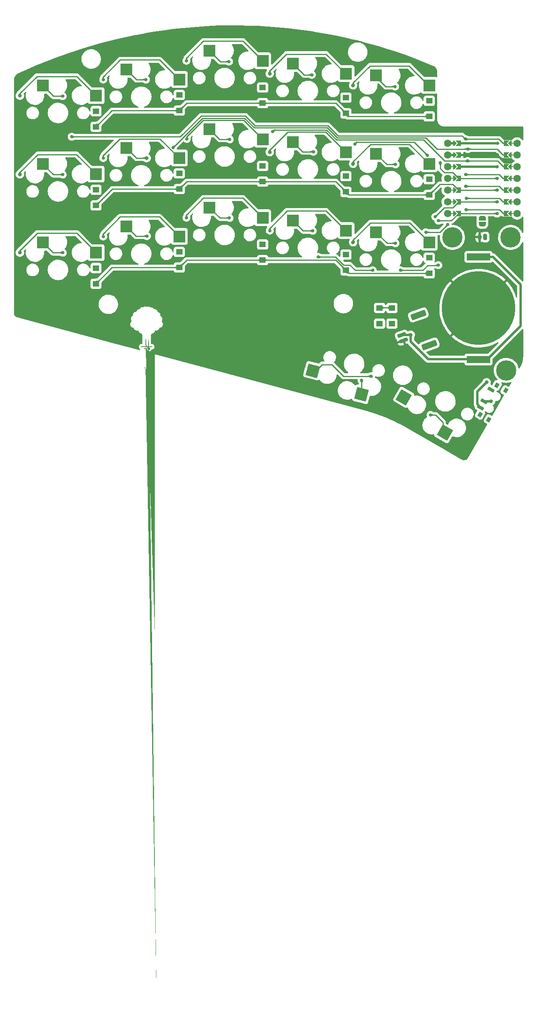
<source format=gbl>
G04 #@! TF.GenerationSoftware,KiCad,Pcbnew,(6.0.6-0)*
G04 #@! TF.CreationDate,2022-09-17T12:29:46+08:00*
G04 #@! TF.ProjectId,Kretstr_d,4b726574-7374-472e-9464-2e6b69636164,rev?*
G04 #@! TF.SameCoordinates,Original*
G04 #@! TF.FileFunction,Copper,L2,Bot*
G04 #@! TF.FilePolarity,Positive*
%FSLAX46Y46*%
G04 Gerber Fmt 4.6, Leading zero omitted, Abs format (unit mm)*
G04 Created by KiCad (PCBNEW (6.0.6-0)) date 2022-09-17 12:29:46*
%MOMM*%
%LPD*%
G01*
G04 APERTURE LIST*
G04 Aperture macros list*
%AMRoundRect*
0 Rectangle with rounded corners*
0 $1 Rounding radius*
0 $2 $3 $4 $5 $6 $7 $8 $9 X,Y pos of 4 corners*
0 Add a 4 corners polygon primitive as box body*
4,1,4,$2,$3,$4,$5,$6,$7,$8,$9,$2,$3,0*
0 Add four circle primitives for the rounded corners*
1,1,$1+$1,$2,$3*
1,1,$1+$1,$4,$5*
1,1,$1+$1,$6,$7*
1,1,$1+$1,$8,$9*
0 Add four rect primitives between the rounded corners*
20,1,$1+$1,$2,$3,$4,$5,0*
20,1,$1+$1,$4,$5,$6,$7,0*
20,1,$1+$1,$6,$7,$8,$9,0*
20,1,$1+$1,$8,$9,$2,$3,0*%
%AMRotRect*
0 Rectangle, with rotation*
0 The origin of the aperture is its center*
0 $1 length*
0 $2 width*
0 $3 Rotation angle, in degrees counterclockwise*
0 Add horizontal line*
21,1,$1,$2,0,0,$3*%
%AMFreePoly0*
4,1,5,0.125000,-0.500000,-0.125000,-0.500000,-0.125000,0.500000,0.125000,0.500000,0.125000,-0.500000,0.125000,-0.500000,$1*%
%AMFreePoly1*
4,1,6,0.600000,0.200000,0.000000,-0.400000,-0.600000,0.200000,-0.600000,0.400000,0.600000,0.400000,0.600000,0.200000,0.600000,0.200000,$1*%
%AMFreePoly2*
4,1,5,0.254000,-0.500000,-0.254000,-0.500000,-0.254000,0.500000,0.254000,0.500000,0.254000,-0.500000,0.254000,-0.500000,$1*%
%AMFreePoly3*
4,1,6,0.600000,-0.250000,-0.600000,-0.250000,-0.600000,1.000000,0.000000,0.400000,0.600000,1.000000,0.600000,-0.250000,0.600000,-0.250000,$1*%
%AMFreePoly4*
4,1,22,0.500000,-0.750000,0.000000,-0.750000,0.000000,-0.745033,-0.079941,-0.743568,-0.215256,-0.701293,-0.333266,-0.622738,-0.424486,-0.514219,-0.481581,-0.384460,-0.499164,-0.250000,-0.500000,-0.250000,-0.500000,0.250000,-0.499164,0.250000,-0.499963,0.256109,-0.478152,0.396186,-0.417904,0.524511,-0.324060,0.630769,-0.204165,0.706417,-0.067858,0.745374,0.000000,0.744959,0.000000,0.750000,
0.500000,0.750000,0.500000,-0.750000,0.500000,-0.750000,$1*%
%AMFreePoly5*
4,1,20,0.000000,0.744959,0.073905,0.744508,0.209726,0.703889,0.328688,0.626782,0.421226,0.519385,0.479903,0.390333,0.500000,0.250000,0.500000,-0.250000,0.499851,-0.262216,0.476331,-0.402017,0.414519,-0.529596,0.319384,-0.634700,0.198574,-0.708877,0.061801,-0.746166,0.000000,-0.745033,0.000000,-0.750000,-0.500000,-0.750000,-0.500000,0.750000,0.000000,0.750000,0.000000,0.744959,
0.000000,0.744959,$1*%
%AMFreePoly6*
4,1,349,0.130126,0.034600,0.132334,0.034600,0.130442,-0.642797,0.133336,-0.823669,0.142321,-1.005424,0.155941,-1.148720,0.172710,-1.232797,0.177421,-1.243838,0.233946,-1.333356,0.327989,-1.451372,0.441882,-1.575400,0.527101,-1.659175,0.632140,-1.748011,0.715714,-1.792953,0.795339,-1.805400,0.844933,-1.808076,0.946657,-1.846936,0.997663,-1.938836,1.004262,-2.092444,0.991798,-2.265400,
0.818569,-2.277845,0.755964,-2.280187,0.625218,-2.258494,0.553157,-2.190207,0.531073,-2.068999,0.530303,-2.047119,0.507901,-1.961357,0.445444,-1.867340,0.330757,-1.745400,0.130442,-1.548408,0.130442,-1.734300,0.137771,-1.876372,0.173595,-2.020516,0.250246,-2.156136,0.379727,-2.310998,0.491847,-2.422985,0.618575,-2.514883,0.759536,-2.570544,0.936390,-2.598030,1.170795,-2.605400,
1.226434,-2.605248,1.387937,-2.601094,1.493509,-2.588692,1.562130,-2.564606,1.612776,-2.525400,1.672059,-2.484470,1.791830,-2.449678,1.914776,-2.451690,2.005394,-2.493400,2.016178,-2.508523,2.042810,-2.594533,2.053470,-2.711993,2.051743,-2.770133,2.029771,-2.869933,1.975978,-2.923993,1.862677,-2.960615,1.727897,-2.950913,1.623512,-2.885400,1.615119,-2.876020,1.567762,-2.839608,
1.497745,-2.818401,1.385949,-2.808746,1.213257,-2.806989,0.871609,-2.808577,1.059784,-2.981564,1.137291,-3.049364,1.236540,-3.118622,1.343125,-3.163947,1.475216,-3.190248,1.650981,-3.202430,1.888588,-3.205400,2.021630,-3.204648,2.158092,-3.199418,2.242870,-3.186522,2.292774,-3.162878,2.324614,-3.125400,2.326495,-3.122526,2.403491,-3.069111,2.519407,-3.044574,2.638876,-3.051732,
2.726530,-3.093400,2.760470,-3.166419,2.773167,-3.281870,2.761854,-3.398437,2.726530,-3.477400,2.678668,-3.504344,2.576240,-3.523861,2.459908,-3.523288,2.360374,-3.503508,2.308336,-3.465400,2.305189,-3.458738,2.271909,-3.432549,2.199212,-3.416198,2.073566,-3.407783,1.881436,-3.405400,1.477596,-3.405400,1.590797,-3.523371,1.712549,-3.615930,1.867433,-3.653371,1.974494,-3.668611,
2.032031,-3.706447,2.065072,-3.785400,2.078303,-3.866833,2.057333,-4.015400,2.051273,-4.030750,2.013554,-4.092375,1.950754,-4.119404,1.835524,-4.125400,1.793553,-4.124253,1.664355,-4.093646,1.593996,-4.014501,1.572713,-3.877613,1.562877,-3.844209,1.515051,-3.770159,1.423935,-3.659678,1.285603,-3.508340,1.096127,-3.311722,0.851577,-3.065400,0.130442,-2.346234,0.130442,-2.733213,
0.131553,-2.824217,0.139738,-2.999101,0.154144,-3.142894,0.172697,-3.231157,0.216071,-3.299186,0.306184,-3.409610,0.430741,-3.549574,0.577578,-3.706562,0.734529,-3.868059,0.889430,-4.021548,1.030114,-4.154514,1.144416,-4.254441,1.220171,-4.308813,1.222782,-4.310146,1.323443,-4.339846,1.471035,-4.359132,1.644482,-4.368122,1.822706,-4.366933,1.984629,-4.355684,2.109173,-4.334492,
2.175260,-4.303474,2.183768,-4.294385,2.266836,-4.257427,2.410529,-4.253474,2.594322,-4.265400,2.606786,-4.438357,2.608738,-4.526007,2.580933,-4.644059,2.504166,-4.706884,2.369409,-4.725400,2.354383,-4.725258,2.234084,-4.705196,2.164362,-4.645400,2.155142,-4.631766,2.116553,-4.597135,2.052407,-4.577018,1.944537,-4.567683,1.774776,-4.565400,1.435229,-4.565400,1.652839,-4.785400,
1.712752,-4.844597,1.824390,-4.941500,1.912275,-4.991317,1.994010,-5.005400,2.007141,-5.005547,2.128046,-5.031144,2.193838,-5.107743,2.213722,-5.245400,2.213024,-5.278005,2.185664,-5.401182,2.109756,-5.466335,1.973344,-5.485401,1.958840,-5.485264,1.826629,-5.461839,1.754700,-5.391788,1.732965,-5.265897,1.732555,-5.250641,1.711056,-5.164270,1.648369,-5.068838,1.532650,-4.945400,
1.332334,-4.748408,1.332334,-5.148015,1.333122,-5.283334,1.338512,-5.425881,1.351570,-5.517397,1.375238,-5.575078,1.412461,-5.616119,1.470728,-5.699541,1.490236,-5.831046,1.451114,-5.968030,1.415703,-6.005694,1.316648,-6.043224,1.195187,-6.049457,1.083367,-6.024392,1.013239,-5.968030,0.976560,-5.854908,0.986277,-5.720340,1.051893,-5.616119,1.086104,-5.579507,1.110114,-5.526181,
1.124026,-5.441923,1.130457,-5.310386,1.132019,-5.115226,1.131741,-5.048042,1.123455,-4.819250,1.099439,-4.647138,1.054030,-4.513373,0.981566,-4.399622,0.876386,-4.287554,0.731388,-4.149707,0.731388,-4.347932,0.736023,-4.455464,0.760013,-4.543828,0.811514,-4.596118,0.836494,-4.616986,0.883532,-4.714172,0.889146,-4.841346,0.850168,-4.968030,0.814756,-5.005694,0.715702,-5.043224,
0.594240,-5.049457,0.482421,-5.024392,0.412293,-4.968030,0.377868,-4.868687,0.383574,-4.724727,0.450946,-4.605400,0.490295,-4.554267,0.522004,-4.455693,0.531073,-4.304116,0.530820,-4.275757,0.502731,-4.047224,0.421002,-3.859352,0.275440,-3.687554,0.130442,-3.549707,0.130442,-4.194950,0.131240,-4.329709,0.135935,-4.545236,0.144130,-4.729277,0.155013,-4.865665,0.167774,-4.938229,
0.174005,-4.952081,0.228771,-5.038490,0.318587,-5.156604,0.427478,-5.285089,0.575888,-5.473004,0.691900,-5.690682,0.731165,-5.889201,0.750873,-5.948536,0.811514,-6.025401,0.833455,-6.048861,0.883987,-6.165336,0.881705,-6.298340,0.825336,-6.412251,0.749085,-6.461535,0.627293,-6.485400,0.516086,-6.461289,0.422326,-6.382726,0.375994,-6.269364,0.384643,-6.141696,0.455825,-6.020215,
0.479061,-5.992498,0.523073,-5.882302,0.503284,-5.751351,0.417750,-5.593367,0.264530,-5.402073,0.187345,-5.313335,0.060018,-5.145313,-0.018720,-4.994797,-0.058729,-4.839858,-0.069874,-4.658567,-0.069874,-4.429165,-0.231296,-4.586541,-0.275083,-4.631175,-0.406500,-4.808844,-0.463812,-4.986459,-0.446722,-5.170877,-0.354935,-5.368957,-0.188156,-5.587557,-0.142324,-5.640730,-0.037799,-5.772794,
0.040248,-5.886734,0.077596,-5.962485,0.120477,-6.056936,0.196767,-6.153491,0.258971,-6.238055,0.289028,-6.380506,0.249221,-6.528030,0.213810,-6.565694,0.114755,-6.603224,-0.006706,-6.609457,-0.118525,-6.584392,-0.188654,-6.528030,-0.223246,-6.427239,-0.217824,-6.284989,-0.153044,-6.168440,-0.113685,-6.125466,-0.100058,-6.082116,-0.123386,-6.021385,-0.187045,-5.918440,-0.224601,-5.862654,
-0.311056,-5.748766,-0.384316,-5.669201,-0.470505,-5.593001,-0.470505,-5.849579,-0.469607,-5.929815,-0.460064,-6.045996,-0.435520,-6.114291,-0.390379,-6.156118,-0.365399,-6.176986,-0.318361,-6.274172,-0.312747,-6.401346,-0.351725,-6.528030,-0.387136,-6.565694,-0.486191,-6.603224,-0.607652,-6.609457,-0.719472,-6.584392,-0.789600,-6.528030,-0.824025,-6.428687,-0.818319,-6.284727,-0.750946,-6.165400,
-0.721533,-6.130584,-0.698798,-6.082124,-0.684039,-6.009105,-0.675576,-5.897670,-0.671729,-5.733959,-0.670820,-5.504116,-0.669930,-5.327999,-0.662646,-5.101120,-0.643846,-4.926366,-0.608612,-4.786639,-0.552026,-4.664842,-0.469169,-4.543876,-0.355123,-4.406644,-0.352266,-4.403353,-0.250151,-4.281050,-0.165493,-4.171489,-0.116365,-4.098030,-0.115457,-4.096184,-0.104070,-4.044212,-0.094480,-3.939618,
-0.086603,-3.778491,-0.080351,-3.556922,-0.075638,-3.271002,-0.072378,-2.916819,-0.070486,-2.490465,-0.069874,-1.988030,-0.069874,1.046200,0.130126,1.046200,0.130126,0.034600,0.130126,0.034600,$1*%
%AMFreePoly7*
4,1,263,0.120000,0.008200,0.119495,0.008200,0.119495,-1.866685,0.119486,-1.942211,0.118928,-2.390514,0.117385,-2.766193,0.114683,-3.075643,0.110648,-3.325256,0.105109,-3.521426,0.097891,-3.670546,0.088821,-3.779010,0.077727,-3.853210,0.064435,-3.899540,0.058244,-3.913083,-0.003252,-4.014053,-0.098918,-4.143731,-0.210855,-4.277537,-0.224129,-4.292551,-0.334083,-4.430280,-0.416387,-4.556792,
-0.456268,-4.649682,-0.459452,-4.670267,-0.468105,-4.777912,-0.475087,-4.941077,-0.479752,-5.141466,-0.481451,-5.360779,-0.481447,-5.385382,-0.480518,-5.607631,-0.476824,-5.764219,-0.468710,-5.868254,-0.454525,-5.932843,-0.432614,-5.971095,-0.401325,-5.996118,-0.392805,-6.002081,-0.339366,-6.085346,-0.319338,-6.203666,-0.334080,-6.322781,-0.384952,-6.408432,-0.470102,-6.443900,-0.592848,-6.450398,
-0.712310,-6.426982,-0.791940,-6.376519,-0.793132,-6.374921,-0.837783,-6.254690,-0.826351,-6.118924,-0.761893,-6.005400,-0.735239,-5.974547,-0.702329,-5.904931,-0.686106,-5.799802,-0.681767,-5.637072,-0.681767,-5.348744,-0.862406,-5.525749,-0.971024,-5.643434,-1.026671,-5.737807,-1.042334,-5.830872,-1.071787,-5.969637,-1.159703,-6.056012,-1.303334,-6.085400,-1.410666,-6.068523,-1.500788,-5.996500,
-1.534589,-5.936558,-1.559685,-5.803296,-1.524160,-5.684074,-1.436774,-5.598304,-1.306284,-5.565400,-1.254100,-5.561413,-1.175346,-5.532707,-1.086402,-5.465612,-0.967886,-5.347654,-0.833366,-5.195034,-0.742078,-5.057656,-0.695078,-4.926807,-0.681767,-4.781512,-0.676049,-4.693688,-0.628738,-4.525130,-0.527110,-4.348308,-0.363399,-4.147757,-0.352259,-4.135392,-0.247590,-4.011108,-0.164066,-3.898353,
-0.118896,-3.820182,-0.109515,-3.774363,-0.098094,-3.653489,-0.089001,-3.479578,-0.082991,-3.268206,-0.080820,-3.034950,-0.080820,-2.349707,-0.219494,-2.483903,-0.236716,-2.500852,-0.379685,-2.679839,-0.457761,-2.875335,-0.481451,-3.112556,-0.481444,-3.118899,-0.474396,-3.264384,-0.449801,-3.355458,-0.401325,-3.416119,-0.350420,-3.483316,-0.321199,-3.622741,-0.328091,-3.687609,-0.386755,-3.802830,
-0.489746,-3.869682,-0.618132,-3.879379,-0.752979,-3.823132,-0.808235,-3.761373,-0.842979,-3.643301,-0.827768,-3.517407,-0.761893,-3.416119,-0.729223,-3.381234,-0.692374,-3.291262,-0.681767,-3.148664,-0.681767,-2.949707,-0.820440,-3.083903,-0.861951,-3.125245,-0.956831,-3.237340,-1.020496,-3.354500,-1.058765,-3.495362,-1.077459,-3.678561,-1.082398,-3.922730,-1.084530,-4.103471,-1.098418,-4.305676,
-1.131693,-4.463674,-1.191721,-4.598271,-1.285870,-4.730275,-1.421507,-4.880493,-1.435858,-4.895598,-1.556834,-5.034536,-1.623104,-5.140156,-1.643281,-5.225867,-1.650085,-5.290690,-1.708361,-5.405694,-1.810997,-5.471759,-1.939421,-5.480400,-2.075061,-5.423132,-2.138002,-5.353510,-2.164101,-5.225989,-2.134774,-5.082700,-2.048228,-4.995093,-1.906641,-4.965400,-1.855505,-4.961517,-1.776646,-4.932877,
-1.687525,-4.865738,-1.568833,-4.747654,-1.562516,-4.740957,-1.455689,-4.619000,-1.369698,-4.505791,-1.322643,-4.425050,-1.313483,-4.390665,-1.297690,-4.274180,-1.286783,-4.113812,-1.282713,-3.933587,-1.282713,-3.546981,-1.663312,-3.925400,-1.808528,-4.072271,-1.924221,-4.197668,-1.996366,-4.290300,-2.033438,-4.361216,-2.043912,-4.421461,-2.075701,-4.559074,-2.167234,-4.652007,-2.307669,-4.685400,
-2.448514,-4.655913,-2.535281,-4.568444,-2.564732,-4.425400,-2.536233,-4.284386,-2.450557,-4.195657,-2.310685,-4.165400,-2.299024,-4.165163,-2.237724,-4.153801,-2.169327,-4.118987,-2.082031,-4.051877,-1.964033,-3.943629,-1.803533,-3.785400,-1.424516,-3.405400,-1.810054,-3.405400,-1.826248,-3.405413,-2.008456,-3.408401,-2.125422,-3.418049,-2.190902,-3.436375,-2.218652,-3.465400,-2.249949,-3.494616,
-2.339241,-3.519633,-2.453955,-3.525691,-2.563390,-3.511907,-2.636845,-3.477400,-2.650723,-3.459594,-2.680373,-3.361025,-2.678180,-3.236332,-2.643449,-3.122771,-2.635381,-3.110117,-2.554531,-3.057669,-2.438737,-3.042861,-2.318470,-3.065502,-2.224196,-3.125400,-2.216489,-3.133598,-2.166988,-3.170532,-2.095105,-3.192322,-1.981626,-3.202645,-1.807340,-3.205177,-1.654893,-3.202612,-1.433910,-3.183534,
-1.261758,-3.141036,-1.119247,-3.069453,-0.987184,-2.963122,-0.821987,-2.807401,-1.112445,-2.806401,-1.215794,-2.807359,-1.342354,-2.817285,-1.424071,-2.841730,-1.483028,-2.885400,-1.562745,-2.938814,-1.702696,-2.963309,-1.846230,-2.923993,-1.883953,-2.888638,-1.921543,-2.789739,-1.927785,-2.668469,-1.902681,-2.556826,-1.846230,-2.486808,-1.746730,-2.452437,-1.602543,-2.458134,-1.483028,-2.525400,
-1.436669,-2.562173,-1.364831,-2.588967,-1.254521,-2.601987,-1.085006,-2.605400,-0.890142,-2.600566,-0.726487,-2.577568,-0.592845,-2.525875,-0.463112,-2.434999,-0.311183,-2.294450,-0.080820,-2.067905,-0.080820,-1.548408,-0.281136,-1.745400,-0.314558,-1.778754,-0.415393,-1.892076,-0.466966,-1.982268,-0.481451,-2.068999,-0.484152,-2.118781,-0.523093,-2.220353,-0.615122,-2.271266,-0.768948,-2.277845,
-0.942177,-2.265400,-0.954638,-2.069270,-0.956534,-1.963618,-0.932248,-1.866065,-0.864549,-1.818790,-0.740607,-1.806013,-0.701704,-1.802658,-0.620454,-1.771892,-0.523629,-1.699831,-0.394611,-1.575400,-0.373202,-1.553286,-0.262639,-1.433196,-0.174217,-1.327898,-0.125439,-1.258030,-0.109352,-1.196302,-0.094329,-1.064124,-0.084404,-0.882561,-0.080820,-0.668030,-0.082713,0.034600,-0.080000,0.034600,
-0.080000,1.049800,0.120000,1.049800,0.120000,0.008200,0.120000,0.008200,$1*%
G04 Aperture macros list end*
G04 #@! TA.AperFunction,ComponentPad*
%ADD10R,1.400000X1.200000*%
G04 #@! TD*
G04 #@! TA.AperFunction,SMDPad,CuDef*
%ADD11R,2.600000X2.600000*%
G04 #@! TD*
G04 #@! TA.AperFunction,ComponentPad*
%ADD12C,4.400000*%
G04 #@! TD*
G04 #@! TA.AperFunction,ComponentPad*
%ADD13RoundRect,0.200000X0.200000X0.450000X-0.200000X0.450000X-0.200000X-0.450000X0.200000X-0.450000X0*%
G04 #@! TD*
G04 #@! TA.AperFunction,ComponentPad*
%ADD14O,0.800000X1.300000*%
G04 #@! TD*
G04 #@! TA.AperFunction,SMDPad,CuDef*
%ADD15RotRect,2.600000X2.600000X330.000000*%
G04 #@! TD*
G04 #@! TA.AperFunction,ComponentPad*
%ADD16C,1.600000*%
G04 #@! TD*
G04 #@! TA.AperFunction,SMDPad,CuDef*
%ADD17FreePoly0,90.000000*%
G04 #@! TD*
G04 #@! TA.AperFunction,SMDPad,CuDef*
%ADD18FreePoly1,90.000000*%
G04 #@! TD*
G04 #@! TA.AperFunction,SMDPad,CuDef*
%ADD19FreePoly0,270.000000*%
G04 #@! TD*
G04 #@! TA.AperFunction,SMDPad,CuDef*
%ADD20FreePoly1,270.000000*%
G04 #@! TD*
G04 #@! TA.AperFunction,SMDPad,CuDef*
%ADD21FreePoly2,90.000000*%
G04 #@! TD*
G04 #@! TA.AperFunction,SMDPad,CuDef*
%ADD22FreePoly3,270.000000*%
G04 #@! TD*
G04 #@! TA.AperFunction,SMDPad,CuDef*
%ADD23FreePoly3,90.000000*%
G04 #@! TD*
G04 #@! TA.AperFunction,SMDPad,CuDef*
%ADD24RotRect,2.600000X2.600000X345.000000*%
G04 #@! TD*
G04 #@! TA.AperFunction,ComponentPad*
%ADD25FreePoly4,90.000000*%
G04 #@! TD*
G04 #@! TA.AperFunction,ComponentPad*
%ADD26FreePoly5,90.000000*%
G04 #@! TD*
G04 #@! TA.AperFunction,ComponentPad*
%ADD27R,5.080000X1.537200*%
G04 #@! TD*
G04 #@! TA.AperFunction,ComponentPad*
%ADD28C,16.000000*%
G04 #@! TD*
G04 #@! TA.AperFunction,SMDPad,CuDef*
%ADD29RoundRect,0.200000X-0.773173X-0.068577X-0.636365X-0.444454X0.773173X0.068577X0.636365X0.444454X0*%
G04 #@! TD*
G04 #@! TA.AperFunction,SMDPad,CuDef*
%ADD30RoundRect,0.250000X-1.475870X-0.111502X-1.202254X-0.863256X1.475870X0.111502X1.202254X0.863256X0*%
G04 #@! TD*
G04 #@! TA.AperFunction,SMDPad,CuDef*
%ADD31RoundRect,0.069000X-1.131000X-0.017250X1.131000X-0.017250X1.131000X0.017250X-1.131000X0.017250X0*%
G04 #@! TD*
G04 #@! TA.AperFunction,SMDPad,CuDef*
%ADD32FreePoly6,180.000000*%
G04 #@! TD*
G04 #@! TA.AperFunction,SMDPad,CuDef*
%ADD33RoundRect,0.069000X-0.168500X-0.017250X0.168500X-0.017250X0.168500X0.017250X-0.168500X0.017250X0*%
G04 #@! TD*
G04 #@! TA.AperFunction,SMDPad,CuDef*
%ADD34FreePoly7,180.000000*%
G04 #@! TD*
G04 #@! TA.AperFunction,SMDPad,CuDef*
%ADD35RoundRect,0.069000X-0.566000X-0.017250X0.566000X-0.017250X0.566000X0.017250X-0.566000X0.017250X0*%
G04 #@! TD*
G04 #@! TA.AperFunction,SMDPad,CuDef*
%ADD36RotRect,1.000000X0.800000X240.000000*%
G04 #@! TD*
G04 #@! TA.AperFunction,SMDPad,CuDef*
%ADD37RotRect,0.700000X1.500000X240.000000*%
G04 #@! TD*
G04 #@! TA.AperFunction,ViaPad*
%ADD38C,0.700000*%
G04 #@! TD*
G04 #@! TA.AperFunction,ViaPad*
%ADD39C,0.800000*%
G04 #@! TD*
G04 #@! TA.AperFunction,Conductor*
%ADD40C,0.250000*%
G04 #@! TD*
G04 #@! TA.AperFunction,Conductor*
%ADD41C,0.508000*%
G04 #@! TD*
G04 #@! TA.AperFunction,Conductor*
%ADD42C,0.500000*%
G04 #@! TD*
G04 APERTURE END LIST*
D10*
X170895790Y-83748281D03*
X170895790Y-80348281D03*
D11*
X105116390Y-90546681D03*
X116666390Y-92746681D03*
D10*
X134726190Y-80868080D03*
X134726190Y-77468080D03*
X98556590Y-86029481D03*
X98556590Y-82629481D03*
D11*
X123201190Y-69458681D03*
X134751190Y-71658681D03*
X105116390Y-73528681D03*
X116666390Y-75728681D03*
D12*
X188571312Y-92962481D03*
D11*
X123201190Y-86476681D03*
X134751190Y-88676681D03*
D10*
X116641390Y-99496681D03*
X116641390Y-96096681D03*
X116641390Y-82478681D03*
X116641390Y-79078681D03*
D11*
X105116390Y-56510681D03*
X116666390Y-58710681D03*
D13*
X183065051Y-92895940D03*
D14*
X181815051Y-92895940D03*
D10*
X152810990Y-83076680D03*
X152810990Y-79676680D03*
D11*
X87031590Y-94046681D03*
X98581590Y-96246681D03*
X141285990Y-55240481D03*
X152835990Y-57440481D03*
D10*
X170895851Y-66730280D03*
X170895851Y-63330280D03*
D15*
X174280084Y-135307231D03*
X165377491Y-127626975D03*
D10*
X160118651Y-108249480D03*
X160118651Y-111649480D03*
D11*
X123201190Y-52440681D03*
X134751190Y-54640681D03*
D12*
X187626851Y-121785880D03*
D10*
X162811051Y-108249480D03*
X162811051Y-111649480D03*
X98556590Y-102996681D03*
X98556590Y-99596681D03*
D11*
X141285990Y-89276681D03*
X152835990Y-91476681D03*
X141285990Y-72258681D03*
X152835990Y-74458681D03*
D10*
X116641390Y-65460681D03*
X116641390Y-62060681D03*
D11*
X87031590Y-77028681D03*
X98581590Y-79228681D03*
D10*
X134726190Y-97886080D03*
X134726190Y-94486080D03*
D11*
X87031590Y-60010681D03*
X98581590Y-62210681D03*
D12*
X175953565Y-92962481D03*
D10*
X134726190Y-63850080D03*
X134726190Y-60450080D03*
D11*
X159370790Y-91816281D03*
X170920790Y-94016281D03*
D16*
X174881251Y-75084681D03*
X189983851Y-82704681D03*
D17*
X175988451Y-77624681D03*
D16*
X174881251Y-77624681D03*
D18*
X176496451Y-75084681D03*
D19*
X188891651Y-87784681D03*
X188891651Y-80164681D03*
D16*
X189983851Y-77624681D03*
D19*
X188891651Y-72544681D03*
D20*
X188383651Y-75084681D03*
D17*
X175988451Y-82704681D03*
D16*
X174881251Y-82704681D03*
D20*
X188383651Y-85244681D03*
D16*
X174881251Y-72544681D03*
D18*
X176496451Y-80164681D03*
D19*
X188891651Y-82704681D03*
D20*
X188383651Y-80164681D03*
D16*
X189983851Y-75084681D03*
X174881251Y-87784681D03*
D20*
X188383651Y-87784681D03*
D19*
X188891651Y-77624681D03*
D18*
X176496451Y-82704681D03*
D20*
X188383651Y-77624681D03*
D21*
X175988451Y-75084681D03*
D16*
X189983851Y-80164681D03*
X174881251Y-80164681D03*
X189983851Y-85244681D03*
X174881251Y-85244681D03*
D21*
X175988451Y-72544681D03*
D17*
X175988451Y-80164681D03*
D18*
X176496451Y-72544681D03*
D16*
X189983851Y-87784681D03*
D20*
X188383651Y-72544681D03*
D17*
X175988451Y-85244681D03*
D18*
X176496451Y-85244681D03*
D20*
X188383651Y-82704681D03*
D18*
X176496451Y-77624681D03*
D16*
X189983851Y-72544681D03*
D19*
X188891651Y-75084681D03*
D17*
X175988451Y-87784681D03*
D19*
X188891651Y-85244681D03*
D18*
X176496451Y-87784681D03*
D22*
X187367651Y-72544681D03*
X187367651Y-75084681D03*
X187367651Y-77624681D03*
X187367651Y-80164681D03*
X187367651Y-82704681D03*
X187367651Y-85244681D03*
X187367651Y-87784681D03*
D23*
X177512451Y-87784681D03*
X177512451Y-85244681D03*
X177512451Y-82704681D03*
X177512451Y-80164681D03*
X177512451Y-77624681D03*
X177512451Y-75084681D03*
X177512451Y-72544681D03*
D24*
X156230285Y-126983771D03*
X145643243Y-121869374D03*
D10*
X152810990Y-66058480D03*
X152810990Y-62658480D03*
X152810990Y-100094680D03*
X152810990Y-96694680D03*
D25*
X182440051Y-90093940D03*
D26*
X182440051Y-88793940D03*
D10*
X170895790Y-100766281D03*
X170895790Y-97366281D03*
X98556590Y-68960681D03*
X98556590Y-65560681D03*
D27*
X181611190Y-119417480D03*
X181611190Y-97180280D03*
D28*
X181611190Y-108298880D03*
D11*
X159370790Y-57780281D03*
X170920790Y-59980281D03*
X159370790Y-74798281D03*
X170920790Y-76998281D03*
D29*
X164924137Y-114111595D03*
X165351662Y-115286210D03*
D30*
X168530381Y-109766122D03*
X170907421Y-116296986D03*
D31*
X109536054Y-116680480D03*
D32*
X109287451Y-115080280D03*
D33*
X109530657Y-117391680D03*
D34*
X109877451Y-115080280D03*
D35*
X109536054Y-117051757D03*
D36*
X181925951Y-131364073D03*
X187489867Y-126147087D03*
X185575951Y-125042087D03*
X183839867Y-132469073D03*
D37*
X184313035Y-125929523D03*
X182813035Y-128527599D03*
X182063035Y-129826637D03*
D38*
X173331067Y-76779484D03*
X185675744Y-80170281D03*
D39*
X82031590Y-62210681D03*
D38*
X98726851Y-62344880D03*
X185624944Y-82671464D03*
X100128267Y-58709934D03*
X116633851Y-58718080D03*
X172213467Y-88478734D03*
X185624944Y-85262264D03*
X118201190Y-54640681D03*
X134794851Y-54704880D03*
X185624944Y-87802264D03*
X172887957Y-98982840D03*
X164644267Y-100091781D03*
X172887957Y-89337291D03*
D39*
X136285990Y-57440481D03*
D38*
X152828851Y-57498880D03*
D39*
X154370790Y-59980281D03*
D38*
X170862851Y-60063880D03*
D39*
X82031590Y-79279481D03*
D38*
X98549051Y-79235880D03*
X116633851Y-75786880D03*
X100128267Y-75727934D03*
X134794851Y-71722880D03*
X118284851Y-71595880D03*
D39*
X136285990Y-74458681D03*
D38*
X152828851Y-74516880D03*
X170862851Y-76954880D03*
D39*
X154370790Y-76998281D03*
X82031590Y-96246681D03*
D38*
X98599851Y-96253880D03*
X116633851Y-92804880D03*
X100128267Y-92745934D03*
X118201190Y-88676681D03*
X134794851Y-88740880D03*
X136285990Y-91476681D03*
X152828851Y-91534880D03*
X170862851Y-93972880D03*
D39*
X154370790Y-94016281D03*
D38*
X158289851Y-123055880D03*
X165377491Y-127626975D03*
D39*
X105344600Y-95417649D03*
X169237251Y-69563480D03*
X185654451Y-75064881D03*
X114728851Y-54323880D03*
X180951344Y-75064876D03*
X159649800Y-97093649D03*
X123364851Y-91305880D03*
X153133651Y-54577480D03*
X123226200Y-77834849D03*
X186335867Y-89697934D03*
X105192200Y-80736449D03*
X159446600Y-81701249D03*
X190370051Y-116756680D03*
X141565000Y-79009249D03*
X182689250Y-70086476D03*
X141615800Y-94147649D03*
X169338851Y-82415880D03*
D38*
X97315189Y-74977676D03*
X185675744Y-77630281D03*
X91320789Y-62328476D03*
X93270267Y-71130534D03*
X91320789Y-79321081D03*
X91320789Y-96262876D03*
X178792312Y-71646781D03*
X109608789Y-92661276D03*
X179274944Y-73781464D03*
X115281795Y-73480936D03*
X109405589Y-58726876D03*
D39*
X109557989Y-75744876D03*
D38*
X179224144Y-76372264D03*
X127439589Y-54815276D03*
X127541189Y-88718281D03*
X127591989Y-71680876D03*
X136928451Y-70020680D03*
X145422789Y-57685476D03*
X146834451Y-97209580D03*
X158649867Y-100091781D03*
X145600589Y-91518276D03*
X145752989Y-74373276D03*
X178843112Y-79344080D03*
X156232451Y-123970280D03*
X170486257Y-75148779D03*
X154759251Y-72713080D03*
X163609189Y-77102172D03*
X178919312Y-86964080D03*
X171172067Y-131480934D03*
X163507589Y-60225076D03*
X170156067Y-91831534D03*
X163547683Y-94210276D03*
X174905857Y-90145540D03*
X178944712Y-84474880D03*
X178843112Y-81858680D03*
D39*
X166880039Y-114081934D03*
X184350219Y-128466063D03*
D38*
X185789851Y-72550281D03*
D39*
X183359651Y-124376680D03*
D40*
X150602590Y-63850080D02*
X134726190Y-63850080D01*
X185675744Y-80170281D02*
X177272906Y-80170281D01*
X118251991Y-63850080D02*
X116641390Y-65460681D01*
X175976781Y-78886880D02*
X177254582Y-80164681D01*
X174203997Y-78886880D02*
X175976781Y-78886880D01*
X102056590Y-65460681D02*
X98556590Y-68960681D01*
X116641390Y-65460681D02*
X102056590Y-65460681D01*
X173331067Y-76779484D02*
X173331067Y-78013950D01*
X152810990Y-66058480D02*
X150602590Y-63850080D01*
X134726190Y-63850080D02*
X118251991Y-63850080D01*
X170895851Y-66730280D02*
X153076790Y-66730280D01*
X173331067Y-78013950D02*
X174203997Y-78886880D01*
X98715789Y-62344880D02*
X94397789Y-58026880D01*
X85722295Y-58026880D02*
X82031590Y-61717585D01*
X94397789Y-58026880D02*
X85722295Y-58026880D01*
X82031590Y-61717585D02*
X82031590Y-62210681D01*
X118251991Y-80868080D02*
X116641390Y-82478681D01*
X134726190Y-80868080D02*
X118251991Y-80868080D01*
X116641390Y-82478681D02*
X102107390Y-82478681D01*
X150602390Y-80868080D02*
X152810990Y-83076680D01*
X153482591Y-83748281D02*
X170895790Y-83748281D01*
X185598359Y-82698049D02*
X177519083Y-82698049D01*
X173185331Y-81458740D02*
X170895790Y-83748281D01*
X152810990Y-83076680D02*
X153482591Y-83748281D01*
X176030172Y-81458740D02*
X173185331Y-81458740D01*
X177276113Y-82704681D02*
X176030172Y-81458740D01*
X185624944Y-82671464D02*
X185598359Y-82698049D01*
X102107390Y-82478681D02*
X98556590Y-86029481D01*
X134726190Y-80868080D02*
X150602390Y-80868080D01*
X103823494Y-54459681D02*
X100128267Y-58154908D01*
X100128267Y-58154908D02*
X100128267Y-58709934D01*
X112375452Y-54459681D02*
X103823494Y-54459681D01*
X116633851Y-58718080D02*
X112375452Y-54459681D01*
X185607361Y-85244681D02*
X177512451Y-85244681D01*
X102056590Y-99496681D02*
X98556590Y-102996681D01*
X150602390Y-97886080D02*
X152810990Y-100094680D01*
X116641390Y-99496681D02*
X102056590Y-99496681D01*
X176007652Y-86522940D02*
X177285911Y-85244681D01*
X118251991Y-97886080D02*
X116641390Y-99496681D01*
X172213467Y-88478734D02*
X174169261Y-86522940D01*
X174169261Y-86522940D02*
X176007652Y-86522940D01*
X185624944Y-85262264D02*
X185607361Y-85244681D01*
X134726190Y-97886080D02*
X150602390Y-97886080D01*
X152810990Y-100094680D02*
X153482591Y-100766281D01*
X134726190Y-97886080D02*
X118251991Y-97886080D01*
X153482591Y-100766281D02*
X170895790Y-100766281D01*
X134794851Y-54704880D02*
X130485652Y-50395681D01*
X118201190Y-54046056D02*
X118201190Y-54640681D01*
X130485652Y-50395681D02*
X121851565Y-50395681D01*
X121851565Y-50395681D02*
X118201190Y-54046056D01*
X160092679Y-108209168D02*
X162785079Y-108209168D01*
X172858696Y-99012101D02*
X170570100Y-99012101D01*
X170570100Y-99012101D02*
X169490420Y-100091781D01*
X172887957Y-98982840D02*
X172858696Y-99012101D01*
X175707917Y-89337291D02*
X177293744Y-87751464D01*
X172887957Y-89337291D02*
X175707917Y-89337291D01*
X169490420Y-100091781D02*
X164644267Y-100091781D01*
X177293744Y-87751464D02*
X185574144Y-87751464D01*
X185574144Y-87751464D02*
X185624944Y-87802264D01*
X152828851Y-57498880D02*
X148536251Y-53206280D01*
X139868985Y-53206280D02*
X136285990Y-56789275D01*
X136285990Y-56789275D02*
X136285990Y-57440481D01*
X148536251Y-53206280D02*
X139868985Y-53206280D01*
X170862851Y-60063880D02*
X166544851Y-55745880D01*
X166544851Y-55745880D02*
X158061295Y-55745880D01*
X154370790Y-59436385D02*
X154370790Y-59980281D01*
X158061295Y-55745880D02*
X154370790Y-59436385D01*
X98549051Y-79235880D02*
X98549051Y-79185080D01*
X85900548Y-74978672D02*
X82031590Y-78847630D01*
X94342643Y-74978672D02*
X85900548Y-74978672D01*
X82031590Y-78847630D02*
X82031590Y-79279481D01*
X98549051Y-79185080D02*
X94342643Y-74978672D01*
X103679191Y-71595880D02*
X100128267Y-75146804D01*
X116633851Y-75786880D02*
X112442851Y-71595880D01*
X100128267Y-75146804D02*
X100128267Y-75727934D01*
X112442851Y-71595880D02*
X103679191Y-71595880D01*
X130603851Y-67531880D02*
X121834985Y-67531880D01*
X118284851Y-71082014D02*
X118284851Y-71595880D01*
X134794851Y-71722880D02*
X130603851Y-67531880D01*
X121834985Y-67531880D02*
X118284851Y-71082014D01*
X148383851Y-70071880D02*
X140179695Y-70071880D01*
X152828851Y-74516880D02*
X148383851Y-70071880D01*
X140179695Y-70071880D02*
X136285990Y-73965585D01*
X136285990Y-73965585D02*
X136285990Y-74458681D01*
X158155191Y-72763880D02*
X154370790Y-76548281D01*
X166635294Y-72763880D02*
X158155191Y-72763880D01*
X154370790Y-76548281D02*
X154370790Y-76998281D01*
X170826294Y-76954880D02*
X166635294Y-72763880D01*
X85813903Y-92022072D02*
X82031590Y-95804385D01*
X98588789Y-96253880D02*
X94356981Y-92022072D01*
X94356981Y-92022072D02*
X85813903Y-92022072D01*
X82031590Y-95804385D02*
X82031590Y-96246681D01*
X103806191Y-88486880D02*
X100128267Y-92164804D01*
X112315851Y-88486880D02*
X103806191Y-88486880D01*
X100128267Y-92164804D02*
X100128267Y-92745934D01*
X116633851Y-92804880D02*
X112315851Y-88486880D01*
X118201190Y-88082056D02*
X118201190Y-88676681D01*
X134794851Y-88740880D02*
X130476851Y-84422880D01*
X121860366Y-84422880D02*
X118201190Y-88082056D01*
X130476851Y-84422880D02*
X121860366Y-84422880D01*
X136285990Y-90962681D02*
X136285990Y-91476681D01*
X152828851Y-91534880D02*
X148510851Y-87216880D01*
X140031791Y-87216880D02*
X136285990Y-90962681D01*
X148510851Y-87216880D02*
X140031791Y-87216880D01*
X166686389Y-89781880D02*
X158155191Y-89781880D01*
X158155191Y-89781880D02*
X154370790Y-93566281D01*
X170862851Y-93958342D02*
X166686389Y-89781880D01*
X154370790Y-93566281D02*
X154370790Y-94016281D01*
X149780851Y-120515880D02*
X147647251Y-120515880D01*
X147647251Y-120515880D02*
X146293757Y-121869374D01*
X152320851Y-123055880D02*
X149780851Y-120515880D01*
X158289851Y-123055880D02*
X152320851Y-123055880D01*
D41*
X185654451Y-75064881D02*
X185634651Y-75084681D01*
X185634651Y-75084681D02*
X177512451Y-75084681D01*
D42*
X177518051Y-77630281D02*
X177512451Y-77624681D01*
X185675744Y-77630281D02*
X177518051Y-77630281D01*
D40*
X93278013Y-71138280D02*
X93270267Y-71130534D01*
X89273190Y-79321081D02*
X87031590Y-77079481D01*
X133087181Y-68721880D02*
X148943039Y-68721880D01*
X186030261Y-71646781D02*
X186928161Y-72544681D01*
X91320789Y-96262876D02*
X89247785Y-96262876D01*
X89349385Y-62328476D02*
X87031590Y-60010681D01*
X91320789Y-62328476D02*
X89349385Y-62328476D01*
X148943039Y-68721880D02*
X151127039Y-70905880D01*
X178792312Y-71646781D02*
X186030261Y-71646781D01*
X186928161Y-72544681D02*
X187367651Y-72544681D01*
X130997181Y-66631880D02*
X133087181Y-68721880D01*
X116870945Y-71138280D02*
X121377345Y-66631880D01*
X116870945Y-71138280D02*
X93278013Y-71138280D01*
X151127039Y-70905880D02*
X178051411Y-70905880D01*
X89247785Y-96262876D02*
X87031590Y-94046681D01*
X178051411Y-70905880D02*
X178792312Y-71646781D01*
X91320789Y-79321081D02*
X89273190Y-79321081D01*
X121377345Y-66631880D02*
X130997181Y-66631880D01*
X148756643Y-69171880D02*
X132900785Y-69171880D01*
X130810785Y-67081880D02*
X121648589Y-67081880D01*
X150940643Y-71355880D02*
X148756643Y-69171880D01*
X115281795Y-73448674D02*
X115281795Y-73480936D01*
X179274944Y-73781464D02*
X172613381Y-73781464D01*
X109608789Y-92661276D02*
X107230985Y-92661276D01*
X179274944Y-73781464D02*
X179289352Y-73795872D01*
X109405589Y-58726876D02*
X107332585Y-58726876D01*
X107230985Y-92661276D02*
X105116390Y-90546681D01*
X109557989Y-75744876D02*
X107332585Y-75744876D01*
X107332585Y-58726876D02*
X105116390Y-56510681D01*
X186928161Y-75084681D02*
X187367651Y-75084681D01*
X179289352Y-73795872D02*
X185639352Y-73795872D01*
X185639352Y-73795872D02*
X186928161Y-75084681D01*
X121648589Y-67081880D02*
X115281795Y-73448674D01*
X179260536Y-73795872D02*
X179274944Y-73781464D01*
X132900785Y-69171880D02*
X130810785Y-67081880D01*
X170187797Y-71355880D02*
X150940643Y-71355880D01*
X172613381Y-73781464D02*
X170187797Y-71355880D01*
X107332585Y-75744876D02*
X105116390Y-73528681D01*
X127541189Y-88718281D02*
X125442790Y-88718281D01*
X174238981Y-76372264D02*
X179224144Y-76372264D01*
X125423385Y-71680876D02*
X123201190Y-69458681D01*
X185726544Y-76372264D02*
X186978961Y-77624681D01*
X179224144Y-76372264D02*
X185726544Y-76372264D01*
X148570247Y-69621880D02*
X150754247Y-71805880D01*
X136928451Y-70020680D02*
X137327251Y-69621880D01*
X169672597Y-71805880D02*
X174238981Y-76372264D01*
X125442790Y-88718281D02*
X123201190Y-86476681D01*
X186978961Y-77624681D02*
X187367651Y-77624681D01*
X127439589Y-54815276D02*
X125575785Y-54815276D01*
X137327251Y-69621880D02*
X148570247Y-69621880D01*
X127591989Y-71680876D02*
X125423385Y-71680876D01*
X150754247Y-71805880D02*
X169672597Y-71805880D01*
X125575785Y-54815276D02*
X123201190Y-52440681D01*
X170486257Y-75148779D02*
X167593358Y-72255880D01*
X143527585Y-91518276D02*
X141285990Y-89276681D01*
X153641651Y-98925880D02*
X152281414Y-98925880D01*
X152281414Y-98925880D02*
X150565114Y-97209580D01*
X143400585Y-74373276D02*
X141285990Y-72258681D01*
X145422789Y-57685476D02*
X143730985Y-57685476D01*
X178843112Y-79344080D02*
X186107512Y-79344080D01*
X156230285Y-123972446D02*
X156230285Y-126983771D01*
X155216451Y-72255880D02*
X154759251Y-72713080D01*
X145752989Y-74373276D02*
X143400585Y-74373276D01*
X186107512Y-79344080D02*
X186928113Y-80164681D01*
X143730985Y-57685476D02*
X141285990Y-55240481D01*
X167593358Y-72255880D02*
X155216451Y-72255880D01*
X156232451Y-123970280D02*
X156230285Y-123972446D01*
X158649867Y-100091781D02*
X154807552Y-100091781D01*
X186928113Y-80164681D02*
X187367651Y-80164681D01*
X145600589Y-91518276D02*
X143527585Y-91518276D01*
X150565114Y-97209580D02*
X146834451Y-97209580D01*
X154807552Y-100091781D02*
X153641651Y-98925880D01*
X186158360Y-86964080D02*
X186978961Y-87784681D01*
X161477385Y-60225076D02*
X159370790Y-58118481D01*
X163547683Y-94210276D02*
X161764785Y-94210276D01*
X172277505Y-131480934D02*
X173860051Y-133063480D01*
X186978961Y-87784681D02*
X187367651Y-87784681D01*
X173219863Y-91831534D02*
X174905857Y-90145540D01*
X171172067Y-131480934D02*
X172277505Y-131480934D01*
X161674681Y-77102172D02*
X159370790Y-74798281D01*
X163609189Y-77102172D02*
X161674681Y-77102172D01*
X163507589Y-60225076D02*
X161477385Y-60225076D01*
X173860051Y-133063480D02*
X173860051Y-134734798D01*
X178919312Y-86964080D02*
X186158360Y-86964080D01*
X161764785Y-94210276D02*
X159370790Y-91816281D01*
X170156067Y-91831534D02*
X173219863Y-91831534D01*
X186928113Y-85244681D02*
X187367651Y-85244681D01*
X186158312Y-84474880D02*
X186928113Y-85244681D01*
X178944712Y-84474880D02*
X186158312Y-84474880D01*
X186928113Y-82704681D02*
X187367651Y-82704681D01*
X178843112Y-81858680D02*
X186082112Y-81858680D01*
X186082112Y-81858680D02*
X186928113Y-82704681D01*
D42*
X190776451Y-103193080D02*
X190776451Y-112133880D01*
X184288683Y-128527599D02*
X182813035Y-128527599D01*
X164953798Y-114081934D02*
X164924137Y-114111595D01*
X166880039Y-114081934D02*
X166880039Y-115558535D01*
X166880039Y-115558535D02*
X170698672Y-119377168D01*
X184350219Y-128466063D02*
X184288683Y-128527599D01*
X181611190Y-97180280D02*
X184763651Y-97180280D01*
X166880039Y-114081934D02*
X164953798Y-114081934D01*
X170698672Y-119377168D02*
X181585218Y-119377168D01*
X190776451Y-112133880D02*
X183492851Y-119417480D01*
X184763651Y-97180280D02*
X190776451Y-103193080D01*
D41*
X177518051Y-72550281D02*
X185789851Y-72550281D01*
X177512451Y-72544681D02*
X177518051Y-72550281D01*
D42*
X183359651Y-124376680D02*
X181339835Y-126396496D01*
X181339835Y-129103437D02*
X182063035Y-129826637D01*
X181339835Y-126396496D02*
X181339835Y-129103437D01*
G04 #@! TA.AperFunction,Conductor*
G36*
X128584412Y-46978722D02*
G01*
X129689862Y-46979484D01*
X129692165Y-46979508D01*
X131753929Y-47019341D01*
X131756243Y-47019408D01*
X132392517Y-47043564D01*
X133816936Y-47097642D01*
X133819281Y-47097753D01*
X135672592Y-47202715D01*
X135878099Y-47214354D01*
X135880432Y-47214508D01*
X137936794Y-47369447D01*
X137939097Y-47369642D01*
X139992226Y-47562859D01*
X139994548Y-47563099D01*
X142043690Y-47794524D01*
X142045933Y-47794799D01*
X144090504Y-48064367D01*
X144092753Y-48064686D01*
X145481341Y-48274150D01*
X146131800Y-48372270D01*
X146134118Y-48372641D01*
X146713207Y-48471060D01*
X148167206Y-48718175D01*
X148169433Y-48718575D01*
X150195716Y-49101919D01*
X150197949Y-49102363D01*
X151344171Y-49341409D01*
X152216658Y-49523367D01*
X152218951Y-49523867D01*
X154229533Y-49982417D01*
X154231817Y-49982961D01*
X155232598Y-50230906D01*
X156233420Y-50478861D01*
X156235616Y-50479426D01*
X156902812Y-50657980D01*
X158227748Y-51012557D01*
X158230009Y-51013185D01*
X160211763Y-51583301D01*
X160214013Y-51583971D01*
X162184847Y-52190918D01*
X162187083Y-52191630D01*
X163659106Y-52675159D01*
X164143907Y-52834406D01*
X164146205Y-52835161D01*
X164148416Y-52835910D01*
X166095259Y-53515841D01*
X166097429Y-53516621D01*
X166956323Y-53834659D01*
X168031337Y-54232724D01*
X168033530Y-54233560D01*
X169073111Y-54640681D01*
X169941684Y-54980832D01*
X169953634Y-54985512D01*
X169955800Y-54986383D01*
X171810654Y-55752931D01*
X171831871Y-55764177D01*
X171842237Y-55771010D01*
X171848956Y-55773076D01*
X171854924Y-55776782D01*
X171863571Y-55779186D01*
X171871793Y-55782793D01*
X171871746Y-55782900D01*
X171887188Y-55789170D01*
X172008224Y-55855341D01*
X172023457Y-55865154D01*
X172160282Y-55967932D01*
X172173945Y-55979823D01*
X172294621Y-56101176D01*
X172306433Y-56114901D01*
X172354753Y-56179981D01*
X172408446Y-56252297D01*
X172418174Y-56267585D01*
X172499422Y-56418190D01*
X172506857Y-56434716D01*
X172565662Y-56595420D01*
X172570649Y-56612840D01*
X172605795Y-56780316D01*
X172608232Y-56798273D01*
X172616782Y-56933999D01*
X172616974Y-56937053D01*
X172616121Y-56953973D01*
X172616151Y-56953974D01*
X172615960Y-56962949D01*
X172614499Y-56971804D01*
X172615582Y-56980713D01*
X172618691Y-57006289D01*
X172619612Y-57021494D01*
X172619612Y-58104894D01*
X172599610Y-58173015D01*
X172545954Y-58219508D01*
X172475680Y-58229612D01*
X172449384Y-58222877D01*
X172331106Y-58178536D01*
X172268924Y-58171781D01*
X169918847Y-58171781D01*
X169850726Y-58151779D01*
X169829752Y-58134876D01*
X167048503Y-55353627D01*
X167040963Y-55345341D01*
X167036851Y-55338862D01*
X167011886Y-55315418D01*
X166987200Y-55292237D01*
X166984358Y-55289482D01*
X166964621Y-55269745D01*
X166961424Y-55267265D01*
X166952402Y-55259560D01*
X166948251Y-55255662D01*
X166920172Y-55229294D01*
X166913226Y-55225475D01*
X166913223Y-55225473D01*
X166902417Y-55219532D01*
X166885898Y-55208681D01*
X166884405Y-55207523D01*
X166869892Y-55196266D01*
X166862623Y-55193121D01*
X166862619Y-55193118D01*
X166829314Y-55178706D01*
X166818664Y-55173489D01*
X166779911Y-55152185D01*
X166760288Y-55147147D01*
X166741585Y-55140743D01*
X166730271Y-55135847D01*
X166730270Y-55135847D01*
X166722996Y-55132699D01*
X166715173Y-55131460D01*
X166715163Y-55131457D01*
X166679327Y-55125781D01*
X166667707Y-55123375D01*
X166632562Y-55114352D01*
X166632561Y-55114352D01*
X166624881Y-55112380D01*
X166604627Y-55112380D01*
X166584916Y-55110829D01*
X166572737Y-55108900D01*
X166564908Y-55107660D01*
X166535637Y-55110427D01*
X166520890Y-55111821D01*
X166509032Y-55112380D01*
X158140062Y-55112380D01*
X158128879Y-55111853D01*
X158121386Y-55110178D01*
X158113460Y-55110427D01*
X158113459Y-55110427D01*
X158053309Y-55112318D01*
X158049350Y-55112380D01*
X158021439Y-55112380D01*
X158017505Y-55112877D01*
X158017504Y-55112877D01*
X158017439Y-55112885D01*
X158005602Y-55113818D01*
X157973785Y-55114818D01*
X157969324Y-55114958D01*
X157961405Y-55115207D01*
X157951712Y-55118023D01*
X157941953Y-55120858D01*
X157922601Y-55124866D01*
X157915530Y-55125760D01*
X157902498Y-55127406D01*
X157895129Y-55130323D01*
X157895127Y-55130324D01*
X157861392Y-55143680D01*
X157850164Y-55147525D01*
X157807702Y-55159862D01*
X157800880Y-55163896D01*
X157800874Y-55163899D01*
X157790263Y-55170174D01*
X157772513Y-55178870D01*
X157761051Y-55183408D01*
X157761046Y-55183411D01*
X157753678Y-55186328D01*
X157736265Y-55198979D01*
X157717920Y-55212307D01*
X157708002Y-55218823D01*
X157692321Y-55228097D01*
X157669932Y-55241338D01*
X157655608Y-55255662D01*
X157640576Y-55268501D01*
X157624188Y-55280408D01*
X157602724Y-55306354D01*
X157596007Y-55314473D01*
X157588017Y-55323253D01*
X154859585Y-58051685D01*
X154797273Y-58085711D01*
X154726458Y-58080646D01*
X154669622Y-58038099D01*
X154644811Y-57971579D01*
X154644490Y-57962590D01*
X154644490Y-56092347D01*
X154637735Y-56030165D01*
X154586605Y-55893776D01*
X154499251Y-55777220D01*
X154382695Y-55689866D01*
X154246306Y-55638736D01*
X154184124Y-55631981D01*
X151910046Y-55631981D01*
X151841925Y-55611979D01*
X151820951Y-55595076D01*
X150443846Y-54217970D01*
X149124913Y-52899037D01*
X153259594Y-52899037D01*
X153260153Y-52903281D01*
X153260153Y-52903285D01*
X153276661Y-53028674D01*
X153297119Y-53184068D01*
X153298252Y-53188208D01*
X153298252Y-53188210D01*
X153319266Y-53265023D01*
X153372980Y-53461370D01*
X153374664Y-53465318D01*
X153483729Y-53721015D01*
X153485774Y-53725810D01*
X153547025Y-53828153D01*
X153626383Y-53960750D01*
X153633412Y-53972495D01*
X153813164Y-54196862D01*
X154021702Y-54394757D01*
X154255168Y-54562520D01*
X154258963Y-54564529D01*
X154258964Y-54564530D01*
X154278376Y-54574808D01*
X154509243Y-54697046D01*
X154779224Y-54795845D01*
X155060115Y-54857089D01*
X155088692Y-54859338D01*
X155283133Y-54874641D01*
X155283142Y-54874641D01*
X155285590Y-54874834D01*
X155441122Y-54874834D01*
X155443258Y-54874688D01*
X155443269Y-54874688D01*
X155651399Y-54860499D01*
X155651405Y-54860498D01*
X155655676Y-54860207D01*
X155659871Y-54859338D01*
X155659873Y-54859338D01*
X155818756Y-54826435D01*
X155937193Y-54801908D01*
X156208194Y-54705941D01*
X156463663Y-54574084D01*
X156467164Y-54571623D01*
X156467168Y-54571621D01*
X156588644Y-54486246D01*
X156698874Y-54408775D01*
X156820848Y-54295430D01*
X156906330Y-54215995D01*
X156906332Y-54215992D01*
X156909473Y-54213074D01*
X157091564Y-53990602D01*
X157241778Y-53745476D01*
X157266273Y-53689676D01*
X157355608Y-53486164D01*
X157357334Y-53482232D01*
X157362464Y-53464225D01*
X157406564Y-53309410D01*
X157436095Y-53205740D01*
X157476602Y-52921118D01*
X157476696Y-52903285D01*
X157478086Y-52637917D01*
X157478086Y-52637910D01*
X157478108Y-52633631D01*
X157476880Y-52624298D01*
X157441143Y-52352856D01*
X157440583Y-52348600D01*
X157364722Y-52071298D01*
X157307266Y-51936595D01*
X157253614Y-51810810D01*
X157253612Y-51810806D01*
X157251928Y-51806858D01*
X157118533Y-51583971D01*
X157106494Y-51563855D01*
X157106491Y-51563851D01*
X157104290Y-51560173D01*
X156924538Y-51335806D01*
X156750716Y-51170855D01*
X156719109Y-51140861D01*
X156719106Y-51140859D01*
X156716000Y-51137911D01*
X156482534Y-50970148D01*
X156460694Y-50958584D01*
X156437505Y-50946306D01*
X156228459Y-50835622D01*
X155958478Y-50736823D01*
X155677587Y-50675579D01*
X155646536Y-50673135D01*
X155454569Y-50658027D01*
X155454560Y-50658027D01*
X155452112Y-50657834D01*
X155296580Y-50657834D01*
X155294444Y-50657980D01*
X155294433Y-50657980D01*
X155086303Y-50672169D01*
X155086297Y-50672170D01*
X155082026Y-50672461D01*
X155077831Y-50673330D01*
X155077829Y-50673330D01*
X154941268Y-50701610D01*
X154800509Y-50730760D01*
X154529508Y-50826727D01*
X154274039Y-50958584D01*
X154270538Y-50961045D01*
X154270534Y-50961047D01*
X154173590Y-51029181D01*
X154038828Y-51123893D01*
X153828229Y-51319594D01*
X153646138Y-51542066D01*
X153495924Y-51787192D01*
X153494198Y-51791125D01*
X153494197Y-51791126D01*
X153432564Y-51931530D01*
X153380368Y-52050436D01*
X153379193Y-52054563D01*
X153379192Y-52054564D01*
X153345119Y-52174179D01*
X153301607Y-52326928D01*
X153281067Y-52471255D01*
X153261741Y-52607049D01*
X153261100Y-52611550D01*
X153261078Y-52615839D01*
X153261077Y-52615846D01*
X153259641Y-52890066D01*
X153259594Y-52899037D01*
X149124913Y-52899037D01*
X149039903Y-52814027D01*
X149032363Y-52805741D01*
X149028251Y-52799262D01*
X148978599Y-52752636D01*
X148975758Y-52749882D01*
X148956021Y-52730145D01*
X148952824Y-52727665D01*
X148943802Y-52719960D01*
X148930373Y-52707349D01*
X148911572Y-52689694D01*
X148904626Y-52685875D01*
X148904623Y-52685873D01*
X148893817Y-52679932D01*
X148877298Y-52669081D01*
X148873915Y-52666457D01*
X148861292Y-52656666D01*
X148854023Y-52653521D01*
X148854019Y-52653518D01*
X148820714Y-52639106D01*
X148810064Y-52633889D01*
X148771311Y-52612585D01*
X148751688Y-52607547D01*
X148732985Y-52601143D01*
X148721671Y-52596247D01*
X148721670Y-52596247D01*
X148714396Y-52593099D01*
X148706573Y-52591860D01*
X148706563Y-52591857D01*
X148670727Y-52586181D01*
X148659107Y-52583775D01*
X148623962Y-52574752D01*
X148623961Y-52574752D01*
X148616281Y-52572780D01*
X148596027Y-52572780D01*
X148576316Y-52571229D01*
X148564137Y-52569300D01*
X148556308Y-52568060D01*
X148527037Y-52570827D01*
X148512290Y-52572221D01*
X148500432Y-52572780D01*
X139947752Y-52572780D01*
X139936569Y-52572253D01*
X139929076Y-52570578D01*
X139921150Y-52570827D01*
X139921149Y-52570827D01*
X139860999Y-52572718D01*
X139857040Y-52572780D01*
X139829129Y-52572780D01*
X139825195Y-52573277D01*
X139825194Y-52573277D01*
X139825129Y-52573285D01*
X139813292Y-52574218D01*
X139781475Y-52575218D01*
X139777014Y-52575358D01*
X139769095Y-52575607D01*
X139754032Y-52579983D01*
X139749643Y-52581258D01*
X139730291Y-52585266D01*
X139723220Y-52586160D01*
X139710188Y-52587806D01*
X139702819Y-52590723D01*
X139702817Y-52590724D01*
X139669082Y-52604080D01*
X139657854Y-52607925D01*
X139615392Y-52620262D01*
X139608569Y-52624297D01*
X139608567Y-52624298D01*
X139597957Y-52630573D01*
X139580209Y-52639268D01*
X139561368Y-52646728D01*
X139554952Y-52651390D01*
X139554951Y-52651390D01*
X139525598Y-52672716D01*
X139515678Y-52679232D01*
X139484450Y-52697700D01*
X139484447Y-52697702D01*
X139477623Y-52701738D01*
X139463302Y-52716059D01*
X139448269Y-52728899D01*
X139431878Y-52740808D01*
X139423202Y-52751296D01*
X139403687Y-52774885D01*
X139395697Y-52783664D01*
X136774785Y-55404575D01*
X136712473Y-55438601D01*
X136641657Y-55433536D01*
X136584822Y-55390989D01*
X136560011Y-55324469D01*
X136559690Y-55315480D01*
X136559690Y-53292547D01*
X136552935Y-53230365D01*
X136501805Y-53093976D01*
X136414451Y-52977420D01*
X136297895Y-52890066D01*
X136161506Y-52838936D01*
X136099324Y-52832181D01*
X133870246Y-52832181D01*
X133802125Y-52812179D01*
X133781151Y-52795276D01*
X130989304Y-50003428D01*
X130981764Y-49995142D01*
X130977652Y-49988663D01*
X130928000Y-49942037D01*
X130925159Y-49939283D01*
X130905422Y-49919546D01*
X130902225Y-49917066D01*
X130893203Y-49909361D01*
X130879774Y-49896750D01*
X130860973Y-49879095D01*
X130854027Y-49875276D01*
X130854024Y-49875274D01*
X130843218Y-49869333D01*
X130826699Y-49858482D01*
X130826235Y-49858122D01*
X130810693Y-49846067D01*
X130803424Y-49842922D01*
X130803420Y-49842919D01*
X130770115Y-49828507D01*
X130759465Y-49823290D01*
X130720712Y-49801986D01*
X130701089Y-49796948D01*
X130682386Y-49790544D01*
X130671072Y-49785648D01*
X130671071Y-49785648D01*
X130663797Y-49782500D01*
X130655974Y-49781261D01*
X130655964Y-49781258D01*
X130620128Y-49775582D01*
X130608508Y-49773176D01*
X130573363Y-49764153D01*
X130573362Y-49764153D01*
X130565682Y-49762181D01*
X130545428Y-49762181D01*
X130525717Y-49760630D01*
X130513538Y-49758701D01*
X130505709Y-49757461D01*
X130476438Y-49760228D01*
X130461691Y-49761622D01*
X130449833Y-49762181D01*
X121930332Y-49762181D01*
X121919149Y-49761654D01*
X121911656Y-49759979D01*
X121903730Y-49760228D01*
X121903729Y-49760228D01*
X121843566Y-49762119D01*
X121839608Y-49762181D01*
X121811709Y-49762181D01*
X121807719Y-49762685D01*
X121795885Y-49763617D01*
X121751676Y-49765007D01*
X121744062Y-49767219D01*
X121744057Y-49767220D01*
X121732224Y-49770658D01*
X121712861Y-49774669D01*
X121692768Y-49777207D01*
X121685401Y-49780124D01*
X121685396Y-49780125D01*
X121651657Y-49793483D01*
X121640430Y-49797327D01*
X121597972Y-49809663D01*
X121591146Y-49813700D01*
X121580537Y-49819974D01*
X121562789Y-49828669D01*
X121543948Y-49836129D01*
X121537532Y-49840791D01*
X121537531Y-49840791D01*
X121508178Y-49862117D01*
X121498258Y-49868633D01*
X121467030Y-49887101D01*
X121467027Y-49887103D01*
X121460203Y-49891139D01*
X121445882Y-49905460D01*
X121430849Y-49918300D01*
X121414458Y-49930209D01*
X121399989Y-49947699D01*
X121386267Y-49964286D01*
X121378277Y-49973065D01*
X117823777Y-53527564D01*
X117817198Y-53533691D01*
X117794389Y-53553456D01*
X117794385Y-53553460D01*
X117790998Y-53556395D01*
X117788060Y-53559786D01*
X117788056Y-53559790D01*
X117780984Y-53567953D01*
X117777604Y-53571700D01*
X117747547Y-53603707D01*
X117744793Y-53606548D01*
X117725055Y-53626286D01*
X117722575Y-53629483D01*
X117714872Y-53638503D01*
X117684604Y-53670735D01*
X117680785Y-53677681D01*
X117680783Y-53677684D01*
X117674842Y-53688490D01*
X117663991Y-53705009D01*
X117651576Y-53721015D01*
X117648431Y-53728284D01*
X117648428Y-53728288D01*
X117634016Y-53761593D01*
X117628799Y-53772243D01*
X117607495Y-53810996D01*
X117605524Y-53818671D01*
X117605524Y-53818672D01*
X117602457Y-53830618D01*
X117596053Y-53849322D01*
X117588009Y-53867911D01*
X117586770Y-53875734D01*
X117586767Y-53875744D01*
X117581091Y-53911580D01*
X117578685Y-53923200D01*
X117574558Y-53939274D01*
X117567690Y-53966026D01*
X117567690Y-53973955D01*
X117566697Y-53981816D01*
X117566497Y-53981791D01*
X117565321Y-53993867D01*
X117561888Y-54011318D01*
X117561879Y-54011367D01*
X117561766Y-54011941D01*
X117561663Y-54012531D01*
X117555849Y-54045687D01*
X117525380Y-54108235D01*
X117523656Y-54110150D01*
X117502823Y-54133288D01*
X117499521Y-54139007D01*
X117499519Y-54139010D01*
X117419900Y-54276914D01*
X117412591Y-54289574D01*
X117410549Y-54295859D01*
X117365463Y-54434622D01*
X117356825Y-54461206D01*
X117356135Y-54467769D01*
X117356135Y-54467770D01*
X117345220Y-54571621D01*
X117337961Y-54640681D01*
X117338651Y-54647246D01*
X117345347Y-54710948D01*
X117356825Y-54820156D01*
X117358865Y-54826434D01*
X117358865Y-54826435D01*
X117362953Y-54839017D01*
X117412591Y-54991788D01*
X117502823Y-55148074D01*
X117507241Y-55152981D01*
X117507242Y-55152982D01*
X117614126Y-55271689D01*
X117623577Y-55282185D01*
X117628919Y-55286066D01*
X117628921Y-55286068D01*
X117721908Y-55353627D01*
X117769575Y-55388259D01*
X117775603Y-55390943D01*
X117775605Y-55390944D01*
X117928232Y-55458898D01*
X117934438Y-55461661D01*
X117994569Y-55474442D01*
X118104501Y-55497809D01*
X118104505Y-55497809D01*
X118110958Y-55499181D01*
X118291422Y-55499181D01*
X118297875Y-55497809D01*
X118297879Y-55497809D01*
X118407811Y-55474442D01*
X118467942Y-55461661D01*
X118474148Y-55458898D01*
X118626775Y-55390944D01*
X118626777Y-55390943D01*
X118632805Y-55388259D01*
X118680472Y-55353627D01*
X118773459Y-55286068D01*
X118773461Y-55286066D01*
X118778803Y-55282185D01*
X118788254Y-55271689D01*
X118895138Y-55152982D01*
X118895139Y-55152981D01*
X118899557Y-55148074D01*
X118989789Y-54991788D01*
X119039427Y-54839017D01*
X119043515Y-54826435D01*
X119043515Y-54826434D01*
X119045555Y-54820156D01*
X119057034Y-54710948D01*
X119063729Y-54647246D01*
X119064419Y-54640681D01*
X119057160Y-54571621D01*
X119046245Y-54467770D01*
X119046245Y-54467769D01*
X119045555Y-54461206D01*
X119036918Y-54434622D01*
X118991831Y-54295859D01*
X118989789Y-54289574D01*
X118986485Y-54283851D01*
X118983801Y-54277823D01*
X118985842Y-54276914D01*
X118971534Y-54217970D01*
X118994746Y-54150875D01*
X119008297Y-54134854D01*
X119419449Y-53723702D01*
X119481761Y-53689676D01*
X119552576Y-53694741D01*
X119609412Y-53737288D01*
X119634223Y-53803808D01*
X119625369Y-53859997D01*
X119562979Y-54014417D01*
X119562976Y-54014425D01*
X119561328Y-54018505D01*
X119560263Y-54022778D01*
X119560262Y-54022780D01*
X119495170Y-54283851D01*
X119493373Y-54291057D01*
X119492914Y-54295425D01*
X119492913Y-54295430D01*
X119464630Y-54564530D01*
X119464012Y-54570414D01*
X119464165Y-54574802D01*
X119464165Y-54574808D01*
X119473579Y-54844369D01*
X119473815Y-54851139D01*
X119474577Y-54855462D01*
X119474578Y-54855469D01*
X119499624Y-54997511D01*
X119522592Y-55127768D01*
X119609393Y-55394916D01*
X119611321Y-55398869D01*
X119611323Y-55398874D01*
X119660247Y-55499181D01*
X119732530Y-55647383D01*
X119734985Y-55651022D01*
X119734988Y-55651028D01*
X119778384Y-55715365D01*
X119889605Y-55880257D01*
X119892550Y-55883528D01*
X119892551Y-55883529D01*
X119968548Y-55967932D01*
X120077561Y-56089003D01*
X120292740Y-56269560D01*
X120530954Y-56418412D01*
X120644626Y-56469022D01*
X120733672Y-56508668D01*
X120787565Y-56532663D01*
X120791793Y-56533875D01*
X120791792Y-56533875D01*
X121036178Y-56603951D01*
X121057580Y-56610088D01*
X121061930Y-56610699D01*
X121061933Y-56610700D01*
X121164880Y-56625168D01*
X121335742Y-56649181D01*
X121546336Y-56649181D01*
X121548522Y-56649028D01*
X121548526Y-56649028D01*
X121752017Y-56634799D01*
X121752022Y-56634798D01*
X121756402Y-56634492D01*
X122031160Y-56576090D01*
X122035289Y-56574587D01*
X122035293Y-56574586D01*
X122290971Y-56481527D01*
X122290975Y-56481525D01*
X122295116Y-56480018D01*
X122543132Y-56348145D01*
X122558757Y-56336793D01*
X122766819Y-56185628D01*
X122766822Y-56185625D01*
X122770382Y-56183039D01*
X122782109Y-56171715D01*
X122884658Y-56072684D01*
X122972442Y-55987912D01*
X123145378Y-55766563D01*
X123147574Y-55762759D01*
X123147579Y-55762752D01*
X123283625Y-55527112D01*
X123285826Y-55523300D01*
X123391052Y-55262857D01*
X123396417Y-55241338D01*
X123457943Y-54994574D01*
X123457944Y-54994569D01*
X123459007Y-54990305D01*
X123459590Y-54984764D01*
X123487909Y-54715317D01*
X123487909Y-54715314D01*
X123488368Y-54710948D01*
X123488194Y-54705941D01*
X123478719Y-54434622D01*
X123478718Y-54434617D01*
X123478565Y-54430223D01*
X123477802Y-54425895D01*
X123477801Y-54425887D01*
X123472718Y-54397059D01*
X123480588Y-54326500D01*
X123525356Y-54271397D01*
X123596804Y-54249181D01*
X124061596Y-54249181D01*
X124129717Y-54269183D01*
X124150691Y-54286086D01*
X125072128Y-55207523D01*
X125079672Y-55215813D01*
X125083785Y-55222294D01*
X125089562Y-55227719D01*
X125133452Y-55268934D01*
X125136294Y-55271689D01*
X125156015Y-55291410D01*
X125159210Y-55293888D01*
X125168232Y-55301594D01*
X125200464Y-55331862D01*
X125207413Y-55335682D01*
X125218217Y-55341622D01*
X125234741Y-55352475D01*
X125250744Y-55364889D01*
X125291328Y-55382452D01*
X125301958Y-55387659D01*
X125340725Y-55408971D01*
X125348402Y-55410942D01*
X125348407Y-55410944D01*
X125360343Y-55414008D01*
X125379051Y-55420413D01*
X125397640Y-55428457D01*
X125405465Y-55429696D01*
X125405467Y-55429697D01*
X125441304Y-55435373D01*
X125452925Y-55437780D01*
X125488074Y-55446804D01*
X125495755Y-55448776D01*
X125516016Y-55448776D01*
X125535725Y-55450327D01*
X125555728Y-55453495D01*
X125563620Y-55452749D01*
X125568847Y-55452255D01*
X125599739Y-55449335D01*
X125611596Y-55448776D01*
X126704689Y-55448776D01*
X126726563Y-55450689D01*
X126744648Y-55453877D01*
X126749135Y-55454019D01*
X126749142Y-55454020D01*
X126777246Y-55454911D01*
X126786538Y-55455205D01*
X126845763Y-55472149D01*
X126869138Y-55485707D01*
X126870114Y-55486279D01*
X126913781Y-55512134D01*
X126913875Y-55512188D01*
X126913951Y-55512233D01*
X126921358Y-55516519D01*
X126922747Y-55517322D01*
X126922909Y-55517413D01*
X126922922Y-55517421D01*
X126973934Y-55546252D01*
X126973969Y-55546271D01*
X126974207Y-55546406D01*
X126983197Y-55551368D01*
X126983568Y-55551568D01*
X126983748Y-55551663D01*
X126983799Y-55551690D01*
X126990078Y-55554995D01*
X126992619Y-55556332D01*
X127044978Y-55583226D01*
X127097949Y-55603214D01*
X127098940Y-55603588D01*
X127105705Y-55606367D01*
X127163235Y-55631981D01*
X127172837Y-55636256D01*
X127242335Y-55651028D01*
X127342900Y-55672404D01*
X127342904Y-55672404D01*
X127349357Y-55673776D01*
X127529821Y-55673776D01*
X127536274Y-55672404D01*
X127536278Y-55672404D01*
X127636843Y-55651028D01*
X127706341Y-55636256D01*
X127743594Y-55619670D01*
X127865174Y-55565539D01*
X127865176Y-55565538D01*
X127871204Y-55562854D01*
X127920399Y-55527112D01*
X128011858Y-55460663D01*
X128011860Y-55460661D01*
X128017202Y-55456780D01*
X128025483Y-55447583D01*
X128133537Y-55327577D01*
X128133538Y-55327576D01*
X128137956Y-55322669D01*
X128222435Y-55176347D01*
X128224884Y-55172106D01*
X128224885Y-55172105D01*
X128228188Y-55166383D01*
X128272494Y-55030023D01*
X128281914Y-55001030D01*
X128281914Y-55001029D01*
X128283954Y-54994751D01*
X128302818Y-54815276D01*
X128292312Y-54715317D01*
X128284644Y-54642365D01*
X128284644Y-54642364D01*
X128283954Y-54635801D01*
X128228188Y-54464169D01*
X128137956Y-54307883D01*
X128110072Y-54276914D01*
X128021624Y-54178683D01*
X128021623Y-54178682D01*
X128017202Y-54173772D01*
X127929634Y-54110150D01*
X127885124Y-54077811D01*
X127841770Y-54021588D01*
X127835695Y-53950852D01*
X127871658Y-53885238D01*
X127969277Y-53790969D01*
X127969281Y-53790964D01*
X127972442Y-53787912D01*
X128145378Y-53566563D01*
X128147574Y-53562759D01*
X128147579Y-53562752D01*
X128283625Y-53327112D01*
X128285826Y-53323300D01*
X128391052Y-53062857D01*
X128423890Y-52931151D01*
X128457943Y-52794574D01*
X128457944Y-52794569D01*
X128459007Y-52790305D01*
X128463568Y-52746914D01*
X128487909Y-52515317D01*
X128487909Y-52515314D01*
X128488368Y-52510948D01*
X128488077Y-52502607D01*
X128478719Y-52234620D01*
X128478718Y-52234614D01*
X128478565Y-52230223D01*
X128471635Y-52190918D01*
X128430550Y-51957917D01*
X128429788Y-51953594D01*
X128342987Y-51686446D01*
X128219850Y-51433979D01*
X128217395Y-51430340D01*
X128217392Y-51430334D01*
X128079323Y-51225639D01*
X128057813Y-51157980D01*
X128076297Y-51089431D01*
X128128907Y-51041758D01*
X128183782Y-51029181D01*
X130171058Y-51029181D01*
X130239179Y-51049183D01*
X130260153Y-51066086D01*
X131611153Y-52417086D01*
X131645179Y-52479398D01*
X131640114Y-52550213D01*
X131597567Y-52607049D01*
X131531047Y-52631860D01*
X131522058Y-52632181D01*
X131406044Y-52632181D01*
X131403858Y-52632334D01*
X131403854Y-52632334D01*
X131200363Y-52646563D01*
X131200358Y-52646564D01*
X131195978Y-52646870D01*
X130921220Y-52705272D01*
X130917091Y-52706775D01*
X130917087Y-52706776D01*
X130661409Y-52799835D01*
X130661405Y-52799837D01*
X130657264Y-52801344D01*
X130409248Y-52933217D01*
X130405689Y-52935803D01*
X130405687Y-52935804D01*
X130197872Y-53086790D01*
X130181998Y-53098323D01*
X130178834Y-53101379D01*
X130178831Y-53101381D01*
X130097614Y-53179812D01*
X129979938Y-53293450D01*
X129807002Y-53514799D01*
X129804806Y-53518603D01*
X129804801Y-53518610D01*
X129735580Y-53638505D01*
X129666554Y-53758062D01*
X129561328Y-54018505D01*
X129560263Y-54022778D01*
X129560262Y-54022780D01*
X129495170Y-54283851D01*
X129493373Y-54291057D01*
X129492914Y-54295425D01*
X129492913Y-54295430D01*
X129464630Y-54564530D01*
X129464012Y-54570414D01*
X129464165Y-54574802D01*
X129464165Y-54574808D01*
X129473579Y-54844369D01*
X129473815Y-54851139D01*
X129474577Y-54855462D01*
X129474578Y-54855469D01*
X129499624Y-54997511D01*
X129522592Y-55127768D01*
X129609393Y-55394916D01*
X129611321Y-55398869D01*
X129611323Y-55398874D01*
X129660247Y-55499181D01*
X129732530Y-55647383D01*
X129734985Y-55651022D01*
X129734988Y-55651028D01*
X129778384Y-55715365D01*
X129889605Y-55880257D01*
X129892550Y-55883528D01*
X129892551Y-55883529D01*
X129968548Y-55967932D01*
X130077561Y-56089003D01*
X130292740Y-56269560D01*
X130530954Y-56418412D01*
X130644626Y-56469022D01*
X130733672Y-56508668D01*
X130787565Y-56532663D01*
X130791793Y-56533875D01*
X130791792Y-56533875D01*
X131036178Y-56603951D01*
X131057580Y-56610088D01*
X131061930Y-56610699D01*
X131061933Y-56610700D01*
X131164880Y-56625168D01*
X131335742Y-56649181D01*
X131546336Y-56649181D01*
X131548522Y-56649028D01*
X131548526Y-56649028D01*
X131752017Y-56634799D01*
X131752022Y-56634798D01*
X131756402Y-56634492D01*
X132031160Y-56576090D01*
X132035289Y-56574587D01*
X132035293Y-56574586D01*
X132290971Y-56481527D01*
X132290975Y-56481525D01*
X132295116Y-56480018D01*
X132543132Y-56348145D01*
X132558757Y-56336793D01*
X132766819Y-56185628D01*
X132766822Y-56185625D01*
X132770382Y-56183039D01*
X132801593Y-56152899D01*
X132864487Y-56119967D01*
X132935203Y-56126266D01*
X132991289Y-56169797D01*
X132997919Y-56180302D01*
X133000575Y-56187386D01*
X133005959Y-56194569D01*
X133005959Y-56194570D01*
X133013432Y-56204541D01*
X133087929Y-56303942D01*
X133204485Y-56391296D01*
X133340874Y-56442426D01*
X133403056Y-56449181D01*
X135553078Y-56449181D01*
X135621199Y-56469183D01*
X135667692Y-56522839D01*
X135677796Y-56593113D01*
X135674994Y-56606080D01*
X135672809Y-56611130D01*
X135671568Y-56618964D01*
X135671567Y-56618968D01*
X135665891Y-56654799D01*
X135663485Y-56666419D01*
X135652490Y-56709245D01*
X135652490Y-56717174D01*
X135651497Y-56725035D01*
X135650561Y-56724917D01*
X135647959Y-56744143D01*
X135645666Y-56752461D01*
X135643983Y-56758722D01*
X135643922Y-56758955D01*
X135639989Y-56773957D01*
X135620407Y-56813747D01*
X135621216Y-56814302D01*
X135606552Y-56835700D01*
X135596268Y-56848763D01*
X135546950Y-56903537D01*
X135527112Y-56937898D01*
X135456860Y-57059578D01*
X135451463Y-57068925D01*
X135392448Y-57250553D01*
X135391758Y-57257114D01*
X135391758Y-57257116D01*
X135376124Y-57405867D01*
X135372486Y-57440481D01*
X135373176Y-57447046D01*
X135389595Y-57603261D01*
X135392448Y-57630409D01*
X135451463Y-57812037D01*
X135454766Y-57817759D01*
X135454767Y-57817760D01*
X135465956Y-57837140D01*
X135546950Y-57977425D01*
X135551368Y-57982332D01*
X135551369Y-57982333D01*
X135655443Y-58097919D01*
X135674737Y-58119347D01*
X135755029Y-58177683D01*
X135808590Y-58216597D01*
X135829238Y-58231599D01*
X135835266Y-58234283D01*
X135835268Y-58234284D01*
X135997476Y-58306503D01*
X136003702Y-58309275D01*
X136086677Y-58326912D01*
X136184046Y-58347609D01*
X136184051Y-58347609D01*
X136190503Y-58348981D01*
X136381477Y-58348981D01*
X136387929Y-58347609D01*
X136387934Y-58347609D01*
X136485303Y-58326912D01*
X136568278Y-58309275D01*
X136574504Y-58306503D01*
X136736712Y-58234284D01*
X136736714Y-58234283D01*
X136742742Y-58231599D01*
X136763391Y-58216597D01*
X136816951Y-58177683D01*
X136897243Y-58119347D01*
X136916537Y-58097919D01*
X137020611Y-57982333D01*
X137020612Y-57982332D01*
X137025030Y-57977425D01*
X137106024Y-57837140D01*
X137117213Y-57817760D01*
X137117214Y-57817759D01*
X137120517Y-57812037D01*
X137179532Y-57630409D01*
X137182386Y-57603261D01*
X137198804Y-57447046D01*
X137199494Y-57440481D01*
X137195856Y-57405867D01*
X137180222Y-57257116D01*
X137180222Y-57257114D01*
X137179532Y-57250553D01*
X137120517Y-57068925D01*
X137101128Y-57035342D01*
X137093271Y-57019165D01*
X137087993Y-57005978D01*
X137087990Y-57005971D01*
X137086918Y-57003295D01*
X137086918Y-57003292D01*
X137086320Y-57001799D01*
X137086645Y-57001669D01*
X137075276Y-56933999D01*
X137103234Y-56868739D01*
X137111278Y-56859891D01*
X137542608Y-56428561D01*
X137604920Y-56394536D01*
X137675736Y-56399601D01*
X137732571Y-56442148D01*
X137757382Y-56508668D01*
X137748528Y-56564856D01*
X137714459Y-56649181D01*
X137647777Y-56814222D01*
X137647774Y-56814230D01*
X137646128Y-56818305D01*
X137645063Y-56822578D01*
X137645062Y-56822580D01*
X137583075Y-57071197D01*
X137578173Y-57090857D01*
X137577714Y-57095225D01*
X137577713Y-57095230D01*
X137553362Y-57326923D01*
X137548812Y-57370214D01*
X137548965Y-57374602D01*
X137548965Y-57374608D01*
X137558105Y-57636322D01*
X137558615Y-57650939D01*
X137559377Y-57655262D01*
X137559378Y-57655269D01*
X137582524Y-57786536D01*
X137607392Y-57927568D01*
X137694193Y-58194716D01*
X137696121Y-58198669D01*
X137696123Y-58198674D01*
X137733523Y-58275355D01*
X137817330Y-58447183D01*
X137819785Y-58450822D01*
X137819788Y-58450828D01*
X137838675Y-58478829D01*
X137974405Y-58680057D01*
X137977350Y-58683328D01*
X137977351Y-58683329D01*
X138056385Y-58771105D01*
X138162361Y-58888803D01*
X138377540Y-59069360D01*
X138615754Y-59218212D01*
X138746648Y-59276490D01*
X138856971Y-59325609D01*
X138872365Y-59332463D01*
X138876593Y-59333675D01*
X138876592Y-59333675D01*
X139098505Y-59397307D01*
X139142380Y-59409888D01*
X139146730Y-59410499D01*
X139146733Y-59410500D01*
X139228490Y-59421990D01*
X139420542Y-59448981D01*
X139631136Y-59448981D01*
X139633322Y-59448828D01*
X139633326Y-59448828D01*
X139836817Y-59434599D01*
X139836822Y-59434598D01*
X139841202Y-59434292D01*
X140115960Y-59375890D01*
X140120089Y-59374387D01*
X140120093Y-59374386D01*
X140375771Y-59281327D01*
X140375775Y-59281325D01*
X140379916Y-59279818D01*
X140627932Y-59147945D01*
X140643557Y-59136593D01*
X140851619Y-58985428D01*
X140851622Y-58985425D01*
X140855182Y-58982839D01*
X140866909Y-58971515D01*
X140985660Y-58856838D01*
X141057242Y-58787712D01*
X141230178Y-58566363D01*
X141232374Y-58562559D01*
X141232379Y-58562552D01*
X141346742Y-58364469D01*
X141370626Y-58323100D01*
X141475852Y-58062657D01*
X141487706Y-58015115D01*
X141542743Y-57794374D01*
X141542744Y-57794369D01*
X141543807Y-57790105D01*
X141544913Y-57779587D01*
X141572709Y-57515117D01*
X141572709Y-57515114D01*
X141573168Y-57510748D01*
X141573003Y-57506001D01*
X141563519Y-57234422D01*
X141563518Y-57234417D01*
X141563365Y-57230023D01*
X141562602Y-57225695D01*
X141562601Y-57225687D01*
X141557518Y-57196859D01*
X141565388Y-57126300D01*
X141610156Y-57071197D01*
X141681604Y-57048981D01*
X142146395Y-57048981D01*
X142214516Y-57068983D01*
X142235490Y-57085886D01*
X143227333Y-58077729D01*
X143234873Y-58086015D01*
X143238985Y-58092494D01*
X143244762Y-58097919D01*
X143288636Y-58139119D01*
X143291478Y-58141874D01*
X143311215Y-58161611D01*
X143314412Y-58164091D01*
X143323432Y-58171794D01*
X143355664Y-58202062D01*
X143362610Y-58205881D01*
X143362613Y-58205883D01*
X143373419Y-58211824D01*
X143389938Y-58222675D01*
X143405944Y-58235090D01*
X143413213Y-58238235D01*
X143413217Y-58238238D01*
X143446522Y-58252650D01*
X143457172Y-58257867D01*
X143495925Y-58279171D01*
X143503600Y-58281142D01*
X143503601Y-58281142D01*
X143515547Y-58284209D01*
X143534251Y-58290613D01*
X143543338Y-58294545D01*
X143552840Y-58298657D01*
X143560663Y-58299896D01*
X143560673Y-58299899D01*
X143596509Y-58305575D01*
X143608129Y-58307981D01*
X143643274Y-58317004D01*
X143650955Y-58318976D01*
X143671209Y-58318976D01*
X143690919Y-58320527D01*
X143710928Y-58323696D01*
X143718820Y-58322950D01*
X143754946Y-58319535D01*
X143766804Y-58318976D01*
X144687889Y-58318976D01*
X144709763Y-58320889D01*
X144727848Y-58324077D01*
X144732335Y-58324219D01*
X144732342Y-58324220D01*
X144760446Y-58325111D01*
X144769738Y-58325405D01*
X144828963Y-58342349D01*
X144852338Y-58355907D01*
X144853314Y-58356479D01*
X144896981Y-58382334D01*
X144897075Y-58382388D01*
X144897151Y-58382433D01*
X144904558Y-58386719D01*
X144905947Y-58387522D01*
X144906109Y-58387613D01*
X144906122Y-58387621D01*
X144957134Y-58416452D01*
X144957169Y-58416471D01*
X144957407Y-58416606D01*
X144966397Y-58421568D01*
X144966768Y-58421768D01*
X144966948Y-58421863D01*
X144966999Y-58421890D01*
X144973278Y-58425195D01*
X144975819Y-58426532D01*
X145028178Y-58453426D01*
X145082140Y-58473788D01*
X145088905Y-58476567D01*
X145150006Y-58503771D01*
X145156037Y-58506456D01*
X145239409Y-58524177D01*
X145326100Y-58542604D01*
X145326104Y-58542604D01*
X145332557Y-58543976D01*
X145513021Y-58543976D01*
X145519474Y-58542604D01*
X145519478Y-58542604D01*
X145606169Y-58524177D01*
X145689541Y-58506456D01*
X145695572Y-58503771D01*
X145848374Y-58435739D01*
X145848376Y-58435738D01*
X145854404Y-58433054D01*
X145877255Y-58416452D01*
X145995058Y-58330863D01*
X145995060Y-58330861D01*
X146000402Y-58326980D01*
X146009370Y-58317020D01*
X146116737Y-58197777D01*
X146116738Y-58197776D01*
X146121156Y-58192869D01*
X146206093Y-58045755D01*
X146208084Y-58042306D01*
X146208085Y-58042305D01*
X146211388Y-58036583D01*
X146253019Y-57908454D01*
X146265114Y-57871230D01*
X146265114Y-57871229D01*
X146267154Y-57864951D01*
X146270603Y-57832142D01*
X146285328Y-57692041D01*
X146286018Y-57685476D01*
X146280673Y-57634627D01*
X146267844Y-57512565D01*
X146267844Y-57512564D01*
X146267154Y-57506001D01*
X146263033Y-57493316D01*
X146219440Y-57359150D01*
X146211388Y-57334369D01*
X146196292Y-57308221D01*
X146148640Y-57225687D01*
X146121156Y-57178083D01*
X146115122Y-57171381D01*
X146004824Y-57048883D01*
X146004823Y-57048882D01*
X146000402Y-57043972D01*
X145909469Y-56977905D01*
X145884701Y-56959910D01*
X145841347Y-56903688D01*
X145835272Y-56832951D01*
X145871235Y-56767337D01*
X146054077Y-56590769D01*
X146054081Y-56590764D01*
X146057242Y-56587712D01*
X146230178Y-56366363D01*
X146232374Y-56362559D01*
X146232379Y-56362552D01*
X146368425Y-56126912D01*
X146370626Y-56123100D01*
X146475852Y-55862657D01*
X146477676Y-55855341D01*
X146542743Y-55594374D01*
X146542744Y-55594369D01*
X146543807Y-55590105D01*
X146546672Y-55562854D01*
X146572709Y-55315117D01*
X146572709Y-55315114D01*
X146573168Y-55310748D01*
X146573015Y-55306354D01*
X146563519Y-55034420D01*
X146563518Y-55034414D01*
X146563365Y-55030023D01*
X146557633Y-54997511D01*
X146524342Y-54808711D01*
X146514588Y-54753394D01*
X146427787Y-54486246D01*
X146417020Y-54464169D01*
X146338399Y-54302975D01*
X146304650Y-54233779D01*
X146302195Y-54230140D01*
X146302192Y-54230134D01*
X146201295Y-54080549D01*
X146171407Y-54036237D01*
X146149897Y-53968579D01*
X146168381Y-53900030D01*
X146220991Y-53852357D01*
X146275866Y-53839780D01*
X148221657Y-53839780D01*
X148289778Y-53859782D01*
X148310752Y-53876685D01*
X149650953Y-55216886D01*
X149684979Y-55279198D01*
X149679914Y-55350013D01*
X149637367Y-55406849D01*
X149570847Y-55431660D01*
X149561858Y-55431981D01*
X149490844Y-55431981D01*
X149488658Y-55432134D01*
X149488654Y-55432134D01*
X149285163Y-55446363D01*
X149285158Y-55446364D01*
X149280778Y-55446670D01*
X149006020Y-55505072D01*
X149001891Y-55506575D01*
X149001887Y-55506576D01*
X148746209Y-55599635D01*
X148746205Y-55599637D01*
X148742064Y-55601144D01*
X148494048Y-55733017D01*
X148490489Y-55735603D01*
X148490487Y-55735604D01*
X148273358Y-55893357D01*
X148266798Y-55898123D01*
X148263634Y-55901179D01*
X148263631Y-55901181D01*
X148216785Y-55946420D01*
X148064738Y-56093250D01*
X147891802Y-56314599D01*
X147889606Y-56318403D01*
X147889601Y-56318410D01*
X147779756Y-56508668D01*
X147751354Y-56557862D01*
X147646128Y-56818305D01*
X147645063Y-56822578D01*
X147645062Y-56822580D01*
X147583075Y-57071197D01*
X147578173Y-57090857D01*
X147577714Y-57095225D01*
X147577713Y-57095230D01*
X147553362Y-57326923D01*
X147548812Y-57370214D01*
X147548965Y-57374602D01*
X147548965Y-57374608D01*
X147558105Y-57636322D01*
X147558615Y-57650939D01*
X147559377Y-57655262D01*
X147559378Y-57655269D01*
X147582524Y-57786536D01*
X147607392Y-57927568D01*
X147694193Y-58194716D01*
X147696121Y-58198669D01*
X147696123Y-58198674D01*
X147733523Y-58275355D01*
X147817330Y-58447183D01*
X147819785Y-58450822D01*
X147819788Y-58450828D01*
X147838675Y-58478829D01*
X147974405Y-58680057D01*
X147977350Y-58683328D01*
X147977351Y-58683329D01*
X148056385Y-58771105D01*
X148162361Y-58888803D01*
X148377540Y-59069360D01*
X148615754Y-59218212D01*
X148746648Y-59276490D01*
X148856971Y-59325609D01*
X148872365Y-59332463D01*
X148876593Y-59333675D01*
X148876592Y-59333675D01*
X149098505Y-59397307D01*
X149142380Y-59409888D01*
X149146730Y-59410499D01*
X149146733Y-59410500D01*
X149228490Y-59421990D01*
X149420542Y-59448981D01*
X149631136Y-59448981D01*
X149633322Y-59448828D01*
X149633326Y-59448828D01*
X149836817Y-59434599D01*
X149836822Y-59434598D01*
X149841202Y-59434292D01*
X150115960Y-59375890D01*
X150120089Y-59374387D01*
X150120093Y-59374386D01*
X150375771Y-59281327D01*
X150375775Y-59281325D01*
X150379916Y-59279818D01*
X150627932Y-59147945D01*
X150643557Y-59136593D01*
X150851619Y-58985428D01*
X150851622Y-58985425D01*
X150855182Y-58982839D01*
X150886393Y-58952699D01*
X150949287Y-58919767D01*
X151020003Y-58926066D01*
X151076089Y-58969597D01*
X151082719Y-58980102D01*
X151085375Y-58987186D01*
X151090759Y-58994369D01*
X151090759Y-58994370D01*
X151102235Y-59009682D01*
X151172729Y-59103742D01*
X151289285Y-59191096D01*
X151425674Y-59242226D01*
X151487856Y-59248981D01*
X153526522Y-59248981D01*
X153594643Y-59268983D01*
X153641136Y-59322639D01*
X153651240Y-59392913D01*
X153630960Y-59442881D01*
X153631750Y-59443337D01*
X153581187Y-59530914D01*
X153549744Y-59585376D01*
X153536263Y-59608725D01*
X153477248Y-59790353D01*
X153476558Y-59796914D01*
X153476558Y-59796916D01*
X153466266Y-59894840D01*
X153457286Y-59980281D01*
X153457976Y-59986846D01*
X153474448Y-60143564D01*
X153477248Y-60170209D01*
X153536263Y-60351837D01*
X153539566Y-60357559D01*
X153539567Y-60357560D01*
X153567207Y-60405434D01*
X153631750Y-60517225D01*
X153636168Y-60522132D01*
X153636169Y-60522133D01*
X153755115Y-60654236D01*
X153759537Y-60659147D01*
X153914038Y-60771399D01*
X153920066Y-60774083D01*
X153920068Y-60774084D01*
X154082471Y-60846390D01*
X154088502Y-60849075D01*
X154164270Y-60865180D01*
X154268846Y-60887409D01*
X154268851Y-60887409D01*
X154275303Y-60888781D01*
X154466277Y-60888781D01*
X154472729Y-60887409D01*
X154472734Y-60887409D01*
X154577310Y-60865180D01*
X154653078Y-60849075D01*
X154659109Y-60846390D01*
X154821512Y-60774084D01*
X154821514Y-60774083D01*
X154827542Y-60771399D01*
X154982043Y-60659147D01*
X154986465Y-60654236D01*
X155105411Y-60522133D01*
X155105412Y-60522132D01*
X155109830Y-60517225D01*
X155174373Y-60405434D01*
X155202013Y-60357560D01*
X155202014Y-60357559D01*
X155205317Y-60351837D01*
X155264332Y-60170209D01*
X155267133Y-60143564D01*
X155283604Y-59986846D01*
X155284294Y-59980281D01*
X155275314Y-59894840D01*
X155265022Y-59796916D01*
X155265022Y-59796914D01*
X155264332Y-59790353D01*
X155230530Y-59686322D01*
X155207359Y-59615009D01*
X155207358Y-59615007D01*
X155205317Y-59608725D01*
X155205443Y-59608684D01*
X155196399Y-59541207D01*
X155226507Y-59476911D01*
X155231844Y-59471235D01*
X155554659Y-59148420D01*
X155616971Y-59114394D01*
X155687786Y-59119459D01*
X155744622Y-59162006D01*
X155769433Y-59228526D01*
X155760579Y-59284715D01*
X155732579Y-59354017D01*
X155732576Y-59354025D01*
X155730928Y-59358105D01*
X155729863Y-59362378D01*
X155729862Y-59362380D01*
X155667679Y-59611783D01*
X155662973Y-59630657D01*
X155662514Y-59635025D01*
X155662513Y-59635030D01*
X155638002Y-59868246D01*
X155633612Y-59910014D01*
X155633765Y-59914402D01*
X155633765Y-59914408D01*
X155642937Y-60177049D01*
X155643415Y-60190739D01*
X155644177Y-60195062D01*
X155644178Y-60195069D01*
X155674994Y-60369835D01*
X155692192Y-60467368D01*
X155778993Y-60734516D01*
X155780921Y-60738469D01*
X155780923Y-60738474D01*
X155832965Y-60845175D01*
X155902130Y-60986983D01*
X155904585Y-60990622D01*
X155904588Y-60990628D01*
X155970678Y-61088610D01*
X156059205Y-61219857D01*
X156062150Y-61223128D01*
X156062151Y-61223129D01*
X156110354Y-61276664D01*
X156247161Y-61428603D01*
X156250523Y-61431424D01*
X156250524Y-61431425D01*
X156303151Y-61475584D01*
X156462340Y-61609160D01*
X156700554Y-61758012D01*
X156838923Y-61819618D01*
X156904651Y-61848882D01*
X156957165Y-61872263D01*
X156961393Y-61873475D01*
X156961392Y-61873475D01*
X157196062Y-61940765D01*
X157227180Y-61949688D01*
X157231530Y-61950299D01*
X157231533Y-61950300D01*
X157334480Y-61964768D01*
X157505342Y-61988781D01*
X157715936Y-61988781D01*
X157718122Y-61988628D01*
X157718126Y-61988628D01*
X157921617Y-61974399D01*
X157921622Y-61974398D01*
X157926002Y-61974092D01*
X158200760Y-61915690D01*
X158204889Y-61914187D01*
X158204893Y-61914186D01*
X158460571Y-61821127D01*
X158460575Y-61821125D01*
X158464716Y-61819618D01*
X158712732Y-61687745D01*
X158716293Y-61685158D01*
X158936419Y-61525228D01*
X158936422Y-61525225D01*
X158939982Y-61522639D01*
X158951709Y-61511315D01*
X159057503Y-61409150D01*
X159142042Y-61327512D01*
X159286493Y-61142622D01*
X159312271Y-61109628D01*
X159312272Y-61109627D01*
X159314978Y-61106163D01*
X159317174Y-61102359D01*
X159317179Y-61102352D01*
X159451905Y-60868999D01*
X159455426Y-60862900D01*
X159560652Y-60602457D01*
X159575716Y-60542039D01*
X159627543Y-60334174D01*
X159627544Y-60334169D01*
X159628607Y-60329905D01*
X159630257Y-60314211D01*
X159657509Y-60054917D01*
X159657509Y-60054914D01*
X159657968Y-60050548D01*
X159657796Y-60045601D01*
X159648319Y-59774222D01*
X159648318Y-59774217D01*
X159648165Y-59769823D01*
X159647402Y-59765495D01*
X159647401Y-59765487D01*
X159642318Y-59736659D01*
X159650188Y-59666100D01*
X159694956Y-59610997D01*
X159766404Y-59588781D01*
X159892996Y-59588781D01*
X159961117Y-59608783D01*
X159982091Y-59625686D01*
X160973728Y-60617323D01*
X160981272Y-60625613D01*
X160985385Y-60632094D01*
X160991162Y-60637519D01*
X161035052Y-60678734D01*
X161037894Y-60681489D01*
X161057615Y-60701210D01*
X161060810Y-60703688D01*
X161069832Y-60711394D01*
X161102064Y-60741662D01*
X161109013Y-60745482D01*
X161119817Y-60751422D01*
X161136341Y-60762275D01*
X161152344Y-60774689D01*
X161192928Y-60792252D01*
X161203558Y-60797459D01*
X161242325Y-60818771D01*
X161250002Y-60820742D01*
X161250007Y-60820744D01*
X161261943Y-60823808D01*
X161280651Y-60830213D01*
X161299240Y-60838257D01*
X161307068Y-60839497D01*
X161307075Y-60839499D01*
X161342909Y-60845175D01*
X161354529Y-60847581D01*
X161389674Y-60856604D01*
X161397355Y-60858576D01*
X161417609Y-60858576D01*
X161437319Y-60860127D01*
X161457328Y-60863296D01*
X161465220Y-60862550D01*
X161490852Y-60860127D01*
X161501347Y-60859135D01*
X161513204Y-60858576D01*
X162772689Y-60858576D01*
X162794563Y-60860489D01*
X162812648Y-60863677D01*
X162817135Y-60863819D01*
X162817142Y-60863820D01*
X162845246Y-60864711D01*
X162854538Y-60865005D01*
X162913763Y-60881949D01*
X162937138Y-60895507D01*
X162938114Y-60896079D01*
X162981781Y-60921934D01*
X162981875Y-60921988D01*
X162981951Y-60922033D01*
X162989358Y-60926319D01*
X162990747Y-60927122D01*
X162990909Y-60927213D01*
X162990922Y-60927221D01*
X163041934Y-60956052D01*
X163041969Y-60956071D01*
X163042207Y-60956206D01*
X163051197Y-60961168D01*
X163051568Y-60961368D01*
X163051748Y-60961463D01*
X163051799Y-60961490D01*
X163058078Y-60964795D01*
X163060619Y-60966132D01*
X163112978Y-60993026D01*
X163149783Y-61006914D01*
X163166940Y-61013388D01*
X163173705Y-61016167D01*
X163220564Y-61037030D01*
X163240837Y-61046056D01*
X163321932Y-61063293D01*
X163410900Y-61082204D01*
X163410904Y-61082204D01*
X163417357Y-61083576D01*
X163597821Y-61083576D01*
X163604274Y-61082204D01*
X163604278Y-61082204D01*
X163693246Y-61063293D01*
X163774341Y-61046056D01*
X163814615Y-61028125D01*
X163933174Y-60975339D01*
X163933176Y-60975338D01*
X163939204Y-60972654D01*
X163958085Y-60958936D01*
X164079858Y-60870463D01*
X164079860Y-60870461D01*
X164085202Y-60866580D01*
X164092409Y-60858576D01*
X164201537Y-60737377D01*
X164201538Y-60737376D01*
X164205956Y-60732469D01*
X164272436Y-60617323D01*
X164292884Y-60581906D01*
X164292885Y-60581905D01*
X164296188Y-60576183D01*
X164351954Y-60404551D01*
X164354306Y-60382179D01*
X164370128Y-60231641D01*
X164370818Y-60225076D01*
X164370051Y-60217783D01*
X164352644Y-60052165D01*
X164352644Y-60052164D01*
X164351954Y-60045601D01*
X164330731Y-59980281D01*
X164298230Y-59880254D01*
X164296188Y-59873969D01*
X164273998Y-59835534D01*
X164245252Y-59785746D01*
X164205956Y-59717683D01*
X164180902Y-59689857D01*
X164089624Y-59588483D01*
X164089623Y-59588482D01*
X164085202Y-59583572D01*
X164065709Y-59569409D01*
X163969619Y-59499596D01*
X163926265Y-59443374D01*
X163920190Y-59372638D01*
X163956153Y-59307023D01*
X164138877Y-59130569D01*
X164138881Y-59130564D01*
X164142042Y-59127512D01*
X164148592Y-59119129D01*
X164312271Y-58909628D01*
X164312272Y-58909627D01*
X164314978Y-58906163D01*
X164317174Y-58902359D01*
X164317179Y-58902352D01*
X164447628Y-58676406D01*
X164455426Y-58662900D01*
X164560652Y-58402457D01*
X164564376Y-58387522D01*
X164627543Y-58134174D01*
X164627544Y-58134169D01*
X164628607Y-58129905D01*
X164631220Y-58105050D01*
X164657509Y-57854917D01*
X164657509Y-57854914D01*
X164657968Y-57850548D01*
X164657815Y-57846154D01*
X164648319Y-57574220D01*
X164648318Y-57574214D01*
X164648165Y-57569823D01*
X164646682Y-57561408D01*
X164603297Y-57315365D01*
X164599388Y-57293194D01*
X164512587Y-57026046D01*
X164510404Y-57021569D01*
X164423100Y-56842571D01*
X164389450Y-56773579D01*
X164386995Y-56769940D01*
X164386992Y-56769934D01*
X164295019Y-56633579D01*
X164256072Y-56575837D01*
X164234562Y-56508179D01*
X164253046Y-56439630D01*
X164305656Y-56391957D01*
X164360531Y-56379380D01*
X166230257Y-56379380D01*
X166298378Y-56399382D01*
X166319352Y-56416285D01*
X167659921Y-57756854D01*
X167693947Y-57819166D01*
X167688882Y-57889981D01*
X167646335Y-57946817D01*
X167575640Y-57971729D01*
X167575644Y-57971781D01*
X167575455Y-57971794D01*
X167575454Y-57971794D01*
X167573463Y-57971934D01*
X167573449Y-57971934D01*
X167369963Y-57986163D01*
X167369958Y-57986164D01*
X167365578Y-57986470D01*
X167090820Y-58044872D01*
X167086691Y-58046375D01*
X167086687Y-58046376D01*
X166831009Y-58139435D01*
X166831005Y-58139437D01*
X166826864Y-58140944D01*
X166578848Y-58272817D01*
X166575289Y-58275403D01*
X166575287Y-58275404D01*
X166358300Y-58433054D01*
X166351598Y-58437923D01*
X166348434Y-58440979D01*
X166348431Y-58440981D01*
X166291574Y-58495887D01*
X166149538Y-58633050D01*
X165976602Y-58854399D01*
X165974406Y-58858203D01*
X165974401Y-58858210D01*
X165868401Y-59041809D01*
X165836154Y-59097662D01*
X165730928Y-59358105D01*
X165729863Y-59362378D01*
X165729862Y-59362380D01*
X165667679Y-59611783D01*
X165662973Y-59630657D01*
X165662514Y-59635025D01*
X165662513Y-59635030D01*
X165638002Y-59868246D01*
X165633612Y-59910014D01*
X165633765Y-59914402D01*
X165633765Y-59914408D01*
X165642937Y-60177049D01*
X165643415Y-60190739D01*
X165644177Y-60195062D01*
X165644178Y-60195069D01*
X165674994Y-60369835D01*
X165692192Y-60467368D01*
X165778993Y-60734516D01*
X165780921Y-60738469D01*
X165780923Y-60738474D01*
X165832965Y-60845175D01*
X165902130Y-60986983D01*
X165904585Y-60990622D01*
X165904588Y-60990628D01*
X165970678Y-61088610D01*
X166059205Y-61219857D01*
X166062150Y-61223128D01*
X166062151Y-61223129D01*
X166110354Y-61276664D01*
X166247161Y-61428603D01*
X166250523Y-61431424D01*
X166250524Y-61431425D01*
X166303151Y-61475584D01*
X166462340Y-61609160D01*
X166700554Y-61758012D01*
X166838923Y-61819618D01*
X166904651Y-61848882D01*
X166957165Y-61872263D01*
X166961393Y-61873475D01*
X166961392Y-61873475D01*
X167196062Y-61940765D01*
X167227180Y-61949688D01*
X167231530Y-61950299D01*
X167231533Y-61950300D01*
X167334480Y-61964768D01*
X167505342Y-61988781D01*
X167715936Y-61988781D01*
X167718122Y-61988628D01*
X167718126Y-61988628D01*
X167921617Y-61974399D01*
X167921622Y-61974398D01*
X167926002Y-61974092D01*
X168200760Y-61915690D01*
X168204889Y-61914187D01*
X168204893Y-61914186D01*
X168460571Y-61821127D01*
X168460575Y-61821125D01*
X168464716Y-61819618D01*
X168712732Y-61687745D01*
X168716293Y-61685158D01*
X168936419Y-61525228D01*
X168936422Y-61525225D01*
X168939982Y-61522639D01*
X168971193Y-61492499D01*
X169034087Y-61459567D01*
X169104803Y-61465866D01*
X169160889Y-61509397D01*
X169167519Y-61519902D01*
X169170175Y-61526986D01*
X169257529Y-61643542D01*
X169374085Y-61730896D01*
X169510474Y-61782026D01*
X169572656Y-61788781D01*
X172268924Y-61788781D01*
X172331106Y-61782026D01*
X172449383Y-61737686D01*
X172520189Y-61732503D01*
X172582558Y-61766424D01*
X172616688Y-61828679D01*
X172619612Y-61855668D01*
X172619612Y-67303175D01*
X172618269Y-67321520D01*
X172614386Y-67347905D01*
X172614492Y-67360457D01*
X172616369Y-67371882D01*
X172616685Y-67373808D01*
X172617839Y-67382888D01*
X172635835Y-67582102D01*
X172686394Y-67798858D01*
X172687968Y-67802939D01*
X172687970Y-67802944D01*
X172760924Y-67992039D01*
X172766509Y-68006514D01*
X172874636Y-68201059D01*
X173008685Y-68378739D01*
X173166070Y-68536122D01*
X173169571Y-68538763D01*
X173169573Y-68538765D01*
X173200211Y-68561879D01*
X173343751Y-68670171D01*
X173538297Y-68778296D01*
X173745953Y-68858410D01*
X173962710Y-68908967D01*
X173967074Y-68909361D01*
X173967079Y-68909362D01*
X174097783Y-68921168D01*
X174145014Y-68925434D01*
X174157128Y-68927125D01*
X174171809Y-68929906D01*
X174176676Y-68930065D01*
X174176681Y-68930066D01*
X174179492Y-68930158D01*
X174179496Y-68930158D01*
X174184355Y-68930317D01*
X174189178Y-68929727D01*
X174189181Y-68929727D01*
X174202371Y-68928114D01*
X174218814Y-68926103D01*
X174234024Y-68925171D01*
X178043014Y-68922747D01*
X191070580Y-68914458D01*
X191090916Y-68916097D01*
X191103303Y-68918115D01*
X191103309Y-68918115D01*
X191112167Y-68919558D01*
X191121076Y-68918457D01*
X191128209Y-68918594D01*
X191151232Y-68921168D01*
X191168985Y-68924829D01*
X191214280Y-68943966D01*
X191236211Y-68958846D01*
X191270728Y-68993856D01*
X191285300Y-69016004D01*
X191303792Y-69061569D01*
X191307395Y-69080391D01*
X191309151Y-69101038D01*
X191308358Y-69105902D01*
X191309457Y-69114806D01*
X191309457Y-69114807D01*
X191312541Y-69139790D01*
X191313490Y-69155226D01*
X191313490Y-71762681D01*
X191293488Y-71830802D01*
X191239832Y-71877295D01*
X191169558Y-71887399D01*
X191104978Y-71857905D01*
X191084277Y-71834952D01*
X190993208Y-71704892D01*
X190993206Y-71704889D01*
X190990049Y-71700381D01*
X190828151Y-71538483D01*
X190823643Y-71535326D01*
X190823640Y-71535324D01*
X190705529Y-71452622D01*
X190640600Y-71407158D01*
X190635618Y-71404835D01*
X190635613Y-71404832D01*
X190438076Y-71312720D01*
X190438075Y-71312720D01*
X190433094Y-71310397D01*
X190427786Y-71308975D01*
X190427784Y-71308974D01*
X190217253Y-71252562D01*
X190217251Y-71252562D01*
X190211938Y-71251138D01*
X189983851Y-71231183D01*
X189755764Y-71251138D01*
X189750451Y-71252562D01*
X189750449Y-71252562D01*
X189539918Y-71308974D01*
X189539916Y-71308975D01*
X189534608Y-71310397D01*
X189529627Y-71312720D01*
X189529626Y-71312720D01*
X189332089Y-71404832D01*
X189332084Y-71404835D01*
X189327102Y-71407158D01*
X189262173Y-71452622D01*
X189144062Y-71535324D01*
X189144059Y-71535326D01*
X189139551Y-71538483D01*
X188977653Y-71700381D01*
X188974496Y-71704889D01*
X188974494Y-71704892D01*
X188960727Y-71724554D01*
X188919121Y-71783974D01*
X188913923Y-71791397D01*
X188858466Y-71835725D01*
X188796108Y-71841738D01*
X188795883Y-71844026D01*
X188789718Y-71843419D01*
X188783651Y-71842212D01*
X188583651Y-71842212D01*
X188544438Y-71850012D01*
X188534121Y-71856905D01*
X188523868Y-71861152D01*
X188453279Y-71868741D01*
X188427434Y-71861152D01*
X188417181Y-71856905D01*
X188406864Y-71850012D01*
X188367651Y-71842212D01*
X187173787Y-71842212D01*
X187105666Y-71822210D01*
X187084692Y-71805307D01*
X186533913Y-71254528D01*
X186526373Y-71246242D01*
X186522261Y-71239763D01*
X186472609Y-71193137D01*
X186469768Y-71190383D01*
X186450031Y-71170646D01*
X186446834Y-71168166D01*
X186437812Y-71160461D01*
X186411361Y-71135622D01*
X186405582Y-71130195D01*
X186398636Y-71126376D01*
X186398633Y-71126374D01*
X186387827Y-71120433D01*
X186371308Y-71109582D01*
X186370844Y-71109222D01*
X186355302Y-71097167D01*
X186348033Y-71094022D01*
X186348029Y-71094019D01*
X186314724Y-71079607D01*
X186304074Y-71074390D01*
X186265321Y-71053086D01*
X186245698Y-71048048D01*
X186226995Y-71041644D01*
X186215681Y-71036748D01*
X186215680Y-71036748D01*
X186208406Y-71033600D01*
X186200583Y-71032361D01*
X186200573Y-71032358D01*
X186164737Y-71026682D01*
X186153117Y-71024276D01*
X186117972Y-71015253D01*
X186117971Y-71015253D01*
X186110291Y-71013281D01*
X186090037Y-71013281D01*
X186070326Y-71011730D01*
X186058147Y-71009801D01*
X186050318Y-71008561D01*
X186042426Y-71009307D01*
X186006300Y-71012722D01*
X185994442Y-71013281D01*
X179527213Y-71013281D01*
X179505339Y-71011367D01*
X179487260Y-71008180D01*
X179445359Y-71006851D01*
X179386139Y-70989908D01*
X179362744Y-70976339D01*
X179361847Y-70975814D01*
X179318121Y-70949923D01*
X179317956Y-70949827D01*
X179317899Y-70949794D01*
X179312391Y-70946608D01*
X179309153Y-70944734D01*
X179288919Y-70933298D01*
X179257966Y-70915804D01*
X179257931Y-70915785D01*
X179257693Y-70915650D01*
X179248703Y-70910688D01*
X179248332Y-70910488D01*
X179239278Y-70905722D01*
X179186920Y-70878829D01*
X179132941Y-70858461D01*
X179126173Y-70855680D01*
X179063936Y-70827970D01*
X179063934Y-70827969D01*
X179059064Y-70825801D01*
X179058072Y-70825590D01*
X179056302Y-70824727D01*
X179052029Y-70823354D01*
X179052024Y-70823352D01*
X179020412Y-70813195D01*
X179000276Y-70806725D01*
X178990643Y-70803734D01*
X178990505Y-70803693D01*
X178990428Y-70803669D01*
X178990356Y-70803648D01*
X178990196Y-70803600D01*
X178980200Y-70800713D01*
X178979844Y-70800614D01*
X178979819Y-70800607D01*
X178926205Y-70785712D01*
X178923286Y-70784901D01*
X178922800Y-70784769D01*
X178918227Y-70783524D01*
X178918142Y-70783501D01*
X178918005Y-70783464D01*
X178917776Y-70783403D01*
X178915378Y-70782777D01*
X178913079Y-70782176D01*
X178912818Y-70782109D01*
X178864134Y-70769640D01*
X178863023Y-70769350D01*
X178836888Y-70762402D01*
X178783033Y-70732506D01*
X178753505Y-70704792D01*
X178753493Y-70704781D01*
X178752472Y-70703823D01*
X178716895Y-70673362D01*
X178716426Y-70673094D01*
X178704445Y-70663009D01*
X178555063Y-70513627D01*
X178547523Y-70505341D01*
X178543411Y-70498862D01*
X178493759Y-70452236D01*
X178490918Y-70449482D01*
X178471181Y-70429745D01*
X178467984Y-70427265D01*
X178458962Y-70419560D01*
X178447274Y-70408584D01*
X178426732Y-70389294D01*
X178419786Y-70385475D01*
X178419783Y-70385473D01*
X178408977Y-70379532D01*
X178392458Y-70368681D01*
X178388372Y-70365512D01*
X178376452Y-70356266D01*
X178369183Y-70353121D01*
X178369179Y-70353118D01*
X178335874Y-70338706D01*
X178325224Y-70333489D01*
X178286471Y-70312185D01*
X178266848Y-70307147D01*
X178248145Y-70300743D01*
X178236831Y-70295847D01*
X178236830Y-70295847D01*
X178229556Y-70292699D01*
X178221733Y-70291460D01*
X178221723Y-70291457D01*
X178185887Y-70285781D01*
X178174267Y-70283375D01*
X178139122Y-70274352D01*
X178139121Y-70274352D01*
X178131441Y-70272380D01*
X178111187Y-70272380D01*
X178091476Y-70270829D01*
X178079297Y-70268900D01*
X178071468Y-70267660D01*
X178063576Y-70268406D01*
X178027450Y-70271821D01*
X178015592Y-70272380D01*
X151441634Y-70272380D01*
X151373513Y-70252378D01*
X151352539Y-70235475D01*
X149446691Y-68329627D01*
X149439151Y-68321341D01*
X149435039Y-68314862D01*
X149385387Y-68268236D01*
X149382546Y-68265482D01*
X149362809Y-68245745D01*
X149359612Y-68243265D01*
X149350590Y-68235560D01*
X149324139Y-68210721D01*
X149318360Y-68205294D01*
X149311414Y-68201475D01*
X149311411Y-68201473D01*
X149300605Y-68195532D01*
X149284086Y-68184681D01*
X149282714Y-68183617D01*
X149268080Y-68172266D01*
X149260811Y-68169121D01*
X149260807Y-68169118D01*
X149227502Y-68154706D01*
X149216852Y-68149489D01*
X149178099Y-68128185D01*
X149158476Y-68123147D01*
X149139773Y-68116743D01*
X149128459Y-68111847D01*
X149128458Y-68111847D01*
X149121184Y-68108699D01*
X149113361Y-68107460D01*
X149113351Y-68107457D01*
X149077515Y-68101781D01*
X149065895Y-68099375D01*
X149030750Y-68090352D01*
X149030749Y-68090352D01*
X149023069Y-68088380D01*
X149002815Y-68088380D01*
X148983104Y-68086829D01*
X148970925Y-68084900D01*
X148963096Y-68083660D01*
X148955204Y-68084406D01*
X148919078Y-68087821D01*
X148907220Y-68088380D01*
X133401776Y-68088380D01*
X133333655Y-68068378D01*
X133312681Y-68051475D01*
X131500833Y-66239627D01*
X131493293Y-66231341D01*
X131489181Y-66224862D01*
X131439529Y-66178236D01*
X131436688Y-66175482D01*
X131416951Y-66155745D01*
X131413754Y-66153265D01*
X131404732Y-66145560D01*
X131386424Y-66128368D01*
X131372502Y-66115294D01*
X131365556Y-66111475D01*
X131365553Y-66111473D01*
X131354747Y-66105532D01*
X131338228Y-66094681D01*
X131335214Y-66092343D01*
X131322222Y-66082266D01*
X131314953Y-66079121D01*
X131314949Y-66079118D01*
X131281644Y-66064706D01*
X131270994Y-66059489D01*
X131232241Y-66038185D01*
X131212618Y-66033147D01*
X131193915Y-66026743D01*
X131182601Y-66021847D01*
X131182600Y-66021847D01*
X131175326Y-66018699D01*
X131167503Y-66017460D01*
X131167493Y-66017457D01*
X131131657Y-66011781D01*
X131120037Y-66009375D01*
X131084892Y-66000352D01*
X131084891Y-66000352D01*
X131077211Y-65998380D01*
X131056957Y-65998380D01*
X131037246Y-65996829D01*
X131025067Y-65994900D01*
X131017238Y-65993660D01*
X130987967Y-65996427D01*
X130973220Y-65997821D01*
X130961362Y-65998380D01*
X121456112Y-65998380D01*
X121444929Y-65997853D01*
X121437436Y-65996178D01*
X121429510Y-65996427D01*
X121429509Y-65996427D01*
X121369359Y-65998318D01*
X121365400Y-65998380D01*
X121337489Y-65998380D01*
X121333555Y-65998877D01*
X121333554Y-65998877D01*
X121333489Y-65998885D01*
X121321652Y-65999818D01*
X121289394Y-66000832D01*
X121285375Y-66000958D01*
X121277456Y-66001207D01*
X121258002Y-66006859D01*
X121238645Y-66010867D01*
X121226415Y-66012412D01*
X121226414Y-66012412D01*
X121218548Y-66013406D01*
X121211177Y-66016325D01*
X121211175Y-66016325D01*
X121177433Y-66029684D01*
X121166203Y-66033529D01*
X121131362Y-66043651D01*
X121131361Y-66043651D01*
X121123752Y-66045862D01*
X121116933Y-66049895D01*
X121116928Y-66049897D01*
X121106317Y-66056173D01*
X121088569Y-66064868D01*
X121069728Y-66072328D01*
X121063312Y-66076990D01*
X121063311Y-66076990D01*
X121033958Y-66098316D01*
X121024038Y-66104832D01*
X120992810Y-66123300D01*
X120992807Y-66123302D01*
X120985983Y-66127338D01*
X120971662Y-66141659D01*
X120956629Y-66154499D01*
X120940238Y-66166408D01*
X120931562Y-66176896D01*
X120912047Y-66200485D01*
X120904057Y-66209264D01*
X116645445Y-70467875D01*
X116583133Y-70501901D01*
X116556350Y-70504780D01*
X94012757Y-70504780D01*
X93990934Y-70502875D01*
X93972749Y-70499677D01*
X93968249Y-70499536D01*
X93968248Y-70499536D01*
X93959898Y-70499275D01*
X93930925Y-70498368D01*
X93870664Y-70480845D01*
X93852144Y-70469877D01*
X93850802Y-70469070D01*
X93808518Y-70443260D01*
X93801400Y-70438993D01*
X93750009Y-70408753D01*
X93742024Y-70404151D01*
X93741652Y-70403941D01*
X93741512Y-70403864D01*
X93741416Y-70403810D01*
X93733679Y-70399537D01*
X93733616Y-70399503D01*
X93733298Y-70399327D01*
X93681225Y-70371194D01*
X93677921Y-70369867D01*
X93677915Y-70369864D01*
X93624467Y-70348395D01*
X93620182Y-70346581D01*
X93543054Y-70312240D01*
X93543046Y-70312237D01*
X93537019Y-70309554D01*
X93448759Y-70290794D01*
X93366956Y-70273406D01*
X93366952Y-70273406D01*
X93360499Y-70272034D01*
X93180035Y-70272034D01*
X93173582Y-70273406D01*
X93173578Y-70273406D01*
X93091775Y-70290794D01*
X93003515Y-70309554D01*
X92997486Y-70312238D01*
X92997484Y-70312239D01*
X92844683Y-70380271D01*
X92844681Y-70380272D01*
X92838653Y-70382956D01*
X92833312Y-70386836D01*
X92833311Y-70386837D01*
X92697998Y-70485147D01*
X92697996Y-70485149D01*
X92692654Y-70489030D01*
X92688233Y-70493940D01*
X92688232Y-70493941D01*
X92657500Y-70528073D01*
X92571900Y-70623141D01*
X92540675Y-70677224D01*
X92485812Y-70772250D01*
X92481668Y-70779427D01*
X92461002Y-70843032D01*
X92429446Y-70940153D01*
X92425902Y-70951059D01*
X92425212Y-70957622D01*
X92425212Y-70957623D01*
X92415967Y-71045582D01*
X92407038Y-71130534D01*
X92407728Y-71137099D01*
X92423736Y-71289397D01*
X92425902Y-71310009D01*
X92481668Y-71481641D01*
X92484971Y-71487363D01*
X92484972Y-71487364D01*
X92496866Y-71507965D01*
X92571900Y-71637927D01*
X92576318Y-71642834D01*
X92576319Y-71642835D01*
X92657789Y-71733317D01*
X92692654Y-71772038D01*
X92697996Y-71775919D01*
X92697998Y-71775921D01*
X92829502Y-71871464D01*
X92838652Y-71878112D01*
X92844680Y-71880796D01*
X92844682Y-71880797D01*
X92937971Y-71922332D01*
X93003515Y-71951514D01*
X93091775Y-71970274D01*
X93173578Y-71987662D01*
X93173582Y-71987662D01*
X93180035Y-71989034D01*
X93360499Y-71989034D01*
X93366952Y-71987662D01*
X93366956Y-71987662D01*
X93448759Y-71970274D01*
X93537019Y-71951514D01*
X93602564Y-71922332D01*
X93615528Y-71917396D01*
X93647345Y-71907249D01*
X93701592Y-71880943D01*
X93709882Y-71876830D01*
X93710288Y-71876624D01*
X93719821Y-71871661D01*
X93720121Y-71871501D01*
X93720191Y-71871464D01*
X93753368Y-71853747D01*
X93772917Y-71843308D01*
X93773112Y-71843203D01*
X93775824Y-71841738D01*
X93777080Y-71841060D01*
X93777287Y-71840947D01*
X93777363Y-71840905D01*
X93782109Y-71838281D01*
X93782395Y-71838121D01*
X93827285Y-71812977D01*
X93828126Y-71812510D01*
X93858410Y-71795868D01*
X93863106Y-71793415D01*
X93863141Y-71793398D01*
X93865342Y-71792306D01*
X93908253Y-71779866D01*
X93917648Y-71778886D01*
X93926895Y-71778264D01*
X93972246Y-71776888D01*
X94006339Y-71774280D01*
X94013397Y-71773740D01*
X94013398Y-71773740D01*
X94019331Y-71773286D01*
X94019967Y-71773113D01*
X94035548Y-71771780D01*
X102303197Y-71771780D01*
X102371318Y-71791782D01*
X102417811Y-71845438D01*
X102427915Y-71915712D01*
X102398421Y-71980292D01*
X102392293Y-71986874D01*
X101065273Y-73313893D01*
X99762247Y-74616919D01*
X99755321Y-74623345D01*
X99728835Y-74646129D01*
X99725878Y-74649517D01*
X99725876Y-74649519D01*
X99722953Y-74652868D01*
X99719876Y-74656266D01*
X99689732Y-74688367D01*
X99674625Y-74704454D01*
X99671869Y-74707297D01*
X99652132Y-74727034D01*
X99649652Y-74730231D01*
X99641949Y-74739251D01*
X99611681Y-74771483D01*
X99607862Y-74778429D01*
X99607860Y-74778432D01*
X99601919Y-74789238D01*
X99591068Y-74805757D01*
X99578653Y-74821763D01*
X99575508Y-74829032D01*
X99575505Y-74829036D01*
X99561093Y-74862341D01*
X99555876Y-74872991D01*
X99534572Y-74911744D01*
X99532601Y-74919419D01*
X99532601Y-74919420D01*
X99529534Y-74931366D01*
X99523130Y-74950070D01*
X99515086Y-74968659D01*
X99513847Y-74976482D01*
X99513844Y-74976492D01*
X99508168Y-75012328D01*
X99505762Y-75023948D01*
X99496739Y-75059093D01*
X99494767Y-75066774D01*
X99494767Y-75087029D01*
X99493217Y-75106732D01*
X99492014Y-75114332D01*
X99491946Y-75114761D01*
X99490909Y-75120457D01*
X99490275Y-75123539D01*
X99489175Y-75128880D01*
X99459400Y-75187778D01*
X99436766Y-75212916D01*
X99429900Y-75220541D01*
X99418091Y-75240994D01*
X99360180Y-75341300D01*
X99339668Y-75376827D01*
X99337628Y-75383107D01*
X99337626Y-75383112D01*
X99300582Y-75497124D01*
X99283902Y-75548459D01*
X99283212Y-75555022D01*
X99283212Y-75555023D01*
X99271104Y-75670217D01*
X99265038Y-75727934D01*
X99265728Y-75734499D01*
X99270697Y-75781770D01*
X99283902Y-75907409D01*
X99285942Y-75913687D01*
X99285942Y-75913688D01*
X99302694Y-75965246D01*
X99339668Y-76079041D01*
X99342971Y-76084763D01*
X99342972Y-76084764D01*
X99367544Y-76127323D01*
X99429900Y-76235327D01*
X99434318Y-76240234D01*
X99434319Y-76240235D01*
X99541525Y-76359299D01*
X99550654Y-76369438D01*
X99555996Y-76373319D01*
X99555998Y-76373321D01*
X99691310Y-76471631D01*
X99696652Y-76475512D01*
X99702680Y-76478196D01*
X99702682Y-76478197D01*
X99855484Y-76546229D01*
X99861515Y-76548914D01*
X99949775Y-76567674D01*
X100031578Y-76585062D01*
X100031582Y-76585062D01*
X100038035Y-76586434D01*
X100218499Y-76586434D01*
X100224952Y-76585062D01*
X100224956Y-76585062D01*
X100306759Y-76567674D01*
X100395019Y-76548914D01*
X100401050Y-76546229D01*
X100553852Y-76478197D01*
X100553854Y-76478196D01*
X100559882Y-76475512D01*
X100565224Y-76471631D01*
X100700536Y-76373321D01*
X100700538Y-76373319D01*
X100705880Y-76369438D01*
X100715009Y-76359299D01*
X100822215Y-76240235D01*
X100822216Y-76240234D01*
X100826634Y-76235327D01*
X100888990Y-76127323D01*
X100913562Y-76084764D01*
X100913563Y-76084763D01*
X100916866Y-76079041D01*
X100953840Y-75965246D01*
X100970592Y-75913688D01*
X100970592Y-75913687D01*
X100972632Y-75907409D01*
X100985838Y-75781770D01*
X100990806Y-75734499D01*
X100991496Y-75727934D01*
X100985430Y-75670217D01*
X100973322Y-75555023D01*
X100973322Y-75555022D01*
X100972632Y-75548459D01*
X100969344Y-75538339D01*
X100918907Y-75383107D01*
X100918905Y-75383103D01*
X100916866Y-75376827D01*
X100913742Y-75371415D01*
X100904326Y-75301178D01*
X100934434Y-75236882D01*
X100939772Y-75231204D01*
X101317955Y-74853021D01*
X101380267Y-74818995D01*
X101451082Y-74824060D01*
X101507918Y-74866607D01*
X101532729Y-74933127D01*
X101523875Y-74989316D01*
X101478179Y-75102417D01*
X101478176Y-75102425D01*
X101476528Y-75106505D01*
X101475463Y-75110778D01*
X101475462Y-75110780D01*
X101411781Y-75366192D01*
X101408573Y-75379057D01*
X101408114Y-75383425D01*
X101408113Y-75383430D01*
X101382072Y-75631205D01*
X101379212Y-75658414D01*
X101379365Y-75662802D01*
X101379365Y-75662808D01*
X101388503Y-75924470D01*
X101389015Y-75939139D01*
X101389777Y-75943462D01*
X101389778Y-75943469D01*
X101419982Y-76114762D01*
X101437792Y-76215768D01*
X101524593Y-76482916D01*
X101526521Y-76486869D01*
X101526523Y-76486874D01*
X101581703Y-76600009D01*
X101647730Y-76735383D01*
X101650185Y-76739022D01*
X101650188Y-76739028D01*
X101702477Y-76816549D01*
X101804805Y-76968257D01*
X101807750Y-76971528D01*
X101807751Y-76971529D01*
X101867466Y-77037849D01*
X101992761Y-77177003D01*
X101996123Y-77179824D01*
X101996124Y-77179825D01*
X102060495Y-77233838D01*
X102207940Y-77357560D01*
X102446154Y-77506412D01*
X102563626Y-77558714D01*
X102695349Y-77617361D01*
X102702765Y-77620663D01*
X102768008Y-77639371D01*
X102899750Y-77677147D01*
X102972780Y-77698088D01*
X102977130Y-77698699D01*
X102977133Y-77698700D01*
X103073228Y-77712205D01*
X103250942Y-77737181D01*
X103461536Y-77737181D01*
X103463722Y-77737028D01*
X103463726Y-77737028D01*
X103667217Y-77722799D01*
X103667222Y-77722798D01*
X103671602Y-77722492D01*
X103946360Y-77664090D01*
X103950489Y-77662587D01*
X103950493Y-77662586D01*
X104206171Y-77569527D01*
X104206175Y-77569525D01*
X104210316Y-77568018D01*
X104458332Y-77436145D01*
X104471387Y-77426660D01*
X104682019Y-77273628D01*
X104682022Y-77273625D01*
X104685582Y-77271039D01*
X104689788Y-77266978D01*
X104821250Y-77140026D01*
X104887642Y-77075912D01*
X105040523Y-76880232D01*
X105057871Y-76858028D01*
X105057872Y-76858027D01*
X105060578Y-76854563D01*
X105062774Y-76850759D01*
X105062779Y-76850752D01*
X105195209Y-76621375D01*
X105201026Y-76611300D01*
X105306252Y-76350857D01*
X105313841Y-76320418D01*
X105373143Y-76082574D01*
X105373144Y-76082569D01*
X105374207Y-76078305D01*
X105374791Y-76072756D01*
X105403109Y-75803317D01*
X105403109Y-75803314D01*
X105403568Y-75798948D01*
X105403225Y-75789105D01*
X105393919Y-75522622D01*
X105393918Y-75522617D01*
X105393765Y-75518223D01*
X105393002Y-75513895D01*
X105393001Y-75513887D01*
X105387918Y-75485059D01*
X105395788Y-75414500D01*
X105440556Y-75359397D01*
X105512004Y-75337181D01*
X105976795Y-75337181D01*
X106044916Y-75357183D01*
X106065890Y-75374086D01*
X106828933Y-76137129D01*
X106836473Y-76145415D01*
X106840585Y-76151894D01*
X106846362Y-76157319D01*
X106890236Y-76198519D01*
X106893078Y-76201274D01*
X106912815Y-76221011D01*
X106916012Y-76223491D01*
X106925032Y-76231194D01*
X106957264Y-76261462D01*
X106964210Y-76265281D01*
X106964213Y-76265283D01*
X106975019Y-76271224D01*
X106991538Y-76282075D01*
X107007544Y-76294490D01*
X107014813Y-76297635D01*
X107014817Y-76297638D01*
X107048122Y-76312050D01*
X107058772Y-76317267D01*
X107097525Y-76338571D01*
X107105200Y-76340542D01*
X107105201Y-76340542D01*
X107117147Y-76343609D01*
X107135851Y-76350013D01*
X107139401Y-76351549D01*
X107154440Y-76358057D01*
X107162263Y-76359296D01*
X107162273Y-76359299D01*
X107198109Y-76364975D01*
X107209729Y-76367381D01*
X107244874Y-76376404D01*
X107252555Y-76378376D01*
X107272809Y-76378376D01*
X107292519Y-76379927D01*
X107312528Y-76383096D01*
X107320420Y-76382350D01*
X107356546Y-76378935D01*
X107368404Y-76378376D01*
X108721385Y-76378376D01*
X108743805Y-76380387D01*
X108756301Y-76382647D01*
X108756308Y-76382648D01*
X108760739Y-76383449D01*
X108765237Y-76383611D01*
X108765243Y-76383612D01*
X108812030Y-76385301D01*
X108822974Y-76386175D01*
X108829117Y-76386936D01*
X108876736Y-76402925D01*
X108884397Y-76407359D01*
X108888550Y-76409872D01*
X108917377Y-76428088D01*
X108926867Y-76434085D01*
X108926987Y-76434161D01*
X108956839Y-76453013D01*
X108979585Y-76467378D01*
X108984473Y-76470427D01*
X108984749Y-76470597D01*
X108993715Y-76475994D01*
X109008741Y-76484832D01*
X109027083Y-76495620D01*
X109053119Y-76510934D01*
X109064653Y-76517519D01*
X109065182Y-76517812D01*
X109076845Y-76524076D01*
X109077133Y-76524226D01*
X109077169Y-76524245D01*
X109135826Y-76554785D01*
X109135832Y-76554788D01*
X109139042Y-76556459D01*
X109142421Y-76557750D01*
X109142428Y-76557753D01*
X109193344Y-76577204D01*
X109199626Y-76579800D01*
X109269666Y-76610984D01*
X109269674Y-76610987D01*
X109275701Y-76613670D01*
X109366688Y-76633010D01*
X109456045Y-76652004D01*
X109456050Y-76652004D01*
X109462502Y-76653376D01*
X109653476Y-76653376D01*
X109659928Y-76652004D01*
X109659933Y-76652004D01*
X109749290Y-76633010D01*
X109840277Y-76613670D01*
X109846310Y-76610984D01*
X110008711Y-76538679D01*
X110008713Y-76538678D01*
X110014741Y-76535994D01*
X110039950Y-76517679D01*
X110070311Y-76495620D01*
X110169242Y-76423742D01*
X110198650Y-76391081D01*
X110292610Y-76286728D01*
X110292611Y-76286727D01*
X110297029Y-76281820D01*
X110380567Y-76137129D01*
X110389212Y-76122155D01*
X110389213Y-76122154D01*
X110392516Y-76116432D01*
X110451531Y-75934804D01*
X110452650Y-75924163D01*
X110470803Y-75751441D01*
X110471493Y-75744876D01*
X110466682Y-75699104D01*
X110452221Y-75561511D01*
X110452221Y-75561509D01*
X110451531Y-75554948D01*
X110392516Y-75373320D01*
X110378588Y-75349195D01*
X110304309Y-75220541D01*
X110297029Y-75207932D01*
X110287733Y-75197607D01*
X110173664Y-75070921D01*
X110173663Y-75070920D01*
X110169242Y-75066010D01*
X110043546Y-74974686D01*
X110020083Y-74957639D01*
X110020082Y-74957638D01*
X110014741Y-74953758D01*
X110009977Y-74951637D01*
X109961341Y-74900625D01*
X109947907Y-74830911D01*
X109974047Y-74765319D01*
X110057864Y-74658038D01*
X110057870Y-74658029D01*
X110060578Y-74654563D01*
X110062774Y-74650759D01*
X110062779Y-74650752D01*
X110190773Y-74429058D01*
X110201026Y-74411300D01*
X110306252Y-74150857D01*
X110317738Y-74104788D01*
X110373143Y-73882574D01*
X110373144Y-73882569D01*
X110374207Y-73878305D01*
X110376029Y-73860975D01*
X110403109Y-73603317D01*
X110403109Y-73603314D01*
X110403568Y-73598948D01*
X110403415Y-73594554D01*
X110393919Y-73322620D01*
X110393918Y-73322614D01*
X110393765Y-73318223D01*
X110390175Y-73297859D01*
X110357305Y-73111450D01*
X110344988Y-73041594D01*
X110258187Y-72774446D01*
X110248120Y-72753804D01*
X110184684Y-72623743D01*
X110135050Y-72521979D01*
X110132595Y-72518340D01*
X110132592Y-72518334D01*
X110070202Y-72425838D01*
X110048692Y-72358179D01*
X110067176Y-72289630D01*
X110119786Y-72241957D01*
X110174661Y-72229380D01*
X112128257Y-72229380D01*
X112196378Y-72249382D01*
X112217352Y-72266285D01*
X113456152Y-73505086D01*
X113490178Y-73567398D01*
X113485113Y-73638214D01*
X113442566Y-73695049D01*
X113376046Y-73719860D01*
X113367057Y-73720181D01*
X113321244Y-73720181D01*
X113319058Y-73720334D01*
X113319054Y-73720334D01*
X113115563Y-73734563D01*
X113115558Y-73734564D01*
X113111178Y-73734870D01*
X112836420Y-73793272D01*
X112832291Y-73794775D01*
X112832287Y-73794776D01*
X112576609Y-73887835D01*
X112576605Y-73887837D01*
X112572464Y-73889344D01*
X112324448Y-74021217D01*
X112320889Y-74023803D01*
X112320887Y-74023804D01*
X112113072Y-74174790D01*
X112097198Y-74186323D01*
X112094034Y-74189379D01*
X112094031Y-74189381D01*
X112089454Y-74193801D01*
X111895138Y-74381450D01*
X111775177Y-74534994D01*
X111733367Y-74588509D01*
X111722202Y-74602799D01*
X111720006Y-74606603D01*
X111720001Y-74606610D01*
X111616593Y-74785719D01*
X111581754Y-74846062D01*
X111476528Y-75106505D01*
X111475463Y-75110778D01*
X111475462Y-75110780D01*
X111411781Y-75366192D01*
X111408573Y-75379057D01*
X111408114Y-75383425D01*
X111408113Y-75383430D01*
X111382072Y-75631205D01*
X111379212Y-75658414D01*
X111379365Y-75662802D01*
X111379365Y-75662808D01*
X111388503Y-75924470D01*
X111389015Y-75939139D01*
X111389777Y-75943462D01*
X111389778Y-75943469D01*
X111419982Y-76114762D01*
X111437792Y-76215768D01*
X111524593Y-76482916D01*
X111526521Y-76486869D01*
X111526523Y-76486874D01*
X111581703Y-76600009D01*
X111647730Y-76735383D01*
X111650185Y-76739022D01*
X111650188Y-76739028D01*
X111702477Y-76816549D01*
X111804805Y-76968257D01*
X111807750Y-76971528D01*
X111807751Y-76971529D01*
X111867466Y-77037849D01*
X111992761Y-77177003D01*
X111996123Y-77179824D01*
X111996124Y-77179825D01*
X112060495Y-77233838D01*
X112207940Y-77357560D01*
X112446154Y-77506412D01*
X112563626Y-77558714D01*
X112695349Y-77617361D01*
X112702765Y-77620663D01*
X112768008Y-77639371D01*
X112899750Y-77677147D01*
X112972780Y-77698088D01*
X112977130Y-77698699D01*
X112977133Y-77698700D01*
X113073228Y-77712205D01*
X113250942Y-77737181D01*
X113461536Y-77737181D01*
X113463722Y-77737028D01*
X113463726Y-77737028D01*
X113667217Y-77722799D01*
X113667222Y-77722798D01*
X113671602Y-77722492D01*
X113946360Y-77664090D01*
X113950489Y-77662587D01*
X113950493Y-77662586D01*
X114206171Y-77569527D01*
X114206175Y-77569525D01*
X114210316Y-77568018D01*
X114458332Y-77436145D01*
X114471387Y-77426660D01*
X114682019Y-77273628D01*
X114682022Y-77273625D01*
X114685582Y-77271039D01*
X114716793Y-77240899D01*
X114779687Y-77207967D01*
X114850403Y-77214266D01*
X114906489Y-77257797D01*
X114913119Y-77268302D01*
X114915775Y-77275386D01*
X114921159Y-77282569D01*
X114921159Y-77282570D01*
X114929180Y-77293272D01*
X115003129Y-77391942D01*
X115119685Y-77479296D01*
X115256074Y-77530426D01*
X115318256Y-77537181D01*
X118014524Y-77537181D01*
X118076706Y-77530426D01*
X118213095Y-77479296D01*
X118329651Y-77391942D01*
X118417005Y-77275386D01*
X118468135Y-77138997D01*
X118474890Y-77076815D01*
X118474890Y-75343865D01*
X119601760Y-75343865D01*
X119601960Y-75349194D01*
X119601960Y-75349195D01*
X119603067Y-75378676D01*
X119610489Y-75576368D01*
X119658267Y-75804077D01*
X119660224Y-75809033D01*
X119660226Y-75809039D01*
X119735641Y-76000001D01*
X119743729Y-76020480D01*
X119746496Y-76025039D01*
X119746497Y-76025042D01*
X119858306Y-76209296D01*
X119864431Y-76219390D01*
X120016921Y-76395119D01*
X120021053Y-76398507D01*
X120192711Y-76539259D01*
X120192717Y-76539263D01*
X120196839Y-76542643D01*
X120201475Y-76545282D01*
X120201478Y-76545284D01*
X120344651Y-76626783D01*
X120399042Y-76657744D01*
X120617747Y-76737130D01*
X120622996Y-76738079D01*
X120622999Y-76738080D01*
X120842617Y-76777793D01*
X120842624Y-76777794D01*
X120846701Y-76778531D01*
X120865646Y-76779424D01*
X120869598Y-76779611D01*
X120869604Y-76779611D01*
X120871085Y-76779681D01*
X121034611Y-76779681D01*
X121101910Y-76773971D01*
X121202713Y-76765418D01*
X121202717Y-76765417D01*
X121208024Y-76764967D01*
X121213181Y-76763629D01*
X121213184Y-76763628D01*
X121428060Y-76707857D01*
X121428064Y-76707856D01*
X121433229Y-76706515D01*
X121438095Y-76704323D01*
X121438098Y-76704322D01*
X121610228Y-76626783D01*
X121645367Y-76610954D01*
X121650914Y-76607220D01*
X121722173Y-76559245D01*
X121838370Y-76481017D01*
X121843636Y-76475994D01*
X121929493Y-76394090D01*
X122006721Y-76320418D01*
X122145606Y-76133750D01*
X122151502Y-76122155D01*
X122248636Y-75931105D01*
X122248636Y-75931104D01*
X122251054Y-75926349D01*
X122308688Y-75740736D01*
X122318467Y-75709243D01*
X122320049Y-75704148D01*
X122332240Y-75612172D01*
X122349920Y-75478780D01*
X122349920Y-75478777D01*
X122350620Y-75473497D01*
X122349938Y-75455340D01*
X124248704Y-75455340D01*
X124249067Y-75459488D01*
X124249067Y-75459492D01*
X124270243Y-75701534D01*
X124274442Y-75749530D01*
X124275352Y-75753602D01*
X124275353Y-75753607D01*
X124336026Y-76025042D01*
X124338862Y-76037731D01*
X124340305Y-76041654D01*
X124340306Y-76041656D01*
X124353790Y-76078305D01*
X124440834Y-76314880D01*
X124442781Y-76318573D01*
X124442782Y-76318575D01*
X124503648Y-76434017D01*
X124578564Y-76576108D01*
X124584927Y-76585062D01*
X124747209Y-76813416D01*
X124747214Y-76813422D01*
X124749633Y-76816826D01*
X124752477Y-76819876D01*
X124752482Y-76819882D01*
X124890044Y-76967399D01*
X124951036Y-77032805D01*
X125179235Y-77220249D01*
X125430219Y-77375866D01*
X125434036Y-77377582D01*
X125434039Y-77377583D01*
X125506898Y-77410327D01*
X125699580Y-77496922D01*
X125808885Y-77529507D01*
X125901183Y-77557022D01*
X125982585Y-77581289D01*
X125986705Y-77581942D01*
X125986707Y-77581942D01*
X126270782Y-77626936D01*
X126270788Y-77626937D01*
X126274263Y-77627487D01*
X126297013Y-77628520D01*
X126365207Y-77631617D01*
X126365228Y-77631617D01*
X126366627Y-77631681D01*
X126551091Y-77631681D01*
X126770854Y-77617084D01*
X126774953Y-77616258D01*
X126774957Y-77616257D01*
X126951147Y-77580731D01*
X127060341Y-77558714D01*
X127339565Y-77462569D01*
X127488806Y-77387835D01*
X127599885Y-77332211D01*
X127599887Y-77332210D01*
X127603621Y-77330340D01*
X127847868Y-77164349D01*
X128068017Y-76967513D01*
X128074784Y-76959618D01*
X128257479Y-76746465D01*
X128257482Y-76746461D01*
X128260199Y-76743291D01*
X128262473Y-76739789D01*
X128262477Y-76739784D01*
X128418760Y-76499130D01*
X128418763Y-76499125D01*
X128421039Y-76495620D01*
X128433002Y-76470427D01*
X128479111Y-76373321D01*
X128547709Y-76228853D01*
X128550858Y-76219047D01*
X128636705Y-75951664D01*
X128636705Y-75951663D01*
X128637985Y-75947677D01*
X128662930Y-75809039D01*
X128689541Y-75661140D01*
X128689542Y-75661135D01*
X128690280Y-75657031D01*
X128690516Y-75651849D01*
X128703487Y-75366192D01*
X128703487Y-75366187D01*
X128703676Y-75362022D01*
X128702088Y-75343865D01*
X130601760Y-75343865D01*
X130601960Y-75349194D01*
X130601960Y-75349195D01*
X130603067Y-75378676D01*
X130610489Y-75576368D01*
X130658267Y-75804077D01*
X130660224Y-75809033D01*
X130660226Y-75809039D01*
X130735641Y-76000001D01*
X130743729Y-76020480D01*
X130746496Y-76025039D01*
X130746497Y-76025042D01*
X130858306Y-76209296D01*
X130864431Y-76219390D01*
X131016921Y-76395119D01*
X131021053Y-76398507D01*
X131192711Y-76539259D01*
X131192717Y-76539263D01*
X131196839Y-76542643D01*
X131201475Y-76545282D01*
X131201478Y-76545284D01*
X131344651Y-76626783D01*
X131399042Y-76657744D01*
X131617747Y-76737130D01*
X131622996Y-76738079D01*
X131622999Y-76738080D01*
X131842617Y-76777793D01*
X131842624Y-76777794D01*
X131846701Y-76778531D01*
X131865646Y-76779424D01*
X131869598Y-76779611D01*
X131869604Y-76779611D01*
X131871085Y-76779681D01*
X132034611Y-76779681D01*
X132101910Y-76773971D01*
X132202713Y-76765418D01*
X132202717Y-76765417D01*
X132208024Y-76764967D01*
X132213181Y-76763629D01*
X132213184Y-76763628D01*
X132428060Y-76707857D01*
X132428064Y-76707856D01*
X132433229Y-76706515D01*
X132438095Y-76704323D01*
X132438098Y-76704322D01*
X132610228Y-76626783D01*
X132645367Y-76610954D01*
X132650914Y-76607220D01*
X132722173Y-76559245D01*
X132838370Y-76481017D01*
X132843636Y-76475994D01*
X132929493Y-76394090D01*
X133006721Y-76320418D01*
X133145606Y-76133750D01*
X133151502Y-76122155D01*
X133248636Y-75931105D01*
X133248636Y-75931104D01*
X133251054Y-75926349D01*
X133308688Y-75740736D01*
X133318467Y-75709243D01*
X133320049Y-75704148D01*
X133332240Y-75612172D01*
X133349920Y-75478780D01*
X133349920Y-75478777D01*
X133350620Y-75473497D01*
X133341891Y-75240994D01*
X133294113Y-75013285D01*
X133292155Y-75008327D01*
X133292154Y-75008323D01*
X133210612Y-74801847D01*
X133210611Y-74801845D01*
X133208651Y-74796882D01*
X133205658Y-74791949D01*
X133090717Y-74602533D01*
X133090715Y-74602530D01*
X133087949Y-74597972D01*
X132935459Y-74422243D01*
X132889937Y-74384917D01*
X132759669Y-74278103D01*
X132759663Y-74278099D01*
X132755541Y-74274719D01*
X132750905Y-74272080D01*
X132750902Y-74272078D01*
X132557981Y-74162261D01*
X132553338Y-74159618D01*
X132334633Y-74080232D01*
X132329384Y-74079283D01*
X132329381Y-74079282D01*
X132109763Y-74039569D01*
X132109756Y-74039568D01*
X132105679Y-74038831D01*
X132086066Y-74037906D01*
X132082782Y-74037751D01*
X132082776Y-74037751D01*
X132081295Y-74037681D01*
X131917769Y-74037681D01*
X131850470Y-74043391D01*
X131749667Y-74051944D01*
X131749663Y-74051945D01*
X131744356Y-74052395D01*
X131739199Y-74053733D01*
X131739196Y-74053734D01*
X131524320Y-74109505D01*
X131524316Y-74109506D01*
X131519151Y-74110847D01*
X131514285Y-74113039D01*
X131514282Y-74113040D01*
X131375937Y-74175360D01*
X131307013Y-74206408D01*
X131114010Y-74336345D01*
X131110153Y-74340024D01*
X131110151Y-74340026D01*
X131057302Y-74390442D01*
X130945659Y-74496944D01*
X130942476Y-74501221D01*
X130942476Y-74501222D01*
X130904811Y-74551845D01*
X130806774Y-74683612D01*
X130804358Y-74688363D01*
X130804356Y-74688367D01*
X130714982Y-74864154D01*
X130701326Y-74891013D01*
X130632331Y-75113214D01*
X130631630Y-75118503D01*
X130603751Y-75328847D01*
X130601760Y-75343865D01*
X128702088Y-75343865D01*
X128680485Y-75096946D01*
X128677938Y-75067832D01*
X128677027Y-75063755D01*
X128614430Y-74783709D01*
X128614428Y-74783702D01*
X128613518Y-74779631D01*
X128611560Y-74774308D01*
X128546680Y-74597972D01*
X128511546Y-74502482D01*
X128509184Y-74498001D01*
X128418614Y-74326221D01*
X128373816Y-74241254D01*
X128317679Y-74162261D01*
X128205171Y-74003946D01*
X128205166Y-74003940D01*
X128202747Y-74000536D01*
X128199903Y-73997486D01*
X128199898Y-73997480D01*
X128004190Y-73787609D01*
X128001344Y-73784557D01*
X127773145Y-73597113D01*
X127522161Y-73441496D01*
X127514821Y-73438197D01*
X127405310Y-73388981D01*
X127252800Y-73320440D01*
X127008304Y-73247553D01*
X126973794Y-73237265D01*
X126973792Y-73237265D01*
X126969795Y-73236073D01*
X126965675Y-73235420D01*
X126965673Y-73235420D01*
X126681598Y-73190426D01*
X126681592Y-73190425D01*
X126678117Y-73189875D01*
X126653558Y-73188760D01*
X126587173Y-73185745D01*
X126587152Y-73185745D01*
X126585753Y-73185681D01*
X126401289Y-73185681D01*
X126181526Y-73200278D01*
X126177427Y-73201104D01*
X126177423Y-73201105D01*
X126057027Y-73225381D01*
X125892039Y-73258648D01*
X125612815Y-73354793D01*
X125514730Y-73403910D01*
X125363385Y-73479698D01*
X125348759Y-73487022D01*
X125104512Y-73653013D01*
X125101398Y-73655797D01*
X125101397Y-73655798D01*
X125000990Y-73745572D01*
X124884363Y-73849849D01*
X124881646Y-73853019D01*
X124881645Y-73853020D01*
X124699596Y-74065420D01*
X124692181Y-74074071D01*
X124689907Y-74077573D01*
X124689903Y-74077578D01*
X124533620Y-74318232D01*
X124531341Y-74321742D01*
X124529547Y-74325520D01*
X124529546Y-74325522D01*
X124481702Y-74426281D01*
X124404671Y-74588509D01*
X124403392Y-74592492D01*
X124403391Y-74592495D01*
X124320126Y-74851835D01*
X124314395Y-74869685D01*
X124305696Y-74918034D01*
X124263568Y-75152174D01*
X124262100Y-75160331D01*
X124261911Y-75164498D01*
X124261910Y-75164505D01*
X124248893Y-75451170D01*
X124248704Y-75455340D01*
X122349938Y-75455340D01*
X122341891Y-75240994D01*
X122294113Y-75013285D01*
X122292155Y-75008327D01*
X122292154Y-75008323D01*
X122210612Y-74801847D01*
X122210611Y-74801845D01*
X122208651Y-74796882D01*
X122205658Y-74791949D01*
X122090717Y-74602533D01*
X122090715Y-74602530D01*
X122087949Y-74597972D01*
X121935459Y-74422243D01*
X121889937Y-74384917D01*
X121759669Y-74278103D01*
X121759663Y-74278099D01*
X121755541Y-74274719D01*
X121750905Y-74272080D01*
X121750902Y-74272078D01*
X121557981Y-74162261D01*
X121553338Y-74159618D01*
X121334633Y-74080232D01*
X121329384Y-74079283D01*
X121329381Y-74079282D01*
X121109763Y-74039569D01*
X121109756Y-74039568D01*
X121105679Y-74038831D01*
X121086066Y-74037906D01*
X121082782Y-74037751D01*
X121082776Y-74037751D01*
X121081295Y-74037681D01*
X120917769Y-74037681D01*
X120850470Y-74043391D01*
X120749667Y-74051944D01*
X120749663Y-74051945D01*
X120744356Y-74052395D01*
X120739199Y-74053733D01*
X120739196Y-74053734D01*
X120524320Y-74109505D01*
X120524316Y-74109506D01*
X120519151Y-74110847D01*
X120514285Y-74113039D01*
X120514282Y-74113040D01*
X120375937Y-74175360D01*
X120307013Y-74206408D01*
X120114010Y-74336345D01*
X120110153Y-74340024D01*
X120110151Y-74340026D01*
X120057302Y-74390442D01*
X119945659Y-74496944D01*
X119942476Y-74501221D01*
X119942476Y-74501222D01*
X119904811Y-74551845D01*
X119806774Y-74683612D01*
X119804358Y-74688363D01*
X119804356Y-74688367D01*
X119714982Y-74864154D01*
X119701326Y-74891013D01*
X119632331Y-75113214D01*
X119631630Y-75118503D01*
X119603751Y-75328847D01*
X119601760Y-75343865D01*
X118474890Y-75343865D01*
X118474890Y-74380547D01*
X118468135Y-74318365D01*
X118417005Y-74181976D01*
X118329651Y-74065420D01*
X118213095Y-73978066D01*
X118076706Y-73926936D01*
X118014524Y-73920181D01*
X116215180Y-73920181D01*
X116147059Y-73900179D01*
X116100566Y-73846523D01*
X116090462Y-73776249D01*
X116095346Y-73755247D01*
X116098441Y-73745722D01*
X116102415Y-73733490D01*
X116105803Y-73724296D01*
X116111436Y-73710670D01*
X116118827Y-73692791D01*
X116133320Y-73635840D01*
X116135246Y-73628015D01*
X116135334Y-73627645D01*
X116137269Y-73619192D01*
X116140697Y-73603618D01*
X116150001Y-73561336D01*
X116150061Y-73561057D01*
X116151188Y-73555799D01*
X116151272Y-73555401D01*
X116160881Y-73509323D01*
X116161399Y-73506951D01*
X116163192Y-73499112D01*
X116194151Y-73440974D01*
X116216653Y-73417001D01*
X116216673Y-73416979D01*
X116217663Y-73415924D01*
X116248151Y-73380317D01*
X116248417Y-73379852D01*
X116258498Y-73367875D01*
X117462566Y-72163807D01*
X117524878Y-72129781D01*
X117595693Y-72134846D01*
X117645296Y-72168590D01*
X117707238Y-72237384D01*
X117712580Y-72241265D01*
X117712582Y-72241267D01*
X117839278Y-72333317D01*
X117853236Y-72343458D01*
X117859264Y-72346142D01*
X117859266Y-72346143D01*
X118012068Y-72414175D01*
X118018099Y-72416860D01*
X118106359Y-72435620D01*
X118188162Y-72453008D01*
X118188166Y-72453008D01*
X118194619Y-72454380D01*
X118375083Y-72454380D01*
X118381536Y-72453008D01*
X118381540Y-72453008D01*
X118463343Y-72435620D01*
X118551603Y-72416860D01*
X118557634Y-72414175D01*
X118710436Y-72346143D01*
X118710438Y-72346142D01*
X118716466Y-72343458D01*
X118730424Y-72333317D01*
X118857120Y-72241267D01*
X118857122Y-72241265D01*
X118862464Y-72237384D01*
X118911836Y-72182551D01*
X118978799Y-72108181D01*
X118978800Y-72108180D01*
X118983218Y-72103273D01*
X119057751Y-71974179D01*
X119070146Y-71952710D01*
X119070147Y-71952709D01*
X119073450Y-71946987D01*
X119122212Y-71796912D01*
X119127176Y-71781634D01*
X119127176Y-71781633D01*
X119129216Y-71775355D01*
X119130051Y-71767416D01*
X119147390Y-71602445D01*
X119148080Y-71595880D01*
X119142175Y-71539701D01*
X119129906Y-71422969D01*
X119129906Y-71422968D01*
X119129216Y-71416405D01*
X119083710Y-71276350D01*
X119081682Y-71205385D01*
X119114448Y-71148321D01*
X119351966Y-70910803D01*
X119414278Y-70876777D01*
X119485093Y-70881842D01*
X119541929Y-70924389D01*
X119566740Y-70990909D01*
X119561183Y-71036469D01*
X119561328Y-71036505D01*
X119560263Y-71040778D01*
X119560262Y-71040780D01*
X119498275Y-71289397D01*
X119493373Y-71309057D01*
X119492914Y-71313425D01*
X119492913Y-71313430D01*
X119469132Y-71539701D01*
X119464012Y-71588414D01*
X119464165Y-71592802D01*
X119464165Y-71592808D01*
X119473423Y-71857905D01*
X119473815Y-71869139D01*
X119474577Y-71873462D01*
X119474578Y-71873469D01*
X119498354Y-72008305D01*
X119522592Y-72145768D01*
X119609393Y-72412916D01*
X119611317Y-72416860D01*
X119611323Y-72416874D01*
X119653441Y-72503228D01*
X119732530Y-72665383D01*
X119734985Y-72669022D01*
X119734988Y-72669028D01*
X119801266Y-72767288D01*
X119889605Y-72898257D01*
X119892550Y-72901528D01*
X119892551Y-72901529D01*
X119969112Y-72986558D01*
X120077561Y-73107003D01*
X120080923Y-73109824D01*
X120080924Y-73109825D01*
X120113572Y-73137220D01*
X120292740Y-73287560D01*
X120530954Y-73436412D01*
X120644626Y-73487022D01*
X120744244Y-73531375D01*
X120787565Y-73550663D01*
X120884718Y-73578521D01*
X121026183Y-73619085D01*
X121057580Y-73628088D01*
X121061930Y-73628699D01*
X121061933Y-73628700D01*
X121129630Y-73638214D01*
X121335742Y-73667181D01*
X121546336Y-73667181D01*
X121548522Y-73667028D01*
X121548526Y-73667028D01*
X121752017Y-73652799D01*
X121752022Y-73652798D01*
X121756402Y-73652492D01*
X122031160Y-73594090D01*
X122035289Y-73592587D01*
X122035293Y-73592586D01*
X122290971Y-73499527D01*
X122290975Y-73499525D01*
X122295116Y-73498018D01*
X122543132Y-73366145D01*
X122558757Y-73354793D01*
X122766819Y-73203628D01*
X122766822Y-73203625D01*
X122770382Y-73201039D01*
X122782109Y-73189715D01*
X122880920Y-73094294D01*
X122972442Y-73005912D01*
X123145378Y-72784563D01*
X123147574Y-72780759D01*
X123147579Y-72780752D01*
X123283625Y-72545112D01*
X123285826Y-72541300D01*
X123391052Y-72280857D01*
X123392619Y-72274571D01*
X123457943Y-72012574D01*
X123457944Y-72012569D01*
X123459007Y-72008305D01*
X123461033Y-71989034D01*
X123487909Y-71733317D01*
X123487909Y-71733314D01*
X123488368Y-71728948D01*
X123487371Y-71700381D01*
X123478719Y-71452622D01*
X123478718Y-71452617D01*
X123478565Y-71448223D01*
X123477802Y-71443895D01*
X123477801Y-71443887D01*
X123472718Y-71415059D01*
X123480588Y-71344500D01*
X123525356Y-71289397D01*
X123596804Y-71267181D01*
X124061596Y-71267181D01*
X124129717Y-71287183D01*
X124150691Y-71304086D01*
X124919728Y-72073123D01*
X124927272Y-72081413D01*
X124931385Y-72087894D01*
X124975991Y-72129781D01*
X124981052Y-72134534D01*
X124983894Y-72137289D01*
X125003615Y-72157010D01*
X125006810Y-72159488D01*
X125015832Y-72167194D01*
X125048064Y-72197462D01*
X125055013Y-72201282D01*
X125065817Y-72207222D01*
X125082341Y-72218075D01*
X125098344Y-72230489D01*
X125138928Y-72248052D01*
X125149558Y-72253259D01*
X125188325Y-72274571D01*
X125196002Y-72276542D01*
X125196007Y-72276544D01*
X125207943Y-72279608D01*
X125226651Y-72286013D01*
X125245240Y-72294057D01*
X125253068Y-72295297D01*
X125253075Y-72295299D01*
X125288909Y-72300975D01*
X125300529Y-72303381D01*
X125335674Y-72312404D01*
X125343355Y-72314376D01*
X125363609Y-72314376D01*
X125383319Y-72315927D01*
X125403328Y-72319096D01*
X125411220Y-72318350D01*
X125447346Y-72314935D01*
X125459204Y-72314376D01*
X126857089Y-72314376D01*
X126878963Y-72316289D01*
X126897048Y-72319477D01*
X126901535Y-72319619D01*
X126901542Y-72319620D01*
X126929646Y-72320511D01*
X126938938Y-72320805D01*
X126998162Y-72337749D01*
X127001844Y-72339884D01*
X127021538Y-72351307D01*
X127022514Y-72351879D01*
X127066181Y-72377734D01*
X127066275Y-72377788D01*
X127066351Y-72377833D01*
X127073758Y-72382119D01*
X127075147Y-72382922D01*
X127075309Y-72383013D01*
X127075322Y-72383021D01*
X127126334Y-72411852D01*
X127126369Y-72411871D01*
X127126607Y-72412006D01*
X127135597Y-72416968D01*
X127135968Y-72417168D01*
X127136148Y-72417263D01*
X127136199Y-72417290D01*
X127137989Y-72418232D01*
X127145019Y-72421932D01*
X127197378Y-72448826D01*
X127251340Y-72469188D01*
X127258105Y-72471967D01*
X127313427Y-72496598D01*
X127325237Y-72501856D01*
X127398202Y-72517365D01*
X127495300Y-72538004D01*
X127495304Y-72538004D01*
X127501757Y-72539376D01*
X127682221Y-72539376D01*
X127688674Y-72538004D01*
X127688678Y-72538004D01*
X127785776Y-72517365D01*
X127858741Y-72501856D01*
X127887769Y-72488932D01*
X128017574Y-72431139D01*
X128017576Y-72431138D01*
X128023604Y-72428454D01*
X128032797Y-72421775D01*
X128164258Y-72326263D01*
X128164260Y-72326261D01*
X128169602Y-72322380D01*
X128176809Y-72314376D01*
X128285937Y-72193177D01*
X128285938Y-72193176D01*
X128290356Y-72188269D01*
X128380588Y-72031983D01*
X128410247Y-71940702D01*
X128434314Y-71866630D01*
X128434314Y-71866629D01*
X128436354Y-71860351D01*
X128437922Y-71845438D01*
X128454528Y-71687441D01*
X128455218Y-71680876D01*
X128446284Y-71595880D01*
X128437044Y-71507965D01*
X128437044Y-71507964D01*
X128436354Y-71501401D01*
X128380588Y-71329769D01*
X128290356Y-71173483D01*
X128245774Y-71123969D01*
X128174024Y-71044283D01*
X128174023Y-71044282D01*
X128169602Y-71039372D01*
X128160037Y-71032422D01*
X128121210Y-71004213D01*
X128033037Y-70940151D01*
X127989684Y-70883931D01*
X127983609Y-70813195D01*
X128007809Y-70760644D01*
X128045833Y-70711976D01*
X128145378Y-70584563D01*
X128147574Y-70580759D01*
X128147579Y-70580752D01*
X128283625Y-70345112D01*
X128285826Y-70341300D01*
X128391052Y-70080857D01*
X128395435Y-70063279D01*
X128457943Y-69812574D01*
X128457944Y-69812569D01*
X128459007Y-69808305D01*
X128459988Y-69798978D01*
X128487909Y-69533317D01*
X128487909Y-69533314D01*
X128488368Y-69528948D01*
X128488215Y-69524554D01*
X128478719Y-69252620D01*
X128478718Y-69252614D01*
X128478565Y-69248223D01*
X128459446Y-69139790D01*
X128430550Y-68975917D01*
X128429788Y-68971594D01*
X128342987Y-68704446D01*
X128327308Y-68672298D01*
X128285877Y-68587353D01*
X128219850Y-68451979D01*
X128217395Y-68448340D01*
X128217392Y-68448334D01*
X128159049Y-68361838D01*
X128137539Y-68294179D01*
X128156023Y-68225631D01*
X128208633Y-68177957D01*
X128263508Y-68165380D01*
X130289257Y-68165380D01*
X130357378Y-68185382D01*
X130378352Y-68202285D01*
X131611152Y-69435086D01*
X131645178Y-69497398D01*
X131640113Y-69568214D01*
X131597566Y-69625049D01*
X131531046Y-69649860D01*
X131522057Y-69650181D01*
X131406044Y-69650181D01*
X131403858Y-69650334D01*
X131403854Y-69650334D01*
X131200363Y-69664563D01*
X131200358Y-69664564D01*
X131195978Y-69664870D01*
X130921220Y-69723272D01*
X130917091Y-69724775D01*
X130917087Y-69724776D01*
X130661409Y-69817835D01*
X130661405Y-69817837D01*
X130657264Y-69819344D01*
X130409248Y-69951217D01*
X130405689Y-69953803D01*
X130405687Y-69953804D01*
X130246884Y-70069181D01*
X130181998Y-70116323D01*
X129979938Y-70311450D01*
X129807002Y-70532799D01*
X129804806Y-70536603D01*
X129804801Y-70536610D01*
X129727467Y-70670558D01*
X129666554Y-70776062D01*
X129561328Y-71036505D01*
X129560263Y-71040778D01*
X129560262Y-71040780D01*
X129498275Y-71289397D01*
X129493373Y-71309057D01*
X129492914Y-71313425D01*
X129492913Y-71313430D01*
X129469132Y-71539701D01*
X129464012Y-71588414D01*
X129464165Y-71592802D01*
X129464165Y-71592808D01*
X129473423Y-71857905D01*
X129473815Y-71869139D01*
X129474577Y-71873462D01*
X129474578Y-71873469D01*
X129498354Y-72008305D01*
X129522592Y-72145768D01*
X129609393Y-72412916D01*
X129611317Y-72416860D01*
X129611323Y-72416874D01*
X129653441Y-72503228D01*
X129732530Y-72665383D01*
X129734985Y-72669022D01*
X129734988Y-72669028D01*
X129801266Y-72767288D01*
X129889605Y-72898257D01*
X129892550Y-72901528D01*
X129892551Y-72901529D01*
X129969112Y-72986558D01*
X130077561Y-73107003D01*
X130080923Y-73109824D01*
X130080924Y-73109825D01*
X130113572Y-73137220D01*
X130292740Y-73287560D01*
X130530954Y-73436412D01*
X130644626Y-73487022D01*
X130744244Y-73531375D01*
X130787565Y-73550663D01*
X130884718Y-73578521D01*
X131026183Y-73619085D01*
X131057580Y-73628088D01*
X131061930Y-73628699D01*
X131061933Y-73628700D01*
X131129630Y-73638214D01*
X131335742Y-73667181D01*
X131546336Y-73667181D01*
X131548522Y-73667028D01*
X131548526Y-73667028D01*
X131752017Y-73652799D01*
X131752022Y-73652798D01*
X131756402Y-73652492D01*
X132031160Y-73594090D01*
X132035289Y-73592587D01*
X132035293Y-73592586D01*
X132290971Y-73499527D01*
X132290975Y-73499525D01*
X132295116Y-73498018D01*
X132543132Y-73366145D01*
X132558757Y-73354793D01*
X132766819Y-73203628D01*
X132766822Y-73203625D01*
X132770382Y-73201039D01*
X132801593Y-73170899D01*
X132864487Y-73137967D01*
X132935203Y-73144266D01*
X132991289Y-73187797D01*
X132997919Y-73198302D01*
X133000575Y-73205386D01*
X133005959Y-73212569D01*
X133005959Y-73212570D01*
X133039874Y-73257822D01*
X133087929Y-73321942D01*
X133204485Y-73409296D01*
X133340874Y-73460426D01*
X133403056Y-73467181D01*
X135619580Y-73467181D01*
X135687701Y-73487183D01*
X135734194Y-73540839D01*
X135744298Y-73611113D01*
X135735217Y-73643221D01*
X135718816Y-73681122D01*
X135713599Y-73691772D01*
X135692295Y-73730525D01*
X135690324Y-73738201D01*
X135687406Y-73745572D01*
X135685848Y-73744955D01*
X135660347Y-73791076D01*
X135636614Y-73816100D01*
X135616315Y-73843762D01*
X135608385Y-73853507D01*
X135546950Y-73921737D01*
X135543647Y-73927458D01*
X135478920Y-74039569D01*
X135451463Y-74087125D01*
X135392448Y-74268753D01*
X135391758Y-74275314D01*
X135391758Y-74275316D01*
X135378532Y-74401152D01*
X135372486Y-74458681D01*
X135373176Y-74465246D01*
X135391064Y-74635438D01*
X135392448Y-74648609D01*
X135451463Y-74830237D01*
X135454766Y-74835959D01*
X135454767Y-74835960D01*
X135480580Y-74880669D01*
X135546950Y-74995625D01*
X135551368Y-75000532D01*
X135551369Y-75000533D01*
X135662124Y-75123539D01*
X135674737Y-75137547D01*
X135743874Y-75187778D01*
X135804432Y-75231776D01*
X135829238Y-75249799D01*
X135835266Y-75252483D01*
X135835268Y-75252484D01*
X135970669Y-75312768D01*
X136003702Y-75327475D01*
X136086677Y-75345112D01*
X136184046Y-75365809D01*
X136184051Y-75365809D01*
X136190503Y-75367181D01*
X136381477Y-75367181D01*
X136387929Y-75365809D01*
X136387934Y-75365809D01*
X136485303Y-75345112D01*
X136568278Y-75327475D01*
X136601311Y-75312768D01*
X136736712Y-75252484D01*
X136736714Y-75252483D01*
X136742742Y-75249799D01*
X136767549Y-75231776D01*
X136828106Y-75187778D01*
X136897243Y-75137547D01*
X136909856Y-75123539D01*
X137020611Y-75000533D01*
X137020612Y-75000532D01*
X137025030Y-74995625D01*
X137091400Y-74880669D01*
X137117213Y-74835960D01*
X137117214Y-74835959D01*
X137120517Y-74830237D01*
X137179532Y-74648609D01*
X137180917Y-74635438D01*
X137198804Y-74465246D01*
X137199494Y-74458681D01*
X137193448Y-74401152D01*
X137180222Y-74275316D01*
X137180222Y-74275314D01*
X137179532Y-74268753D01*
X137157311Y-74200365D01*
X137129623Y-74115149D01*
X137127595Y-74044182D01*
X137160361Y-73987118D01*
X137436809Y-73710670D01*
X137499121Y-73676644D01*
X137569936Y-73681709D01*
X137626772Y-73724256D01*
X137651583Y-73790776D01*
X137646010Y-73836475D01*
X137646128Y-73836505D01*
X137635706Y-73878305D01*
X137583075Y-74089397D01*
X137578173Y-74109057D01*
X137577714Y-74113425D01*
X137577713Y-74113430D01*
X137549464Y-74382212D01*
X137548812Y-74388414D01*
X137548965Y-74392802D01*
X137548965Y-74392808D01*
X137558114Y-74654784D01*
X137558615Y-74669139D01*
X137559377Y-74673462D01*
X137559378Y-74673469D01*
X137585527Y-74821763D01*
X137607392Y-74945768D01*
X137694193Y-75212916D01*
X137696121Y-75216869D01*
X137696123Y-75216874D01*
X137731180Y-75288751D01*
X137817330Y-75465383D01*
X137819785Y-75469022D01*
X137819788Y-75469028D01*
X137885824Y-75566930D01*
X137974405Y-75698257D01*
X137977350Y-75701528D01*
X137977351Y-75701529D01*
X138033627Y-75764030D01*
X138162361Y-75907003D01*
X138165723Y-75909824D01*
X138165724Y-75909825D01*
X138195419Y-75934742D01*
X138377540Y-76087560D01*
X138615754Y-76236412D01*
X138791995Y-76314880D01*
X138856522Y-76343609D01*
X138872365Y-76350663D01*
X138983907Y-76382647D01*
X139127224Y-76423742D01*
X139142380Y-76428088D01*
X139146730Y-76428699D01*
X139146733Y-76428700D01*
X139249680Y-76443168D01*
X139420542Y-76467181D01*
X139631136Y-76467181D01*
X139633322Y-76467028D01*
X139633326Y-76467028D01*
X139836817Y-76452799D01*
X139836822Y-76452798D01*
X139841202Y-76452492D01*
X140115960Y-76394090D01*
X140120089Y-76392587D01*
X140120093Y-76392586D01*
X140375771Y-76299527D01*
X140375775Y-76299525D01*
X140379916Y-76298018D01*
X140627932Y-76166145D01*
X140643557Y-76154793D01*
X140851619Y-76003628D01*
X140851622Y-76003625D01*
X140855182Y-76001039D01*
X140866909Y-75989715D01*
X140960916Y-75898933D01*
X141057242Y-75805912D01*
X141214748Y-75604313D01*
X141227471Y-75588028D01*
X141227472Y-75588027D01*
X141230178Y-75584563D01*
X141232374Y-75580759D01*
X141232379Y-75580752D01*
X141368425Y-75345112D01*
X141370626Y-75341300D01*
X141475852Y-75080857D01*
X141477386Y-75074703D01*
X141542743Y-74812574D01*
X141542744Y-74812569D01*
X141543807Y-74808305D01*
X141544899Y-74797921D01*
X141572709Y-74533317D01*
X141572709Y-74533314D01*
X141573168Y-74528948D01*
X141572985Y-74523688D01*
X141563519Y-74252622D01*
X141563518Y-74252617D01*
X141563365Y-74248223D01*
X141562602Y-74243895D01*
X141562601Y-74243887D01*
X141557518Y-74215059D01*
X141565388Y-74144500D01*
X141610156Y-74089397D01*
X141681604Y-74067181D01*
X142146395Y-74067181D01*
X142214516Y-74087183D01*
X142235490Y-74104086D01*
X142896933Y-74765529D01*
X142904473Y-74773815D01*
X142908585Y-74780294D01*
X142914362Y-74785719D01*
X142958236Y-74826919D01*
X142961078Y-74829674D01*
X142980815Y-74849411D01*
X142984012Y-74851891D01*
X142993032Y-74859594D01*
X143025264Y-74889862D01*
X143032210Y-74893681D01*
X143032213Y-74893683D01*
X143043019Y-74899624D01*
X143059538Y-74910475D01*
X143075544Y-74922890D01*
X143082813Y-74926035D01*
X143082817Y-74926038D01*
X143116122Y-74940450D01*
X143126772Y-74945667D01*
X143165525Y-74966971D01*
X143173200Y-74968942D01*
X143173201Y-74968942D01*
X143185147Y-74972009D01*
X143203852Y-74978413D01*
X143222440Y-74986457D01*
X143230263Y-74987696D01*
X143230273Y-74987699D01*
X143266109Y-74993375D01*
X143277729Y-74995781D01*
X143311573Y-75004470D01*
X143320555Y-75006776D01*
X143340809Y-75006776D01*
X143360519Y-75008327D01*
X143380528Y-75011496D01*
X143388420Y-75010750D01*
X143414052Y-75008327D01*
X143424547Y-75007335D01*
X143436404Y-75006776D01*
X145018089Y-75006776D01*
X145039963Y-75008689D01*
X145058048Y-75011877D01*
X145062535Y-75012019D01*
X145062542Y-75012020D01*
X145090646Y-75012911D01*
X145099938Y-75013205D01*
X145159163Y-75030149D01*
X145182538Y-75043707D01*
X145183514Y-75044279D01*
X145227181Y-75070134D01*
X145227275Y-75070188D01*
X145227351Y-75070233D01*
X145234702Y-75074486D01*
X145236147Y-75075322D01*
X145236309Y-75075413D01*
X145236322Y-75075421D01*
X145287334Y-75104252D01*
X145287369Y-75104271D01*
X145287607Y-75104406D01*
X145296597Y-75109368D01*
X145296968Y-75109568D01*
X145297148Y-75109663D01*
X145297199Y-75109690D01*
X145303478Y-75112995D01*
X145306019Y-75114332D01*
X145358378Y-75141226D01*
X145401334Y-75157435D01*
X145412340Y-75161588D01*
X145419105Y-75164367D01*
X145427820Y-75168247D01*
X145486237Y-75194256D01*
X145554319Y-75208727D01*
X145656300Y-75230404D01*
X145656304Y-75230404D01*
X145662757Y-75231776D01*
X145843221Y-75231776D01*
X145849674Y-75230404D01*
X145849678Y-75230404D01*
X145951659Y-75208727D01*
X146019741Y-75194256D01*
X146034291Y-75187778D01*
X146178574Y-75123539D01*
X146178576Y-75123538D01*
X146184604Y-75120854D01*
X146191116Y-75116123D01*
X146325258Y-75018663D01*
X146325260Y-75018661D01*
X146330602Y-75014780D01*
X146339063Y-75005383D01*
X146446937Y-74885577D01*
X146446938Y-74885576D01*
X146451356Y-74880669D01*
X146511957Y-74775706D01*
X146538284Y-74730106D01*
X146538285Y-74730105D01*
X146541588Y-74724383D01*
X146582080Y-74599759D01*
X146595314Y-74559030D01*
X146595314Y-74559029D01*
X146597354Y-74552751D01*
X146598757Y-74539408D01*
X146615528Y-74379841D01*
X146616218Y-74373276D01*
X146610801Y-74321742D01*
X146598044Y-74200365D01*
X146598044Y-74200364D01*
X146597354Y-74193801D01*
X146584728Y-74154940D01*
X146557974Y-74072600D01*
X146541588Y-74022169D01*
X146451356Y-73865883D01*
X146437413Y-73850397D01*
X146335024Y-73736683D01*
X146335023Y-73736682D01*
X146330602Y-73731772D01*
X146320313Y-73724296D01*
X146199056Y-73636198D01*
X146155702Y-73579976D01*
X146149627Y-73509239D01*
X146173828Y-73456689D01*
X146227464Y-73388038D01*
X146227470Y-73388029D01*
X146230178Y-73384563D01*
X146232374Y-73380759D01*
X146232379Y-73380752D01*
X146360348Y-73159102D01*
X146370626Y-73141300D01*
X146475852Y-72880857D01*
X146483216Y-72851323D01*
X146542743Y-72612574D01*
X146542744Y-72612569D01*
X146543807Y-72608305D01*
X146546588Y-72581850D01*
X146572709Y-72333317D01*
X146572709Y-72333314D01*
X146573168Y-72328948D01*
X146572884Y-72320805D01*
X146563519Y-72052620D01*
X146563518Y-72052614D01*
X146563365Y-72048223D01*
X146560502Y-72031983D01*
X146527233Y-71843308D01*
X146514588Y-71771594D01*
X146427787Y-71504446D01*
X146423240Y-71495122D01*
X146342591Y-71329769D01*
X146304650Y-71251979D01*
X146302195Y-71248340D01*
X146302192Y-71248334D01*
X146188384Y-71079607D01*
X146147575Y-71019105D01*
X146136542Y-71006851D01*
X146054460Y-70915691D01*
X146023743Y-70851683D01*
X146032506Y-70781230D01*
X146077969Y-70726698D01*
X146148096Y-70705380D01*
X148069257Y-70705380D01*
X148137378Y-70725382D01*
X148158352Y-70742285D01*
X149651153Y-72235086D01*
X149685179Y-72297398D01*
X149680114Y-72368213D01*
X149637567Y-72425049D01*
X149571047Y-72449860D01*
X149562058Y-72450181D01*
X149490844Y-72450181D01*
X149488658Y-72450334D01*
X149488654Y-72450334D01*
X149285163Y-72464563D01*
X149285158Y-72464564D01*
X149280778Y-72464870D01*
X149006020Y-72523272D01*
X149001891Y-72524775D01*
X149001887Y-72524776D01*
X148746209Y-72617835D01*
X148746205Y-72617837D01*
X148742064Y-72619344D01*
X148494048Y-72751217D01*
X148490489Y-72753803D01*
X148490487Y-72753804D01*
X148272359Y-72912283D01*
X148266798Y-72916323D01*
X148263634Y-72919379D01*
X148263631Y-72919381D01*
X148191173Y-72989353D01*
X148064738Y-73111450D01*
X147891802Y-73332799D01*
X147889606Y-73336603D01*
X147889601Y-73336610D01*
X147792332Y-73505086D01*
X147751354Y-73576062D01*
X147646128Y-73836505D01*
X147645064Y-73840774D01*
X147645062Y-73840780D01*
X147583075Y-74089397D01*
X147578173Y-74109057D01*
X147577714Y-74113425D01*
X147577713Y-74113430D01*
X147549464Y-74382212D01*
X147548812Y-74388414D01*
X147548965Y-74392802D01*
X147548965Y-74392808D01*
X147558114Y-74654784D01*
X147558615Y-74669139D01*
X147559377Y-74673462D01*
X147559378Y-74673469D01*
X147585527Y-74821763D01*
X147607392Y-74945768D01*
X147694193Y-75212916D01*
X147696121Y-75216869D01*
X147696123Y-75216874D01*
X147731180Y-75288751D01*
X147817330Y-75465383D01*
X147819785Y-75469022D01*
X147819788Y-75469028D01*
X147885824Y-75566930D01*
X147974405Y-75698257D01*
X147977350Y-75701528D01*
X147977351Y-75701529D01*
X148033627Y-75764030D01*
X148162361Y-75907003D01*
X148165723Y-75909824D01*
X148165724Y-75909825D01*
X148195419Y-75934742D01*
X148377540Y-76087560D01*
X148615754Y-76236412D01*
X148791995Y-76314880D01*
X148856522Y-76343609D01*
X148872365Y-76350663D01*
X148983907Y-76382647D01*
X149127224Y-76423742D01*
X149142380Y-76428088D01*
X149146730Y-76428699D01*
X149146733Y-76428700D01*
X149249680Y-76443168D01*
X149420542Y-76467181D01*
X149631136Y-76467181D01*
X149633322Y-76467028D01*
X149633326Y-76467028D01*
X149836817Y-76452799D01*
X149836822Y-76452798D01*
X149841202Y-76452492D01*
X150115960Y-76394090D01*
X150120089Y-76392587D01*
X150120093Y-76392586D01*
X150375771Y-76299527D01*
X150375775Y-76299525D01*
X150379916Y-76298018D01*
X150627932Y-76166145D01*
X150643557Y-76154793D01*
X150851619Y-76003628D01*
X150851622Y-76003625D01*
X150855182Y-76001039D01*
X150886393Y-75970899D01*
X150949287Y-75937967D01*
X151020003Y-75944266D01*
X151076089Y-75987797D01*
X151082719Y-75998302D01*
X151085375Y-76005386D01*
X151172729Y-76121942D01*
X151289285Y-76209296D01*
X151425674Y-76260426D01*
X151487856Y-76267181D01*
X153526377Y-76267181D01*
X153594498Y-76287183D01*
X153640991Y-76340839D01*
X153651095Y-76411113D01*
X153630908Y-76460851D01*
X153631750Y-76461337D01*
X153541022Y-76618483D01*
X153536263Y-76626725D01*
X153477248Y-76808353D01*
X153476558Y-76814914D01*
X153476558Y-76814916D01*
X153466245Y-76913040D01*
X153457286Y-76998281D01*
X153457976Y-77004846D01*
X153474448Y-77161564D01*
X153477248Y-77188209D01*
X153536263Y-77369837D01*
X153539566Y-77375559D01*
X153539567Y-77375560D01*
X153550178Y-77393938D01*
X153631750Y-77535225D01*
X153636168Y-77540132D01*
X153636169Y-77540133D01*
X153754637Y-77671705D01*
X153759537Y-77677147D01*
X153844347Y-77738765D01*
X153891708Y-77773175D01*
X153914038Y-77789399D01*
X153920066Y-77792083D01*
X153920068Y-77792084D01*
X154060386Y-77854557D01*
X154088502Y-77867075D01*
X154156131Y-77881450D01*
X154268846Y-77905409D01*
X154268851Y-77905409D01*
X154275303Y-77906781D01*
X154466277Y-77906781D01*
X154472729Y-77905409D01*
X154472734Y-77905409D01*
X154585449Y-77881450D01*
X154653078Y-77867075D01*
X154681194Y-77854557D01*
X154821512Y-77792084D01*
X154821514Y-77792083D01*
X154827542Y-77789399D01*
X154849873Y-77773175D01*
X154897233Y-77738765D01*
X154982043Y-77677147D01*
X154986943Y-77671705D01*
X155105411Y-77540133D01*
X155105412Y-77540132D01*
X155109830Y-77535225D01*
X155191402Y-77393938D01*
X155202013Y-77375560D01*
X155202014Y-77375559D01*
X155205317Y-77369837D01*
X155264332Y-77188209D01*
X155267133Y-77161564D01*
X155283604Y-77004846D01*
X155284294Y-76998281D01*
X155275335Y-76913040D01*
X155265022Y-76814916D01*
X155265022Y-76814914D01*
X155264332Y-76808353D01*
X155250447Y-76765620D01*
X155224992Y-76687276D01*
X155222965Y-76616308D01*
X155255730Y-76559245D01*
X155506665Y-76308310D01*
X155568977Y-76274284D01*
X155639792Y-76279349D01*
X155696628Y-76321896D01*
X155721439Y-76388416D01*
X155718017Y-76427887D01*
X155667679Y-76629783D01*
X155662973Y-76648657D01*
X155662514Y-76653025D01*
X155662513Y-76653030D01*
X155634222Y-76922212D01*
X155633612Y-76928014D01*
X155633765Y-76932402D01*
X155633765Y-76932408D01*
X155642937Y-77195049D01*
X155643415Y-77208739D01*
X155644177Y-77213062D01*
X155644178Y-77213069D01*
X155674994Y-77387835D01*
X155692192Y-77485368D01*
X155778993Y-77752516D01*
X155780921Y-77756469D01*
X155780923Y-77756474D01*
X155833248Y-77863755D01*
X155902130Y-78004983D01*
X155904585Y-78008622D01*
X155904588Y-78008628D01*
X155968445Y-78103300D01*
X156059205Y-78237857D01*
X156062150Y-78241128D01*
X156062151Y-78241129D01*
X156120901Y-78306377D01*
X156247161Y-78446603D01*
X156250523Y-78449424D01*
X156250524Y-78449425D01*
X156304911Y-78495061D01*
X156462340Y-78627160D01*
X156700554Y-78776012D01*
X156838923Y-78837618D01*
X156904651Y-78866882D01*
X156957165Y-78890263D01*
X157030213Y-78911209D01*
X157222563Y-78966364D01*
X157227180Y-78967688D01*
X157231530Y-78968299D01*
X157231533Y-78968300D01*
X157330268Y-78982176D01*
X157505342Y-79006781D01*
X157715936Y-79006781D01*
X157718122Y-79006628D01*
X157718126Y-79006628D01*
X157921617Y-78992399D01*
X157921622Y-78992398D01*
X157926002Y-78992092D01*
X158200760Y-78933690D01*
X158204889Y-78932187D01*
X158204893Y-78932186D01*
X158460571Y-78839127D01*
X158460575Y-78839125D01*
X158464716Y-78837618D01*
X158712732Y-78705745D01*
X158717094Y-78702576D01*
X158936419Y-78543228D01*
X158936422Y-78543225D01*
X158939982Y-78540639D01*
X158944192Y-78536574D01*
X159060174Y-78424571D01*
X159142042Y-78345512D01*
X159294169Y-78150798D01*
X159312271Y-78127628D01*
X159312272Y-78127627D01*
X159314978Y-78124163D01*
X159317174Y-78120359D01*
X159317179Y-78120352D01*
X159453225Y-77884712D01*
X159455426Y-77880900D01*
X159560652Y-77620457D01*
X159566530Y-77596882D01*
X159627543Y-77352174D01*
X159627544Y-77352169D01*
X159628607Y-77347905D01*
X159630257Y-77332211D01*
X159657509Y-77072917D01*
X159657509Y-77072914D01*
X159657968Y-77068548D01*
X159656813Y-77035454D01*
X159648319Y-76792222D01*
X159648318Y-76792217D01*
X159648165Y-76787823D01*
X159647402Y-76783495D01*
X159647401Y-76783487D01*
X159642318Y-76754659D01*
X159650188Y-76684100D01*
X159694956Y-76628997D01*
X159766404Y-76606781D01*
X160231195Y-76606781D01*
X160299316Y-76626783D01*
X160320290Y-76643686D01*
X161171029Y-77494425D01*
X161178569Y-77502711D01*
X161182681Y-77509190D01*
X161188458Y-77514615D01*
X161232332Y-77555815D01*
X161235174Y-77558570D01*
X161254911Y-77578307D01*
X161258108Y-77580787D01*
X161267128Y-77588490D01*
X161299360Y-77618758D01*
X161306306Y-77622577D01*
X161306309Y-77622579D01*
X161317115Y-77628520D01*
X161333634Y-77639371D01*
X161349640Y-77651786D01*
X161356909Y-77654931D01*
X161356913Y-77654934D01*
X161390218Y-77669346D01*
X161400868Y-77674563D01*
X161439621Y-77695867D01*
X161447296Y-77697838D01*
X161447297Y-77697838D01*
X161459243Y-77700905D01*
X161477948Y-77707309D01*
X161496536Y-77715353D01*
X161504359Y-77716592D01*
X161504369Y-77716595D01*
X161540205Y-77722271D01*
X161551825Y-77724677D01*
X161586970Y-77733700D01*
X161594651Y-77735672D01*
X161614905Y-77735672D01*
X161634615Y-77737223D01*
X161654624Y-77740392D01*
X161662516Y-77739646D01*
X161688148Y-77737223D01*
X161698643Y-77736231D01*
X161710500Y-77735672D01*
X162874289Y-77735672D01*
X162896163Y-77737585D01*
X162914248Y-77740773D01*
X162918735Y-77740915D01*
X162918742Y-77740916D01*
X162946846Y-77741807D01*
X162956138Y-77742101D01*
X163015363Y-77759045D01*
X163038738Y-77772603D01*
X163039714Y-77773175D01*
X163083381Y-77799030D01*
X163083475Y-77799084D01*
X163083551Y-77799129D01*
X163090958Y-77803415D01*
X163092347Y-77804218D01*
X163092509Y-77804309D01*
X163092522Y-77804317D01*
X163143534Y-77833148D01*
X163143569Y-77833167D01*
X163143807Y-77833302D01*
X163152797Y-77838264D01*
X163153168Y-77838464D01*
X163153348Y-77838559D01*
X163153399Y-77838586D01*
X163159678Y-77841891D01*
X163162219Y-77843228D01*
X163184275Y-77854557D01*
X163210120Y-77867832D01*
X163214578Y-77870122D01*
X163253787Y-77884917D01*
X163268540Y-77890484D01*
X163275305Y-77893263D01*
X163315817Y-77911300D01*
X163342437Y-77923152D01*
X163430697Y-77941912D01*
X163512500Y-77959300D01*
X163512504Y-77959300D01*
X163518957Y-77960672D01*
X163699421Y-77960672D01*
X163705874Y-77959300D01*
X163705878Y-77959300D01*
X163787681Y-77941912D01*
X163875941Y-77923152D01*
X163912711Y-77906781D01*
X164034774Y-77852435D01*
X164034776Y-77852434D01*
X164040804Y-77849750D01*
X164073189Y-77826221D01*
X164181458Y-77747559D01*
X164181460Y-77747557D01*
X164186802Y-77743676D01*
X164194009Y-77735672D01*
X164303137Y-77614473D01*
X164303138Y-77614472D01*
X164307556Y-77609565D01*
X164381757Y-77481045D01*
X164394484Y-77459002D01*
X164394485Y-77459001D01*
X164397788Y-77453279D01*
X164449779Y-77293265D01*
X164451514Y-77287926D01*
X164451514Y-77287925D01*
X164453554Y-77281647D01*
X164454671Y-77271025D01*
X164471728Y-77108737D01*
X164472418Y-77102172D01*
X164469343Y-77072917D01*
X164454244Y-76929261D01*
X164454244Y-76929260D01*
X164453554Y-76922697D01*
X164446898Y-76902210D01*
X164407013Y-76779456D01*
X164397788Y-76751065D01*
X164390839Y-76739028D01*
X164341187Y-76653030D01*
X164307556Y-76594779D01*
X164293811Y-76579513D01*
X164191224Y-76465579D01*
X164191223Y-76465578D01*
X164186802Y-76460668D01*
X164118596Y-76411113D01*
X164096505Y-76395063D01*
X164053151Y-76338840D01*
X164047076Y-76268104D01*
X164083038Y-76202492D01*
X164142042Y-76145512D01*
X164148592Y-76137129D01*
X164312271Y-75927628D01*
X164312272Y-75927627D01*
X164314978Y-75924163D01*
X164317174Y-75920359D01*
X164317179Y-75920352D01*
X164447513Y-75694606D01*
X164455426Y-75680900D01*
X164560652Y-75420457D01*
X164569963Y-75383112D01*
X164627543Y-75152174D01*
X164627544Y-75152169D01*
X164628607Y-75147905D01*
X164629923Y-75135389D01*
X164657509Y-74872917D01*
X164657509Y-74872914D01*
X164657968Y-74868548D01*
X164657815Y-74864154D01*
X164648319Y-74592220D01*
X164648318Y-74592214D01*
X164648165Y-74587823D01*
X164646817Y-74580174D01*
X164613752Y-74392654D01*
X164599388Y-74311194D01*
X164512587Y-74044046D01*
X164510404Y-74039569D01*
X164429616Y-73873932D01*
X164389450Y-73791579D01*
X164386995Y-73787940D01*
X164386992Y-73787934D01*
X164295019Y-73651579D01*
X164256072Y-73593837D01*
X164234562Y-73526179D01*
X164253046Y-73457630D01*
X164305656Y-73409957D01*
X164360531Y-73397380D01*
X166320700Y-73397380D01*
X166388821Y-73417382D01*
X166409795Y-73434285D01*
X167750196Y-74774686D01*
X167784222Y-74836998D01*
X167779157Y-74907813D01*
X167736610Y-74964649D01*
X167670090Y-74989460D01*
X167661101Y-74989781D01*
X167575644Y-74989781D01*
X167573458Y-74989934D01*
X167573454Y-74989934D01*
X167369963Y-75004163D01*
X167369958Y-75004164D01*
X167365578Y-75004470D01*
X167090820Y-75062872D01*
X167086691Y-75064375D01*
X167086687Y-75064376D01*
X166831009Y-75157435D01*
X166831005Y-75157437D01*
X166826864Y-75158944D01*
X166578848Y-75290817D01*
X166575289Y-75293403D01*
X166575287Y-75293404D01*
X166451377Y-75383430D01*
X166351598Y-75455923D01*
X166348434Y-75458979D01*
X166348431Y-75458981D01*
X166321427Y-75485059D01*
X166149538Y-75651050D01*
X165976602Y-75872399D01*
X165974406Y-75876203D01*
X165974401Y-75876210D01*
X165881147Y-76037731D01*
X165836154Y-76115662D01*
X165730928Y-76376105D01*
X165729863Y-76380378D01*
X165729862Y-76380380D01*
X165667679Y-76629783D01*
X165662973Y-76648657D01*
X165662514Y-76653025D01*
X165662513Y-76653030D01*
X165634222Y-76922212D01*
X165633612Y-76928014D01*
X165633765Y-76932402D01*
X165633765Y-76932408D01*
X165642937Y-77195049D01*
X165643415Y-77208739D01*
X165644177Y-77213062D01*
X165644178Y-77213069D01*
X165674994Y-77387835D01*
X165692192Y-77485368D01*
X165778993Y-77752516D01*
X165780921Y-77756469D01*
X165780923Y-77756474D01*
X165833248Y-77863755D01*
X165902130Y-78004983D01*
X165904585Y-78008622D01*
X165904588Y-78008628D01*
X165968445Y-78103300D01*
X166059205Y-78237857D01*
X166062150Y-78241128D01*
X166062151Y-78241129D01*
X166120901Y-78306377D01*
X166247161Y-78446603D01*
X166250523Y-78449424D01*
X166250524Y-78449425D01*
X166304911Y-78495061D01*
X166462340Y-78627160D01*
X166700554Y-78776012D01*
X166838923Y-78837618D01*
X166904651Y-78866882D01*
X166957165Y-78890263D01*
X167030213Y-78911209D01*
X167222563Y-78966364D01*
X167227180Y-78967688D01*
X167231530Y-78968299D01*
X167231533Y-78968300D01*
X167330268Y-78982176D01*
X167505342Y-79006781D01*
X167715936Y-79006781D01*
X167718122Y-79006628D01*
X167718126Y-79006628D01*
X167921617Y-78992399D01*
X167921622Y-78992398D01*
X167926002Y-78992092D01*
X168200760Y-78933690D01*
X168204889Y-78932187D01*
X168204893Y-78932186D01*
X168460571Y-78839127D01*
X168460575Y-78839125D01*
X168464716Y-78837618D01*
X168712732Y-78705745D01*
X168717094Y-78702576D01*
X168936419Y-78543228D01*
X168936422Y-78543225D01*
X168939982Y-78540639D01*
X168971193Y-78510499D01*
X169034087Y-78477567D01*
X169104803Y-78483866D01*
X169160889Y-78527397D01*
X169167519Y-78537902D01*
X169170175Y-78544986D01*
X169175559Y-78552169D01*
X169175559Y-78552170D01*
X169192684Y-78575020D01*
X169257529Y-78661542D01*
X169374085Y-78748896D01*
X169510474Y-78800026D01*
X169572656Y-78806781D01*
X172268924Y-78806781D01*
X172331106Y-78800026D01*
X172467495Y-78748896D01*
X172584051Y-78661542D01*
X172671405Y-78544986D01*
X172675126Y-78535061D01*
X172682187Y-78516228D01*
X172724829Y-78459464D01*
X172791391Y-78434765D01*
X172860739Y-78449973D01*
X172880484Y-78463375D01*
X172899672Y-78479249D01*
X172908451Y-78487238D01*
X173700340Y-79279127D01*
X173707884Y-79287417D01*
X173711997Y-79293898D01*
X173717774Y-79299323D01*
X173741994Y-79322067D01*
X173777959Y-79383280D01*
X173775122Y-79454219D01*
X173758956Y-79486185D01*
X173743728Y-79507932D01*
X173741405Y-79512914D01*
X173741402Y-79512919D01*
X173666772Y-79672965D01*
X173646967Y-79715438D01*
X173645545Y-79720746D01*
X173645544Y-79720748D01*
X173589176Y-79931114D01*
X173587708Y-79936594D01*
X173567753Y-80164681D01*
X173587708Y-80392768D01*
X173589132Y-80398081D01*
X173589132Y-80398083D01*
X173639465Y-80585925D01*
X173646967Y-80613924D01*
X173649290Y-80618906D01*
X173649292Y-80618911D01*
X173661919Y-80645989D01*
X173672581Y-80716180D01*
X173643602Y-80780993D01*
X173584182Y-80819850D01*
X173547725Y-80825240D01*
X173264098Y-80825240D01*
X173252915Y-80824713D01*
X173245422Y-80823038D01*
X173237496Y-80823287D01*
X173237495Y-80823287D01*
X173177332Y-80825178D01*
X173173374Y-80825240D01*
X173145475Y-80825240D01*
X173141485Y-80825744D01*
X173129651Y-80826676D01*
X173085442Y-80828066D01*
X173077828Y-80830278D01*
X173077823Y-80830279D01*
X173065990Y-80833717D01*
X173046627Y-80837728D01*
X173026534Y-80840266D01*
X173019167Y-80843183D01*
X173019162Y-80843184D01*
X172985423Y-80856542D01*
X172974196Y-80860386D01*
X172966892Y-80862508D01*
X172931738Y-80872722D01*
X172924912Y-80876759D01*
X172914303Y-80883033D01*
X172896555Y-80891728D01*
X172877714Y-80899188D01*
X172871298Y-80903850D01*
X172871297Y-80903850D01*
X172841944Y-80925176D01*
X172832024Y-80931692D01*
X172800796Y-80950160D01*
X172800793Y-80950162D01*
X172793969Y-80954198D01*
X172779648Y-80968519D01*
X172764615Y-80981359D01*
X172748224Y-80993268D01*
X172732485Y-81012293D01*
X172720033Y-81027345D01*
X172712043Y-81036124D01*
X171324939Y-82423227D01*
X171306633Y-82438367D01*
X171298326Y-82444008D01*
X171298318Y-82444014D01*
X171294596Y-82446542D01*
X171226499Y-82508641D01*
X171215659Y-82517474D01*
X171184623Y-82540017D01*
X171170584Y-82548864D01*
X171158419Y-82555453D01*
X171142725Y-82562611D01*
X171134846Y-82565571D01*
X171120641Y-82569968D01*
X171097707Y-82575609D01*
X171088219Y-82577558D01*
X171035305Y-82586321D01*
X171032136Y-82586803D01*
X170981150Y-82593881D01*
X170951011Y-82598065D01*
X170950964Y-82598072D01*
X170950660Y-82598114D01*
X170950309Y-82598166D01*
X170950271Y-82598172D01*
X170946918Y-82598674D01*
X170939971Y-82599713D01*
X170939672Y-82599761D01*
X170939613Y-82599770D01*
X170843752Y-82615141D01*
X170843700Y-82615150D01*
X170843343Y-82615207D01*
X170829493Y-82617623D01*
X170828846Y-82617745D01*
X170814123Y-82620744D01*
X170754724Y-82633755D01*
X170740535Y-82636863D01*
X170713575Y-82639781D01*
X170147656Y-82639781D01*
X170085474Y-82646536D01*
X169949085Y-82697666D01*
X169832529Y-82785020D01*
X169745175Y-82901576D01*
X169742023Y-82909984D01*
X169695902Y-83033011D01*
X169653260Y-83089775D01*
X169586699Y-83114475D01*
X169577920Y-83114781D01*
X163354221Y-83114781D01*
X163286100Y-83094779D01*
X163239607Y-83041123D01*
X163229503Y-82970849D01*
X163258997Y-82906269D01*
X163313199Y-82869646D01*
X163368706Y-82850533D01*
X163509165Y-82802169D01*
X163678879Y-82717183D01*
X163769485Y-82671811D01*
X163769487Y-82671810D01*
X163773221Y-82669940D01*
X164017468Y-82503949D01*
X164084737Y-82443804D01*
X164234502Y-82309898D01*
X164237617Y-82307113D01*
X164240335Y-82303942D01*
X164427079Y-82086065D01*
X164427082Y-82086061D01*
X164429799Y-82082891D01*
X164432073Y-82079389D01*
X164432077Y-82079384D01*
X164588360Y-81838730D01*
X164588363Y-81838725D01*
X164590639Y-81835220D01*
X164620885Y-81771523D01*
X164662899Y-81683040D01*
X164717309Y-81568453D01*
X164736856Y-81507573D01*
X164806305Y-81291264D01*
X164806305Y-81291263D01*
X164807585Y-81287277D01*
X164823522Y-81198700D01*
X164859141Y-81000740D01*
X164859142Y-81000735D01*
X164859880Y-80996631D01*
X164860245Y-80988609D01*
X164873087Y-80705792D01*
X164873087Y-80705787D01*
X164873276Y-80701622D01*
X164871830Y-80685088D01*
X164871688Y-80683465D01*
X166771360Y-80683465D01*
X166771560Y-80688794D01*
X166771560Y-80688795D01*
X166773022Y-80727744D01*
X166780089Y-80915968D01*
X166827867Y-81143677D01*
X166829824Y-81148633D01*
X166829826Y-81148639D01*
X166911148Y-81354557D01*
X166913329Y-81360080D01*
X166916096Y-81364639D01*
X166916097Y-81364642D01*
X167027894Y-81548876D01*
X167034031Y-81558990D01*
X167186521Y-81734719D01*
X167190653Y-81738107D01*
X167362311Y-81878859D01*
X167362317Y-81878863D01*
X167366439Y-81882243D01*
X167371075Y-81884882D01*
X167371078Y-81884884D01*
X167521797Y-81970678D01*
X167568642Y-81997344D01*
X167787347Y-82076730D01*
X167792596Y-82077679D01*
X167792599Y-82077680D01*
X168012217Y-82117393D01*
X168012224Y-82117394D01*
X168016301Y-82118131D01*
X168035246Y-82119024D01*
X168039198Y-82119211D01*
X168039204Y-82119211D01*
X168040685Y-82119281D01*
X168204211Y-82119281D01*
X168287170Y-82112242D01*
X168372313Y-82105018D01*
X168372317Y-82105017D01*
X168377624Y-82104567D01*
X168382781Y-82103229D01*
X168382784Y-82103228D01*
X168597660Y-82047457D01*
X168597664Y-82047456D01*
X168602829Y-82046115D01*
X168607695Y-82043923D01*
X168607698Y-82043922D01*
X168810094Y-81952749D01*
X168814967Y-81950554D01*
X168821518Y-81946144D01*
X168880633Y-81906345D01*
X169007970Y-81820617D01*
X169021355Y-81807849D01*
X169105271Y-81727796D01*
X169176321Y-81660018D01*
X169315206Y-81473350D01*
X169318729Y-81466422D01*
X169418236Y-81270705D01*
X169418236Y-81270704D01*
X169420654Y-81265949D01*
X169470595Y-81105113D01*
X169509897Y-81045989D01*
X169574926Y-81017498D01*
X169645036Y-81028688D01*
X169697966Y-81076005D01*
X169708909Y-81098248D01*
X169734677Y-81166982D01*
X169745175Y-81194986D01*
X169832529Y-81311542D01*
X169949085Y-81398896D01*
X170085474Y-81450026D01*
X170147656Y-81456781D01*
X171643924Y-81456781D01*
X171706106Y-81450026D01*
X171842495Y-81398896D01*
X171959051Y-81311542D01*
X172046405Y-81194986D01*
X172097535Y-81058597D01*
X172104290Y-80996415D01*
X172104290Y-79700147D01*
X172097535Y-79637965D01*
X172046405Y-79501576D01*
X171959051Y-79385020D01*
X171842495Y-79297666D01*
X171706106Y-79246536D01*
X171643924Y-79239781D01*
X170147656Y-79239781D01*
X170085474Y-79246536D01*
X169949085Y-79297666D01*
X169832529Y-79385020D01*
X169745175Y-79501576D01*
X169694045Y-79637965D01*
X169687290Y-79700147D01*
X169687290Y-80256935D01*
X169667288Y-80325056D01*
X169613632Y-80371549D01*
X169543358Y-80381653D01*
X169478778Y-80352159D01*
X169444098Y-80303217D01*
X169438638Y-80289390D01*
X169395942Y-80181279D01*
X169380212Y-80141447D01*
X169380211Y-80141445D01*
X169378251Y-80136482D01*
X169374524Y-80130340D01*
X169260317Y-79942133D01*
X169260315Y-79942130D01*
X169257549Y-79937572D01*
X169105059Y-79761843D01*
X169062603Y-79727031D01*
X168929269Y-79617703D01*
X168929263Y-79617699D01*
X168925141Y-79614319D01*
X168920505Y-79611680D01*
X168920502Y-79611678D01*
X168738246Y-79507932D01*
X168722938Y-79499218D01*
X168504233Y-79419832D01*
X168498984Y-79418883D01*
X168498981Y-79418882D01*
X168279363Y-79379169D01*
X168279356Y-79379168D01*
X168275279Y-79378431D01*
X168255666Y-79377506D01*
X168252382Y-79377351D01*
X168252376Y-79377351D01*
X168250895Y-79377281D01*
X168087369Y-79377281D01*
X168023727Y-79382681D01*
X167919267Y-79391544D01*
X167919263Y-79391545D01*
X167913956Y-79391995D01*
X167908799Y-79393333D01*
X167908796Y-79393334D01*
X167693920Y-79449105D01*
X167693916Y-79449106D01*
X167688751Y-79450447D01*
X167683885Y-79452639D01*
X167683882Y-79452640D01*
X167574616Y-79501861D01*
X167476613Y-79546008D01*
X167283610Y-79675945D01*
X167279753Y-79679624D01*
X167279751Y-79679626D01*
X167225751Y-79731140D01*
X167115259Y-79836544D01*
X167112076Y-79840821D01*
X167112076Y-79840822D01*
X167064461Y-79904819D01*
X166976374Y-80023212D01*
X166973958Y-80027963D01*
X166973956Y-80027967D01*
X166893008Y-80187181D01*
X166870926Y-80230613D01*
X166801931Y-80452814D01*
X166801230Y-80458103D01*
X166772128Y-80677674D01*
X166771360Y-80683465D01*
X164871688Y-80683465D01*
X164848151Y-80414437D01*
X164847538Y-80407432D01*
X164846460Y-80402608D01*
X164784030Y-80123309D01*
X164784028Y-80123302D01*
X164783118Y-80119231D01*
X164781603Y-80115112D01*
X164744470Y-80014189D01*
X164681146Y-79842082D01*
X164677652Y-79835454D01*
X164588257Y-79665903D01*
X164543416Y-79580854D01*
X164486351Y-79500556D01*
X164374771Y-79343546D01*
X164374766Y-79343540D01*
X164372347Y-79340136D01*
X164369503Y-79337086D01*
X164369498Y-79337080D01*
X164173790Y-79127209D01*
X164170944Y-79124157D01*
X163942745Y-78936713D01*
X163691761Y-78781096D01*
X163684421Y-78777797D01*
X163605964Y-78742537D01*
X163422400Y-78660040D01*
X163209265Y-78596502D01*
X163143394Y-78576865D01*
X163143392Y-78576865D01*
X163139395Y-78575673D01*
X163135275Y-78575020D01*
X163135273Y-78575020D01*
X162851198Y-78530026D01*
X162851192Y-78530025D01*
X162847717Y-78529475D01*
X162823158Y-78528360D01*
X162756773Y-78525345D01*
X162756752Y-78525345D01*
X162755353Y-78525281D01*
X162570889Y-78525281D01*
X162351126Y-78539878D01*
X162347027Y-78540704D01*
X162347023Y-78540705D01*
X162218360Y-78566648D01*
X162061639Y-78598248D01*
X161782415Y-78694393D01*
X161653304Y-78759047D01*
X161544188Y-78813688D01*
X161518359Y-78826622D01*
X161274112Y-78992613D01*
X161270998Y-78995397D01*
X161270997Y-78995398D01*
X161203826Y-79055456D01*
X161053963Y-79189449D01*
X161051246Y-79192619D01*
X161051245Y-79192620D01*
X160866143Y-79408582D01*
X160861781Y-79413671D01*
X160859507Y-79417173D01*
X160859503Y-79417178D01*
X160703220Y-79657832D01*
X160700941Y-79661342D01*
X160699147Y-79665120D01*
X160699146Y-79665122D01*
X160659841Y-79747898D01*
X160574271Y-79928109D01*
X160572992Y-79932092D01*
X160572991Y-79932095D01*
X160506440Y-80139376D01*
X160483995Y-80209285D01*
X160473812Y-80265882D01*
X160437161Y-80469582D01*
X160431700Y-80499931D01*
X160431511Y-80504098D01*
X160431510Y-80504105D01*
X160418765Y-80784780D01*
X160418304Y-80794940D01*
X160418667Y-80799088D01*
X160418667Y-80799092D01*
X160439609Y-81038459D01*
X160444042Y-81089130D01*
X160444952Y-81093202D01*
X160444953Y-81093207D01*
X160507351Y-81372360D01*
X160508462Y-81377331D01*
X160509905Y-81381254D01*
X160509906Y-81381256D01*
X160518656Y-81405037D01*
X160610434Y-81654480D01*
X160612381Y-81658173D01*
X160612382Y-81658175D01*
X160658205Y-81745086D01*
X160748164Y-81915708D01*
X160785454Y-81968180D01*
X160916809Y-82153016D01*
X160916814Y-82153022D01*
X160919233Y-82156426D01*
X160922077Y-82159476D01*
X160922082Y-82159482D01*
X161014294Y-82258367D01*
X161120636Y-82372405D01*
X161348835Y-82559849D01*
X161599819Y-82715466D01*
X161603636Y-82717182D01*
X161603639Y-82717183D01*
X161663401Y-82744041D01*
X161869180Y-82836522D01*
X161873182Y-82837715D01*
X161873190Y-82837718D01*
X161974878Y-82868032D01*
X162034446Y-82906662D01*
X162063672Y-82971364D01*
X162053279Y-83041595D01*
X162006565Y-83095059D01*
X161938882Y-83114781D01*
X154145490Y-83114781D01*
X154077369Y-83094779D01*
X154030876Y-83041123D01*
X154019490Y-82988781D01*
X154019490Y-82428546D01*
X154012735Y-82366364D01*
X153961605Y-82229975D01*
X153874251Y-82113419D01*
X153757695Y-82026065D01*
X153621306Y-81974935D01*
X153559124Y-81968180D01*
X152993204Y-81968180D01*
X152966244Y-81965262D01*
X152892656Y-81949143D01*
X152877933Y-81946144D01*
X152877286Y-81946022D01*
X152863436Y-81943606D01*
X152863079Y-81943549D01*
X152863027Y-81943540D01*
X152767166Y-81928169D01*
X152767107Y-81928160D01*
X152766808Y-81928112D01*
X152759515Y-81927021D01*
X152756508Y-81926571D01*
X152756470Y-81926565D01*
X152756119Y-81926513D01*
X152755815Y-81926471D01*
X152755768Y-81926464D01*
X152725629Y-81922280D01*
X152674643Y-81915202D01*
X152671474Y-81914720D01*
X152618560Y-81905957D01*
X152609072Y-81904008D01*
X152586138Y-81898367D01*
X152571933Y-81893970D01*
X152564054Y-81891010D01*
X152548358Y-81883851D01*
X152536188Y-81877259D01*
X152522161Y-81868420D01*
X152491123Y-81845876D01*
X152480279Y-81837038D01*
X152413161Y-81775831D01*
X152413158Y-81775828D01*
X152412186Y-81774942D01*
X152379095Y-81747221D01*
X152379203Y-81747092D01*
X152367773Y-81737558D01*
X151106042Y-80475827D01*
X151098502Y-80467541D01*
X151094390Y-80461062D01*
X151044738Y-80414436D01*
X151041897Y-80411682D01*
X151022160Y-80391945D01*
X151018963Y-80389465D01*
X151009941Y-80381760D01*
X151005787Y-80377859D01*
X150977711Y-80351494D01*
X150970765Y-80347675D01*
X150970762Y-80347673D01*
X150959956Y-80341732D01*
X150943437Y-80330881D01*
X150935615Y-80324814D01*
X151602490Y-80324814D01*
X151609245Y-80386996D01*
X151660375Y-80523385D01*
X151747729Y-80639941D01*
X151864285Y-80727295D01*
X152000674Y-80778425D01*
X152062856Y-80785180D01*
X153559124Y-80785180D01*
X153621306Y-80778425D01*
X153757695Y-80727295D01*
X153816177Y-80683465D01*
X155771360Y-80683465D01*
X155771560Y-80688794D01*
X155771560Y-80688795D01*
X155773022Y-80727744D01*
X155780089Y-80915968D01*
X155827867Y-81143677D01*
X155829824Y-81148633D01*
X155829826Y-81148639D01*
X155911148Y-81354557D01*
X155913329Y-81360080D01*
X155916096Y-81364639D01*
X155916097Y-81364642D01*
X156027894Y-81548876D01*
X156034031Y-81558990D01*
X156186521Y-81734719D01*
X156190653Y-81738107D01*
X156362311Y-81878859D01*
X156362317Y-81878863D01*
X156366439Y-81882243D01*
X156371075Y-81884882D01*
X156371078Y-81884884D01*
X156521797Y-81970678D01*
X156568642Y-81997344D01*
X156787347Y-82076730D01*
X156792596Y-82077679D01*
X156792599Y-82077680D01*
X157012217Y-82117393D01*
X157012224Y-82117394D01*
X157016301Y-82118131D01*
X157035246Y-82119024D01*
X157039198Y-82119211D01*
X157039204Y-82119211D01*
X157040685Y-82119281D01*
X157204211Y-82119281D01*
X157287170Y-82112242D01*
X157372313Y-82105018D01*
X157372317Y-82105017D01*
X157377624Y-82104567D01*
X157382781Y-82103229D01*
X157382784Y-82103228D01*
X157597660Y-82047457D01*
X157597664Y-82047456D01*
X157602829Y-82046115D01*
X157607695Y-82043923D01*
X157607698Y-82043922D01*
X157810094Y-81952749D01*
X157814967Y-81950554D01*
X157821518Y-81946144D01*
X157880633Y-81906345D01*
X158007970Y-81820617D01*
X158021355Y-81807849D01*
X158105271Y-81727796D01*
X158176321Y-81660018D01*
X158315206Y-81473350D01*
X158318729Y-81466422D01*
X158418236Y-81270705D01*
X158418236Y-81270704D01*
X158420654Y-81265949D01*
X158482756Y-81065948D01*
X158488067Y-81048843D01*
X158489649Y-81043748D01*
X158496957Y-80988609D01*
X158519520Y-80818380D01*
X158519520Y-80818377D01*
X158520220Y-80813097D01*
X158519875Y-80803894D01*
X158515136Y-80677674D01*
X158511491Y-80580594D01*
X158463713Y-80352885D01*
X158461756Y-80347929D01*
X158461754Y-80347923D01*
X158380212Y-80141447D01*
X158380211Y-80141445D01*
X158378251Y-80136482D01*
X158374524Y-80130340D01*
X158260317Y-79942133D01*
X158260315Y-79942130D01*
X158257549Y-79937572D01*
X158105059Y-79761843D01*
X158062603Y-79727031D01*
X157929269Y-79617703D01*
X157929263Y-79617699D01*
X157925141Y-79614319D01*
X157920505Y-79611680D01*
X157920502Y-79611678D01*
X157738246Y-79507932D01*
X157722938Y-79499218D01*
X157504233Y-79419832D01*
X157498984Y-79418883D01*
X157498981Y-79418882D01*
X157279363Y-79379169D01*
X157279356Y-79379168D01*
X157275279Y-79378431D01*
X157255666Y-79377506D01*
X157252382Y-79377351D01*
X157252376Y-79377351D01*
X157250895Y-79377281D01*
X157087369Y-79377281D01*
X157023727Y-79382681D01*
X156919267Y-79391544D01*
X156919263Y-79391545D01*
X156913956Y-79391995D01*
X156908799Y-79393333D01*
X156908796Y-79393334D01*
X156693920Y-79449105D01*
X156693916Y-79449106D01*
X156688751Y-79450447D01*
X156683885Y-79452639D01*
X156683882Y-79452640D01*
X156574616Y-79501861D01*
X156476613Y-79546008D01*
X156283610Y-79675945D01*
X156279753Y-79679624D01*
X156279751Y-79679626D01*
X156225751Y-79731140D01*
X156115259Y-79836544D01*
X156112076Y-79840821D01*
X156112076Y-79840822D01*
X156064461Y-79904819D01*
X155976374Y-80023212D01*
X155973958Y-80027963D01*
X155973956Y-80027967D01*
X155893008Y-80187181D01*
X155870926Y-80230613D01*
X155801931Y-80452814D01*
X155801230Y-80458103D01*
X155772128Y-80677674D01*
X155771360Y-80683465D01*
X153816177Y-80683465D01*
X153874251Y-80639941D01*
X153961605Y-80523385D01*
X154012735Y-80386996D01*
X154019490Y-80324814D01*
X154019490Y-79028546D01*
X154012735Y-78966364D01*
X153961605Y-78829975D01*
X153874251Y-78713419D01*
X153757695Y-78626065D01*
X153621306Y-78574935D01*
X153559124Y-78568180D01*
X152062856Y-78568180D01*
X152000674Y-78574935D01*
X151864285Y-78626065D01*
X151747729Y-78713419D01*
X151660375Y-78829975D01*
X151609245Y-78966364D01*
X151602490Y-79028546D01*
X151602490Y-80324814D01*
X150935615Y-80324814D01*
X150927431Y-80318466D01*
X150920162Y-80315321D01*
X150920158Y-80315318D01*
X150886853Y-80300906D01*
X150876203Y-80295689D01*
X150837450Y-80274385D01*
X150817827Y-80269347D01*
X150799124Y-80262943D01*
X150787810Y-80258047D01*
X150787809Y-80258047D01*
X150780535Y-80254899D01*
X150772712Y-80253660D01*
X150772702Y-80253657D01*
X150736866Y-80247981D01*
X150725246Y-80245575D01*
X150690101Y-80236552D01*
X150690100Y-80236552D01*
X150682420Y-80234580D01*
X150662166Y-80234580D01*
X150642455Y-80233029D01*
X150630276Y-80231100D01*
X150622447Y-80229860D01*
X150584893Y-80233410D01*
X150578429Y-80234021D01*
X150566571Y-80234580D01*
X145944605Y-80234580D01*
X145876484Y-80214578D01*
X145829991Y-80160922D01*
X145819887Y-80090648D01*
X145849381Y-80026068D01*
X145873782Y-80004368D01*
X145911512Y-79978727D01*
X145932668Y-79964349D01*
X145936403Y-79961010D01*
X146149702Y-79770298D01*
X146152817Y-79767513D01*
X146159300Y-79759949D01*
X146342279Y-79546465D01*
X146342282Y-79546461D01*
X146344999Y-79543291D01*
X146347273Y-79539789D01*
X146347277Y-79539784D01*
X146503560Y-79299130D01*
X146503563Y-79299125D01*
X146505839Y-79295620D01*
X146513671Y-79279127D01*
X146580762Y-79137832D01*
X146632509Y-79028853D01*
X146644145Y-78992613D01*
X146721505Y-78751664D01*
X146721505Y-78751663D01*
X146722785Y-78747677D01*
X146738553Y-78660040D01*
X146774341Y-78461140D01*
X146774342Y-78461135D01*
X146775080Y-78457031D01*
X146775352Y-78451057D01*
X146788287Y-78166192D01*
X146788287Y-78166187D01*
X146788476Y-78162022D01*
X146787824Y-78154563D01*
X146786888Y-78143865D01*
X148686560Y-78143865D01*
X148686760Y-78149194D01*
X148686760Y-78149195D01*
X148686820Y-78150798D01*
X148695289Y-78376368D01*
X148743067Y-78604077D01*
X148745024Y-78609033D01*
X148745026Y-78609039D01*
X148826568Y-78815515D01*
X148828529Y-78820480D01*
X148831296Y-78825039D01*
X148831297Y-78825042D01*
X148945892Y-79013887D01*
X148949231Y-79019390D01*
X149101721Y-79195119D01*
X149105853Y-79198507D01*
X149277511Y-79339259D01*
X149277517Y-79339263D01*
X149281639Y-79342643D01*
X149286275Y-79345282D01*
X149286278Y-79345284D01*
X149396400Y-79407969D01*
X149483842Y-79457744D01*
X149702547Y-79537130D01*
X149707796Y-79538079D01*
X149707799Y-79538080D01*
X149927417Y-79577793D01*
X149927424Y-79577794D01*
X149931501Y-79578531D01*
X149950446Y-79579424D01*
X149954398Y-79579611D01*
X149954404Y-79579611D01*
X149955885Y-79579681D01*
X150119411Y-79579681D01*
X150187166Y-79573932D01*
X150287513Y-79565418D01*
X150287517Y-79565417D01*
X150292824Y-79564967D01*
X150297981Y-79563629D01*
X150297984Y-79563628D01*
X150512860Y-79507857D01*
X150512864Y-79507856D01*
X150518029Y-79506515D01*
X150522895Y-79504323D01*
X150522898Y-79504322D01*
X150706416Y-79421653D01*
X150730167Y-79410954D01*
X150758024Y-79392200D01*
X150862196Y-79322067D01*
X150923170Y-79281017D01*
X150956408Y-79249310D01*
X151019158Y-79189449D01*
X151091521Y-79120418D01*
X151230406Y-78933750D01*
X151240194Y-78914500D01*
X151333436Y-78731105D01*
X151333436Y-78731104D01*
X151335854Y-78726349D01*
X151394468Y-78537581D01*
X151403267Y-78509243D01*
X151404849Y-78504148D01*
X151411886Y-78451057D01*
X151434720Y-78278780D01*
X151434720Y-78278777D01*
X151435420Y-78273497D01*
X151435197Y-78267543D01*
X151430792Y-78150232D01*
X151426691Y-78040994D01*
X151378913Y-77813285D01*
X151376956Y-77808329D01*
X151376954Y-77808323D01*
X151295412Y-77601847D01*
X151295411Y-77601845D01*
X151293451Y-77596882D01*
X151285893Y-77584427D01*
X151175517Y-77402533D01*
X151175515Y-77402530D01*
X151172749Y-77397972D01*
X151020259Y-77222243D01*
X150965085Y-77177003D01*
X150844469Y-77078103D01*
X150844463Y-77078099D01*
X150840341Y-77074719D01*
X150835705Y-77072080D01*
X150835702Y-77072078D01*
X150656900Y-76970298D01*
X150638138Y-76959618D01*
X150419433Y-76880232D01*
X150414184Y-76879283D01*
X150414181Y-76879282D01*
X150194563Y-76839569D01*
X150194556Y-76839568D01*
X150190479Y-76838831D01*
X150170866Y-76837906D01*
X150167582Y-76837751D01*
X150167576Y-76837751D01*
X150166095Y-76837681D01*
X150002569Y-76837681D01*
X149943641Y-76842681D01*
X149834467Y-76851944D01*
X149834463Y-76851945D01*
X149829156Y-76852395D01*
X149823999Y-76853733D01*
X149823996Y-76853734D01*
X149609120Y-76909505D01*
X149609116Y-76909506D01*
X149603951Y-76910847D01*
X149599085Y-76913039D01*
X149599082Y-76913040D01*
X149563073Y-76929261D01*
X149391813Y-77006408D01*
X149198810Y-77136345D01*
X149194953Y-77140024D01*
X149194951Y-77140026D01*
X149137272Y-77195049D01*
X149030459Y-77296944D01*
X149027276Y-77301221D01*
X149027276Y-77301222D01*
X148992543Y-77347905D01*
X148891574Y-77483612D01*
X148889158Y-77488363D01*
X148889156Y-77488367D01*
X148795943Y-77671705D01*
X148786126Y-77691013D01*
X148768568Y-77747559D01*
X148719555Y-77905409D01*
X148717131Y-77913214D01*
X148716430Y-77918503D01*
X148687381Y-78137674D01*
X148686560Y-78143865D01*
X146786888Y-78143865D01*
X146763102Y-77871993D01*
X146762738Y-77867832D01*
X146759371Y-77852768D01*
X146699230Y-77583709D01*
X146699228Y-77583702D01*
X146698318Y-77579631D01*
X146694601Y-77569527D01*
X146630973Y-77396594D01*
X146596346Y-77302482D01*
X146591487Y-77293265D01*
X146506008Y-77131141D01*
X146458616Y-77041254D01*
X146402479Y-76962261D01*
X146289971Y-76803946D01*
X146289966Y-76803940D01*
X146287547Y-76800536D01*
X146284703Y-76797486D01*
X146284698Y-76797480D01*
X146088990Y-76587609D01*
X146086144Y-76584557D01*
X145857945Y-76397113D01*
X145606961Y-76241496D01*
X145599621Y-76238197D01*
X145511333Y-76198519D01*
X145337600Y-76120440D01*
X145054595Y-76036073D01*
X145050475Y-76035420D01*
X145050473Y-76035420D01*
X144766398Y-75990426D01*
X144766392Y-75990425D01*
X144762917Y-75989875D01*
X144738358Y-75988760D01*
X144671973Y-75985745D01*
X144671952Y-75985745D01*
X144670553Y-75985681D01*
X144486089Y-75985681D01*
X144266326Y-76000278D01*
X144262227Y-76001104D01*
X144262223Y-76001105D01*
X144119629Y-76029857D01*
X143976839Y-76058648D01*
X143697615Y-76154793D01*
X143674946Y-76166145D01*
X143448882Y-76279349D01*
X143433559Y-76287022D01*
X143189312Y-76453013D01*
X143186198Y-76455797D01*
X143186197Y-76455798D01*
X143151123Y-76487158D01*
X142969163Y-76649849D01*
X142966446Y-76653019D01*
X142966445Y-76653020D01*
X142790732Y-76858028D01*
X142776981Y-76874071D01*
X142774707Y-76877573D01*
X142774703Y-76877578D01*
X142618420Y-77118232D01*
X142616141Y-77121742D01*
X142614347Y-77125520D01*
X142614346Y-77125522D01*
X142584580Y-77188209D01*
X142489471Y-77388509D01*
X142488192Y-77392492D01*
X142488191Y-77392495D01*
X142406501Y-77646930D01*
X142399195Y-77669685D01*
X142389099Y-77725798D01*
X142353343Y-77924524D01*
X142346900Y-77960331D01*
X142346711Y-77964498D01*
X142346710Y-77964505D01*
X142333941Y-78245708D01*
X142333504Y-78255340D01*
X142333867Y-78259488D01*
X142333867Y-78259492D01*
X142352195Y-78468981D01*
X142359242Y-78549530D01*
X142360152Y-78553602D01*
X142360153Y-78553607D01*
X142422587Y-78832921D01*
X142423662Y-78837731D01*
X142425105Y-78841654D01*
X142425106Y-78841656D01*
X142438867Y-78879057D01*
X142525634Y-79114880D01*
X142527581Y-79118573D01*
X142527582Y-79118575D01*
X142584338Y-79226222D01*
X142663364Y-79376108D01*
X142690880Y-79414827D01*
X142832009Y-79613416D01*
X142832014Y-79613422D01*
X142834433Y-79616826D01*
X142837277Y-79619876D01*
X142837282Y-79619882D01*
X143000034Y-79794412D01*
X143035836Y-79832805D01*
X143223404Y-79986874D01*
X143253037Y-80011215D01*
X143292980Y-80069910D01*
X143294850Y-80140882D01*
X143258053Y-80201598D01*
X143194271Y-80232782D01*
X143173061Y-80234580D01*
X136044060Y-80234580D01*
X135975939Y-80214578D01*
X135929446Y-80160922D01*
X135926078Y-80152810D01*
X135879957Y-80029783D01*
X135876805Y-80021375D01*
X135789451Y-79904819D01*
X135672895Y-79817465D01*
X135536506Y-79766335D01*
X135474324Y-79759580D01*
X133978056Y-79759580D01*
X133915874Y-79766335D01*
X133779485Y-79817465D01*
X133662929Y-79904819D01*
X133575575Y-80021375D01*
X133572423Y-80029783D01*
X133526302Y-80152810D01*
X133483660Y-80209574D01*
X133417099Y-80234274D01*
X133408320Y-80234580D01*
X118330759Y-80234580D01*
X118319576Y-80234053D01*
X118312083Y-80232378D01*
X118304157Y-80232627D01*
X118304156Y-80232627D01*
X118243993Y-80234518D01*
X118240035Y-80234580D01*
X118212135Y-80234580D01*
X118208145Y-80235084D01*
X118196311Y-80236016D01*
X118152102Y-80237406D01*
X118144488Y-80239618D01*
X118144483Y-80239619D01*
X118132650Y-80243057D01*
X118113287Y-80247068D01*
X118093194Y-80249606D01*
X118085827Y-80252523D01*
X118085822Y-80252524D01*
X118052083Y-80265882D01*
X118040856Y-80269726D01*
X117998398Y-80282062D01*
X117991572Y-80286099D01*
X117980963Y-80292373D01*
X117963215Y-80301068D01*
X117944374Y-80308528D01*
X117937958Y-80313190D01*
X117937957Y-80313190D01*
X117908604Y-80334516D01*
X117898684Y-80341032D01*
X117867456Y-80359500D01*
X117867453Y-80359502D01*
X117860629Y-80363538D01*
X117846308Y-80377859D01*
X117831275Y-80390699D01*
X117814884Y-80402608D01*
X117806208Y-80413096D01*
X117786693Y-80436685D01*
X117778703Y-80445464D01*
X117070539Y-81153628D01*
X117052232Y-81168769D01*
X117040196Y-81176942D01*
X116972099Y-81239041D01*
X116961259Y-81247874D01*
X116930223Y-81270417D01*
X116916184Y-81279264D01*
X116904019Y-81285853D01*
X116888325Y-81293011D01*
X116880446Y-81295971D01*
X116866241Y-81300368D01*
X116843307Y-81306009D01*
X116833819Y-81307958D01*
X116780905Y-81316721D01*
X116777736Y-81317203D01*
X116726750Y-81324281D01*
X116696611Y-81328465D01*
X116696564Y-81328472D01*
X116696260Y-81328514D01*
X116695909Y-81328566D01*
X116695871Y-81328572D01*
X116692518Y-81329074D01*
X116685571Y-81330113D01*
X116685272Y-81330161D01*
X116685213Y-81330170D01*
X116589352Y-81345541D01*
X116589300Y-81345550D01*
X116588943Y-81345607D01*
X116575093Y-81348023D01*
X116574446Y-81348145D01*
X116559723Y-81351144D01*
X116493170Y-81365722D01*
X116486135Y-81367263D01*
X116459175Y-81370181D01*
X115893256Y-81370181D01*
X115831074Y-81376936D01*
X115694685Y-81428066D01*
X115578129Y-81515420D01*
X115490775Y-81631976D01*
X115487623Y-81640384D01*
X115441502Y-81763411D01*
X115398860Y-81820175D01*
X115332299Y-81844875D01*
X115323520Y-81845181D01*
X109099821Y-81845181D01*
X109031700Y-81825179D01*
X108985207Y-81771523D01*
X108975103Y-81701249D01*
X109004597Y-81636669D01*
X109058799Y-81600046D01*
X109145143Y-81570315D01*
X109254765Y-81532569D01*
X109406111Y-81456781D01*
X109515085Y-81402211D01*
X109515087Y-81402210D01*
X109518821Y-81400340D01*
X109763068Y-81234349D01*
X109771118Y-81227152D01*
X109920927Y-81093207D01*
X109983217Y-81037513D01*
X110000372Y-81017498D01*
X110172679Y-80816465D01*
X110172682Y-80816461D01*
X110175399Y-80813291D01*
X110177673Y-80809789D01*
X110177677Y-80809784D01*
X110333960Y-80569130D01*
X110333963Y-80569125D01*
X110336239Y-80565620D01*
X110352882Y-80530571D01*
X110437253Y-80352885D01*
X110462909Y-80298853D01*
X110472383Y-80269347D01*
X110551905Y-80021664D01*
X110551905Y-80021663D01*
X110553185Y-80017677D01*
X110568498Y-79932572D01*
X110604741Y-79731140D01*
X110604742Y-79731135D01*
X110605480Y-79727031D01*
X110605704Y-79722113D01*
X110618687Y-79436192D01*
X110618687Y-79436187D01*
X110618876Y-79432022D01*
X110617727Y-79418882D01*
X110617288Y-79413865D01*
X112516960Y-79413865D01*
X112517160Y-79419194D01*
X112517160Y-79419195D01*
X112518508Y-79455101D01*
X112525689Y-79646368D01*
X112573467Y-79874077D01*
X112575424Y-79879033D01*
X112575426Y-79879039D01*
X112651372Y-80071344D01*
X112658929Y-80090480D01*
X112661696Y-80095039D01*
X112661697Y-80095042D01*
X112770526Y-80274385D01*
X112779631Y-80289390D01*
X112932121Y-80465119D01*
X112936253Y-80468507D01*
X113107911Y-80609259D01*
X113107917Y-80609263D01*
X113112039Y-80612643D01*
X113116675Y-80615282D01*
X113116678Y-80615284D01*
X113249743Y-80691029D01*
X113314242Y-80727744D01*
X113532947Y-80807130D01*
X113538196Y-80808079D01*
X113538199Y-80808080D01*
X113757817Y-80847793D01*
X113757824Y-80847794D01*
X113761901Y-80848531D01*
X113780846Y-80849424D01*
X113784798Y-80849611D01*
X113784804Y-80849611D01*
X113786285Y-80849681D01*
X113949811Y-80849681D01*
X114026382Y-80843184D01*
X114117913Y-80835418D01*
X114117917Y-80835417D01*
X114123224Y-80834967D01*
X114128381Y-80833629D01*
X114128384Y-80833628D01*
X114343260Y-80777857D01*
X114343264Y-80777856D01*
X114348429Y-80776515D01*
X114353295Y-80774323D01*
X114353298Y-80774322D01*
X114523903Y-80697470D01*
X114560567Y-80680954D01*
X114753570Y-80551017D01*
X114802747Y-80504105D01*
X114873421Y-80436685D01*
X114921921Y-80390418D01*
X114946844Y-80356921D01*
X115008252Y-80274385D01*
X115060806Y-80203750D01*
X115068824Y-80187981D01*
X115163836Y-80001105D01*
X115163836Y-80001104D01*
X115166254Y-79996349D01*
X115216195Y-79835513D01*
X115255497Y-79776389D01*
X115320526Y-79747898D01*
X115390636Y-79759088D01*
X115443566Y-79806405D01*
X115454509Y-79828648D01*
X115483065Y-79904819D01*
X115490775Y-79925386D01*
X115578129Y-80041942D01*
X115694685Y-80129296D01*
X115831074Y-80180426D01*
X115886950Y-80186496D01*
X115887991Y-80186609D01*
X115893256Y-80187181D01*
X117389524Y-80187181D01*
X117394790Y-80186609D01*
X117395830Y-80186496D01*
X117451706Y-80180426D01*
X117588095Y-80129296D01*
X117704651Y-80041942D01*
X117792005Y-79925386D01*
X117843135Y-79788997D01*
X117849890Y-79726815D01*
X117849890Y-78430547D01*
X117849294Y-78425056D01*
X117847526Y-78408783D01*
X117843135Y-78368365D01*
X117792005Y-78231976D01*
X117705246Y-78116214D01*
X133517690Y-78116214D01*
X133524445Y-78178396D01*
X133575575Y-78314785D01*
X133662929Y-78431341D01*
X133779485Y-78518695D01*
X133915874Y-78569825D01*
X133978056Y-78576580D01*
X135474324Y-78576580D01*
X135536506Y-78569825D01*
X135672895Y-78518695D01*
X135789451Y-78431341D01*
X135876805Y-78314785D01*
X135927935Y-78178396D01*
X135931686Y-78143865D01*
X137686560Y-78143865D01*
X137686760Y-78149194D01*
X137686760Y-78149195D01*
X137686820Y-78150798D01*
X137695289Y-78376368D01*
X137743067Y-78604077D01*
X137745024Y-78609033D01*
X137745026Y-78609039D01*
X137826568Y-78815515D01*
X137828529Y-78820480D01*
X137831296Y-78825039D01*
X137831297Y-78825042D01*
X137945892Y-79013887D01*
X137949231Y-79019390D01*
X138101721Y-79195119D01*
X138105853Y-79198507D01*
X138277511Y-79339259D01*
X138277517Y-79339263D01*
X138281639Y-79342643D01*
X138286275Y-79345282D01*
X138286278Y-79345284D01*
X138396400Y-79407969D01*
X138483842Y-79457744D01*
X138702547Y-79537130D01*
X138707796Y-79538079D01*
X138707799Y-79538080D01*
X138927417Y-79577793D01*
X138927424Y-79577794D01*
X138931501Y-79578531D01*
X138950446Y-79579424D01*
X138954398Y-79579611D01*
X138954404Y-79579611D01*
X138955885Y-79579681D01*
X139119411Y-79579681D01*
X139187166Y-79573932D01*
X139287513Y-79565418D01*
X139287517Y-79565417D01*
X139292824Y-79564967D01*
X139297981Y-79563629D01*
X139297984Y-79563628D01*
X139512860Y-79507857D01*
X139512864Y-79507856D01*
X139518029Y-79506515D01*
X139522895Y-79504323D01*
X139522898Y-79504322D01*
X139706416Y-79421653D01*
X139730167Y-79410954D01*
X139758024Y-79392200D01*
X139862196Y-79322067D01*
X139923170Y-79281017D01*
X139956408Y-79249310D01*
X140019158Y-79189449D01*
X140091521Y-79120418D01*
X140230406Y-78933750D01*
X140240194Y-78914500D01*
X140333436Y-78731105D01*
X140333436Y-78731104D01*
X140335854Y-78726349D01*
X140394468Y-78537581D01*
X140403267Y-78509243D01*
X140404849Y-78504148D01*
X140411886Y-78451057D01*
X140434720Y-78278780D01*
X140434720Y-78278777D01*
X140435420Y-78273497D01*
X140435197Y-78267543D01*
X140430792Y-78150232D01*
X140426691Y-78040994D01*
X140378913Y-77813285D01*
X140376956Y-77808329D01*
X140376954Y-77808323D01*
X140295412Y-77601847D01*
X140295411Y-77601845D01*
X140293451Y-77596882D01*
X140285893Y-77584427D01*
X140175517Y-77402533D01*
X140175515Y-77402530D01*
X140172749Y-77397972D01*
X140020259Y-77222243D01*
X139965085Y-77177003D01*
X139844469Y-77078103D01*
X139844463Y-77078099D01*
X139840341Y-77074719D01*
X139835705Y-77072080D01*
X139835702Y-77072078D01*
X139656900Y-76970298D01*
X139638138Y-76959618D01*
X139419433Y-76880232D01*
X139414184Y-76879283D01*
X139414181Y-76879282D01*
X139194563Y-76839569D01*
X139194556Y-76839568D01*
X139190479Y-76838831D01*
X139170866Y-76837906D01*
X139167582Y-76837751D01*
X139167576Y-76837751D01*
X139166095Y-76837681D01*
X139002569Y-76837681D01*
X138943641Y-76842681D01*
X138834467Y-76851944D01*
X138834463Y-76851945D01*
X138829156Y-76852395D01*
X138823999Y-76853733D01*
X138823996Y-76853734D01*
X138609120Y-76909505D01*
X138609116Y-76909506D01*
X138603951Y-76910847D01*
X138599085Y-76913039D01*
X138599082Y-76913040D01*
X138563073Y-76929261D01*
X138391813Y-77006408D01*
X138198810Y-77136345D01*
X138194953Y-77140024D01*
X138194951Y-77140026D01*
X138137272Y-77195049D01*
X138030459Y-77296944D01*
X138027276Y-77301221D01*
X138027276Y-77301222D01*
X137992543Y-77347905D01*
X137891574Y-77483612D01*
X137889158Y-77488363D01*
X137889156Y-77488367D01*
X137795943Y-77671705D01*
X137786126Y-77691013D01*
X137768568Y-77747559D01*
X137719555Y-77905409D01*
X137717131Y-77913214D01*
X137716430Y-77918503D01*
X137687381Y-78137674D01*
X137686560Y-78143865D01*
X135931686Y-78143865D01*
X135934690Y-78116214D01*
X135934690Y-76819946D01*
X135927935Y-76757764D01*
X135876805Y-76621375D01*
X135789451Y-76504819D01*
X135672895Y-76417465D01*
X135536506Y-76366335D01*
X135474324Y-76359580D01*
X133978056Y-76359580D01*
X133915874Y-76366335D01*
X133779485Y-76417465D01*
X133662929Y-76504819D01*
X133575575Y-76621375D01*
X133524445Y-76757764D01*
X133517690Y-76819946D01*
X133517690Y-78116214D01*
X117705246Y-78116214D01*
X117704651Y-78115420D01*
X117588095Y-78028066D01*
X117451706Y-77976936D01*
X117389524Y-77970181D01*
X115893256Y-77970181D01*
X115831074Y-77976936D01*
X115694685Y-78028066D01*
X115578129Y-78115420D01*
X115490775Y-78231976D01*
X115439645Y-78368365D01*
X115435254Y-78408783D01*
X115433487Y-78425056D01*
X115432890Y-78430547D01*
X115432890Y-78987335D01*
X115412888Y-79055456D01*
X115359232Y-79101949D01*
X115288958Y-79112053D01*
X115224378Y-79082559D01*
X115189698Y-79033617D01*
X115186243Y-79024867D01*
X115163183Y-78966476D01*
X115125812Y-78871847D01*
X115125811Y-78871845D01*
X115123851Y-78866882D01*
X115121083Y-78862320D01*
X115005917Y-78672533D01*
X115005915Y-78672530D01*
X115003149Y-78667972D01*
X114850659Y-78492243D01*
X114819300Y-78466530D01*
X114674869Y-78348103D01*
X114674863Y-78348099D01*
X114670741Y-78344719D01*
X114666105Y-78342080D01*
X114666102Y-78342078D01*
X114473181Y-78232261D01*
X114468538Y-78229618D01*
X114249833Y-78150232D01*
X114244584Y-78149283D01*
X114244581Y-78149282D01*
X114024963Y-78109569D01*
X114024956Y-78109568D01*
X114020879Y-78108831D01*
X114001266Y-78107906D01*
X113997982Y-78107751D01*
X113997976Y-78107751D01*
X113996495Y-78107681D01*
X113832969Y-78107681D01*
X113772674Y-78112797D01*
X113664867Y-78121944D01*
X113664863Y-78121945D01*
X113659556Y-78122395D01*
X113654399Y-78123733D01*
X113654396Y-78123734D01*
X113439520Y-78179505D01*
X113439516Y-78179506D01*
X113434351Y-78180847D01*
X113429485Y-78183039D01*
X113429482Y-78183040D01*
X113320216Y-78232261D01*
X113222213Y-78276408D01*
X113217780Y-78279392D01*
X113217779Y-78279393D01*
X113186248Y-78300621D01*
X113029210Y-78406345D01*
X113025353Y-78410024D01*
X113025351Y-78410026D01*
X112983476Y-78449973D01*
X112860859Y-78566944D01*
X112857676Y-78571221D01*
X112857676Y-78571222D01*
X112835076Y-78601598D01*
X112721974Y-78753612D01*
X112719558Y-78758363D01*
X112719556Y-78758367D01*
X112621199Y-78951822D01*
X112616526Y-78961013D01*
X112547531Y-79183214D01*
X112546830Y-79188503D01*
X112519832Y-79392200D01*
X112516960Y-79413865D01*
X110617288Y-79413865D01*
X110593502Y-79141993D01*
X110593138Y-79137832D01*
X110592227Y-79133755D01*
X110529630Y-78853709D01*
X110529628Y-78853702D01*
X110528718Y-78849631D01*
X110523956Y-78836687D01*
X110491477Y-78748414D01*
X110426746Y-78572482D01*
X110424673Y-78568549D01*
X110337035Y-78402331D01*
X110289016Y-78311254D01*
X110242435Y-78245708D01*
X110120371Y-78073946D01*
X110120366Y-78073940D01*
X110117947Y-78070536D01*
X110115103Y-78067486D01*
X110115098Y-78067480D01*
X109919390Y-77857609D01*
X109916544Y-77854557D01*
X109688345Y-77667113D01*
X109437361Y-77511496D01*
X109430021Y-77508197D01*
X109328494Y-77462569D01*
X109168000Y-77390440D01*
X108972674Y-77332211D01*
X108888994Y-77307265D01*
X108888992Y-77307265D01*
X108884995Y-77306073D01*
X108880875Y-77305420D01*
X108880873Y-77305420D01*
X108596798Y-77260426D01*
X108596792Y-77260425D01*
X108593317Y-77259875D01*
X108568758Y-77258760D01*
X108502373Y-77255745D01*
X108502352Y-77255745D01*
X108500953Y-77255681D01*
X108316489Y-77255681D01*
X108096726Y-77270278D01*
X108092627Y-77271104D01*
X108092623Y-77271105D01*
X107955335Y-77298787D01*
X107807239Y-77328648D01*
X107528015Y-77424793D01*
X107471130Y-77453279D01*
X107297686Y-77540133D01*
X107263959Y-77557022D01*
X107019712Y-77723013D01*
X107016598Y-77725797D01*
X107016597Y-77725798D01*
X106996602Y-77743676D01*
X106799563Y-77919849D01*
X106796846Y-77923019D01*
X106796845Y-77923020D01*
X106612086Y-78138582D01*
X106607381Y-78144071D01*
X106605107Y-78147573D01*
X106605103Y-78147578D01*
X106453813Y-78380544D01*
X106446541Y-78391742D01*
X106444747Y-78395520D01*
X106444746Y-78395522D01*
X106412007Y-78464470D01*
X106319871Y-78658509D01*
X106318592Y-78662492D01*
X106318591Y-78662495D01*
X106231256Y-78934512D01*
X106229595Y-78939685D01*
X106220494Y-78990265D01*
X106183636Y-79195119D01*
X106177300Y-79230331D01*
X106177111Y-79234498D01*
X106177110Y-79234505D01*
X106164698Y-79507857D01*
X106163904Y-79525340D01*
X106164267Y-79529488D01*
X106164267Y-79529492D01*
X106183375Y-79747898D01*
X106189642Y-79819530D01*
X106190552Y-79823602D01*
X106190553Y-79823607D01*
X106251226Y-80095042D01*
X106254062Y-80107731D01*
X106255505Y-80111654D01*
X106255506Y-80111656D01*
X106268979Y-80148275D01*
X106356034Y-80384880D01*
X106357981Y-80388573D01*
X106357982Y-80388575D01*
X106400692Y-80469582D01*
X106493764Y-80646108D01*
X106496184Y-80649513D01*
X106662409Y-80883416D01*
X106662414Y-80883422D01*
X106664833Y-80886826D01*
X106667677Y-80889876D01*
X106667682Y-80889882D01*
X106825735Y-81059373D01*
X106866236Y-81102805D01*
X107094435Y-81290249D01*
X107345419Y-81445866D01*
X107349236Y-81447582D01*
X107349239Y-81447583D01*
X107369706Y-81456781D01*
X107614780Y-81566922D01*
X107618782Y-81568115D01*
X107618790Y-81568118D01*
X107720478Y-81598432D01*
X107780046Y-81637062D01*
X107809272Y-81701764D01*
X107798879Y-81771995D01*
X107752165Y-81825459D01*
X107684482Y-81845181D01*
X102186158Y-81845181D01*
X102174975Y-81844654D01*
X102167482Y-81842979D01*
X102159556Y-81843228D01*
X102159555Y-81843228D01*
X102099392Y-81845119D01*
X102095434Y-81845181D01*
X102067534Y-81845181D01*
X102063544Y-81845685D01*
X102051710Y-81846617D01*
X102007501Y-81848007D01*
X101999885Y-81850220D01*
X101999883Y-81850220D01*
X101988042Y-81853660D01*
X101968683Y-81857669D01*
X101967373Y-81857835D01*
X101948593Y-81860207D01*
X101941227Y-81863123D01*
X101941221Y-81863125D01*
X101907488Y-81876481D01*
X101896258Y-81880326D01*
X101876067Y-81886192D01*
X101853797Y-81892662D01*
X101846974Y-81896697D01*
X101836356Y-81902976D01*
X101818603Y-81911673D01*
X101814472Y-81913309D01*
X101799773Y-81919129D01*
X101787409Y-81928112D01*
X101764002Y-81945118D01*
X101754085Y-81951632D01*
X101716028Y-81974139D01*
X101701707Y-81988460D01*
X101686674Y-82001300D01*
X101670283Y-82013209D01*
X101653815Y-82033115D01*
X101642092Y-82047286D01*
X101634102Y-82056065D01*
X98985739Y-84704427D01*
X98967433Y-84719567D01*
X98959126Y-84725208D01*
X98959118Y-84725214D01*
X98955396Y-84727742D01*
X98887299Y-84789841D01*
X98876459Y-84798674D01*
X98845423Y-84821217D01*
X98831384Y-84830064D01*
X98819219Y-84836653D01*
X98803525Y-84843811D01*
X98795646Y-84846771D01*
X98781441Y-84851168D01*
X98758507Y-84856809D01*
X98749019Y-84858758D01*
X98696105Y-84867521D01*
X98692936Y-84868003D01*
X98641950Y-84875081D01*
X98611811Y-84879265D01*
X98611764Y-84879272D01*
X98611460Y-84879314D01*
X98611109Y-84879366D01*
X98611071Y-84879372D01*
X98607718Y-84879874D01*
X98600771Y-84880913D01*
X98600472Y-84880961D01*
X98600413Y-84880970D01*
X98504552Y-84896341D01*
X98504500Y-84896350D01*
X98504143Y-84896407D01*
X98490293Y-84898823D01*
X98489646Y-84898945D01*
X98474923Y-84901944D01*
X98401335Y-84918063D01*
X98374375Y-84920981D01*
X97808456Y-84920981D01*
X97746274Y-84927736D01*
X97609885Y-84978866D01*
X97493329Y-85066220D01*
X97405975Y-85182776D01*
X97354845Y-85319165D01*
X97348090Y-85381347D01*
X97348090Y-86677615D01*
X97354845Y-86739797D01*
X97405975Y-86876186D01*
X97493329Y-86992742D01*
X97609885Y-87080096D01*
X97746274Y-87131226D01*
X97808456Y-87137981D01*
X99304724Y-87137981D01*
X99366906Y-87131226D01*
X99503295Y-87080096D01*
X99619851Y-86992742D01*
X99707205Y-86876186D01*
X99758335Y-86739797D01*
X99765090Y-86677615D01*
X99765090Y-85781743D01*
X99785092Y-85713622D01*
X99797990Y-85696841D01*
X99857434Y-85631657D01*
X99858326Y-85630679D01*
X99859152Y-85629693D01*
X99859166Y-85629677D01*
X99886049Y-85597586D01*
X99886178Y-85597694D01*
X99895716Y-85586259D01*
X102332889Y-83149086D01*
X102395201Y-83115060D01*
X102421984Y-83112181D01*
X115323520Y-83112181D01*
X115391641Y-83132183D01*
X115438134Y-83185839D01*
X115441502Y-83193951D01*
X115472665Y-83277077D01*
X115490775Y-83325386D01*
X115578129Y-83441942D01*
X115694685Y-83529296D01*
X115831074Y-83580426D01*
X115893256Y-83587181D01*
X117389524Y-83587181D01*
X117451706Y-83580426D01*
X117588095Y-83529296D01*
X117704651Y-83441942D01*
X117792005Y-83325386D01*
X117843135Y-83188997D01*
X117849890Y-83126815D01*
X117849890Y-82230943D01*
X117869892Y-82162822D01*
X117882790Y-82146041D01*
X117907258Y-82119211D01*
X117943126Y-82079879D01*
X117943952Y-82078893D01*
X117943966Y-82078877D01*
X117970849Y-82046786D01*
X117970979Y-82046895D01*
X117980514Y-82035462D01*
X118477491Y-81538485D01*
X118539803Y-81504459D01*
X118566586Y-81501580D01*
X133408320Y-81501580D01*
X133476441Y-81521582D01*
X133522934Y-81575238D01*
X133526302Y-81583350D01*
X133556423Y-81663697D01*
X133575575Y-81714785D01*
X133662929Y-81831341D01*
X133779485Y-81918695D01*
X133915874Y-81969825D01*
X133978056Y-81976580D01*
X135474324Y-81976580D01*
X135536506Y-81969825D01*
X135672895Y-81918695D01*
X135789451Y-81831341D01*
X135876805Y-81714785D01*
X135895957Y-81663697D01*
X135926078Y-81583350D01*
X135968720Y-81526586D01*
X136035281Y-81501886D01*
X136044060Y-81501580D01*
X150287796Y-81501580D01*
X150355917Y-81521582D01*
X150376891Y-81538485D01*
X150933524Y-82095119D01*
X151485936Y-82647531D01*
X151501076Y-82665837D01*
X151509252Y-82677876D01*
X151569592Y-82744044D01*
X151600712Y-82807853D01*
X151602490Y-82828943D01*
X151602490Y-83724814D01*
X151609245Y-83786996D01*
X151660375Y-83923385D01*
X151747729Y-84039941D01*
X151864285Y-84127295D01*
X152000674Y-84178425D01*
X152062856Y-84185180D01*
X152757699Y-84185180D01*
X152781669Y-84187481D01*
X152794617Y-84189990D01*
X152799111Y-84190209D01*
X152799114Y-84190209D01*
X152865146Y-84193422D01*
X152878478Y-84194784D01*
X152907348Y-84199296D01*
X152920243Y-84202009D01*
X152945173Y-84208632D01*
X152955130Y-84211723D01*
X152967172Y-84216016D01*
X152992620Y-84225088D01*
X152997496Y-84226942D01*
X153057078Y-84251034D01*
X153061106Y-84252643D01*
X153121913Y-84276635D01*
X153144249Y-84289359D01*
X153144462Y-84288999D01*
X153151284Y-84293033D01*
X153157550Y-84297894D01*
X153198134Y-84315457D01*
X153208764Y-84320664D01*
X153247531Y-84341976D01*
X153255208Y-84343947D01*
X153255213Y-84343949D01*
X153267149Y-84347013D01*
X153285857Y-84353418D01*
X153304446Y-84361462D01*
X153312274Y-84362702D01*
X153312281Y-84362704D01*
X153348115Y-84368380D01*
X153359735Y-84370786D01*
X153394880Y-84379809D01*
X153402561Y-84381781D01*
X153422815Y-84381781D01*
X153442525Y-84383332D01*
X153462534Y-84386501D01*
X153470426Y-84385755D01*
X153485056Y-84384372D01*
X153506553Y-84382340D01*
X153518410Y-84381781D01*
X153601814Y-84381781D01*
X153607177Y-84381895D01*
X153698750Y-84385796D01*
X153700745Y-84385753D01*
X153700759Y-84385753D01*
X153758088Y-84384513D01*
X153758089Y-84384513D01*
X153764605Y-84384372D01*
X153770954Y-84382895D01*
X153771979Y-84382766D01*
X153787701Y-84381781D01*
X169577920Y-84381781D01*
X169646041Y-84401783D01*
X169692534Y-84455439D01*
X169695902Y-84463551D01*
X169722669Y-84534952D01*
X169745175Y-84594986D01*
X169832529Y-84711542D01*
X169949085Y-84798896D01*
X170085474Y-84850026D01*
X170147656Y-84856781D01*
X171643924Y-84856781D01*
X171706106Y-84850026D01*
X171842495Y-84798896D01*
X171959051Y-84711542D01*
X172046405Y-84594986D01*
X172097535Y-84458597D01*
X172104290Y-84396415D01*
X172104290Y-83500543D01*
X172124292Y-83432422D01*
X172137190Y-83415641D01*
X172146590Y-83405334D01*
X172197526Y-83349479D01*
X172198352Y-83348493D01*
X172198366Y-83348477D01*
X172225249Y-83316386D01*
X172225379Y-83316495D01*
X172234914Y-83305062D01*
X173410831Y-82129145D01*
X173473143Y-82095119D01*
X173499926Y-82092240D01*
X173526930Y-82092240D01*
X173595051Y-82112242D01*
X173641544Y-82165898D01*
X173651648Y-82236172D01*
X173646820Y-82255399D01*
X173646967Y-82255438D01*
X173600583Y-82428546D01*
X173587708Y-82476594D01*
X173567753Y-82704681D01*
X173587708Y-82932768D01*
X173589132Y-82938081D01*
X173589132Y-82938083D01*
X173638788Y-83123398D01*
X173646967Y-83153924D01*
X173649290Y-83158905D01*
X173649290Y-83158906D01*
X173741402Y-83356443D01*
X173741405Y-83356448D01*
X173743728Y-83361430D01*
X173816615Y-83465523D01*
X173853134Y-83517677D01*
X173875053Y-83548981D01*
X174036951Y-83710879D01*
X174041459Y-83714036D01*
X174041462Y-83714038D01*
X174077060Y-83738964D01*
X174224502Y-83842204D01*
X174229484Y-83844527D01*
X174229489Y-83844530D01*
X174263708Y-83860486D01*
X174316993Y-83907403D01*
X174336454Y-83975680D01*
X174315912Y-84043640D01*
X174263708Y-84088876D01*
X174229489Y-84104832D01*
X174229484Y-84104835D01*
X174224502Y-84107158D01*
X174191798Y-84130058D01*
X174041462Y-84235324D01*
X174041459Y-84235326D01*
X174036951Y-84238483D01*
X173875053Y-84400381D01*
X173871896Y-84404889D01*
X173871894Y-84404892D01*
X173831430Y-84462681D01*
X173743728Y-84587932D01*
X173741405Y-84592914D01*
X173741402Y-84592919D01*
X173675453Y-84734349D01*
X173646967Y-84795438D01*
X173645545Y-84800746D01*
X173645544Y-84800748D01*
X173598662Y-84975714D01*
X173587708Y-85016594D01*
X173567753Y-85244681D01*
X173587708Y-85472768D01*
X173646967Y-85693924D01*
X173649290Y-85698905D01*
X173649290Y-85698906D01*
X173741401Y-85896441D01*
X173741404Y-85896446D01*
X173743728Y-85901430D01*
X173746887Y-85905941D01*
X173749011Y-85909620D01*
X173765750Y-85978615D01*
X173742531Y-86045708D01*
X173732452Y-86057251D01*
X173732154Y-86057468D01*
X173713051Y-86080560D01*
X173703973Y-86091533D01*
X173695983Y-86100313D01*
X172285168Y-87511128D01*
X172268347Y-87525244D01*
X172253311Y-87535773D01*
X172222742Y-87564462D01*
X172168891Y-87594355D01*
X172142812Y-87601288D01*
X172141712Y-87601576D01*
X172092769Y-87614111D01*
X172092736Y-87614120D01*
X172092699Y-87614129D01*
X172090400Y-87614730D01*
X172088002Y-87615356D01*
X172087773Y-87615417D01*
X172087636Y-87615454D01*
X172087551Y-87615477D01*
X172082978Y-87616722D01*
X172082492Y-87616854D01*
X172053321Y-87624958D01*
X172025959Y-87632560D01*
X172025934Y-87632567D01*
X172025578Y-87632666D01*
X172015582Y-87635553D01*
X172015135Y-87635687D01*
X172005499Y-87638679D01*
X171949474Y-87656681D01*
X171947443Y-87657599D01*
X171946715Y-87657754D01*
X171943244Y-87659299D01*
X171943245Y-87659299D01*
X171787883Y-87728471D01*
X171787881Y-87728472D01*
X171781853Y-87731156D01*
X171776512Y-87735036D01*
X171776511Y-87735037D01*
X171641198Y-87833347D01*
X171641196Y-87833349D01*
X171635854Y-87837230D01*
X171631433Y-87842140D01*
X171631432Y-87842141D01*
X171531214Y-87953445D01*
X171515100Y-87971341D01*
X171479364Y-88033237D01*
X171451392Y-88081687D01*
X171424868Y-88127627D01*
X171422826Y-88133912D01*
X171378616Y-88269979D01*
X171369102Y-88299259D01*
X171368412Y-88305822D01*
X171368412Y-88305823D01*
X171352602Y-88456247D01*
X171350238Y-88478734D01*
X171350928Y-88485299D01*
X171366697Y-88635323D01*
X171369102Y-88658209D01*
X171424868Y-88829841D01*
X171515100Y-88986127D01*
X171635854Y-89120238D01*
X171641196Y-89124119D01*
X171641198Y-89124121D01*
X171776510Y-89222431D01*
X171781852Y-89226312D01*
X171787880Y-89228996D01*
X171787882Y-89228997D01*
X171864342Y-89263039D01*
X171946715Y-89299714D01*
X171947326Y-89299844D01*
X172004103Y-89338667D01*
X172031871Y-89405255D01*
X1720413
... [575872 chars truncated]
</source>
